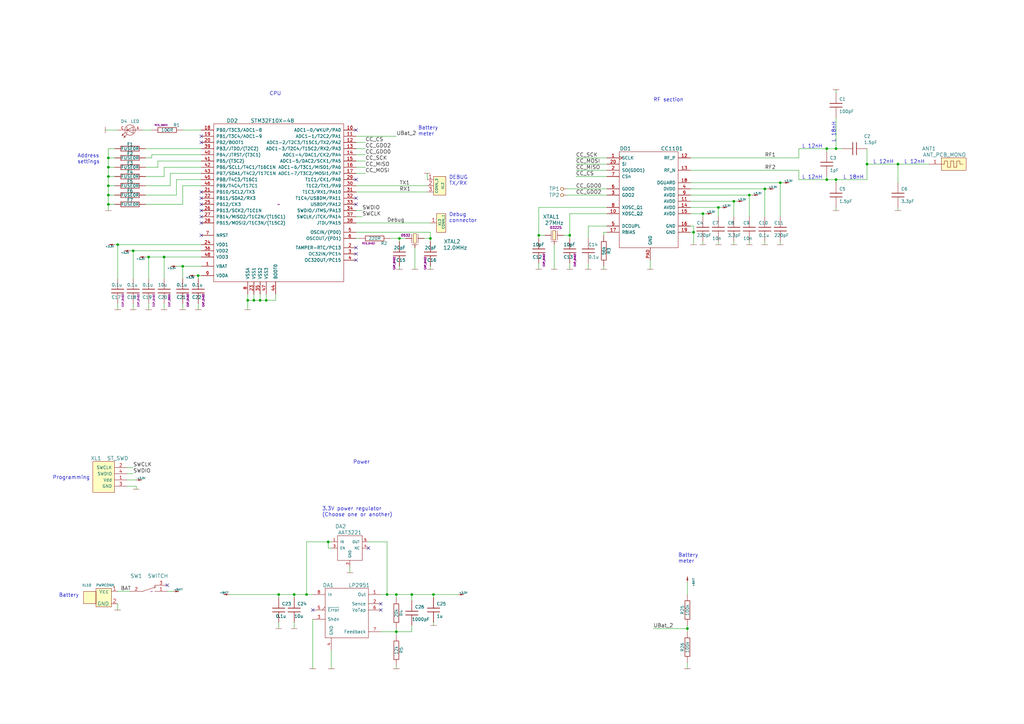
<source format=kicad_sch>
(kicad_sch (version 20220404) (generator eeschema)

  (uuid 97b1511d-4601-4eca-a034-54638f82b432)

  (paper "A3")

  (title_block
    (date "9 jun 2013")
  )

  (lib_symbols
    (symbol "Antennas_kl1:ANT_PCB_MONO" (pin_names (offset 1.016)) (in_bom yes) (on_board yes)
      (property "Reference" "ANT" (id 0) (at -5.08 6.35 0)
        (effects (font (size 1.524 1.524)))
      )
      (property "Value" "ANT_PCB_MONO" (id 1) (at 1.27 3.81 0)
        (effects (font (size 1.524 1.524)))
      )
      (property "Footprint" "" (id 2) (at -7.62 3.81 0)
        (effects (font (size 1.524 1.524)) hide)
      )
      (property "Datasheet" "" (id 3) (at -5.08 6.35 0)
        (effects (font (size 1.524 1.524)) hide)
      )
      (property "Price" "0" (id 4) (at -2.54 8.89 0)
        (effects (font (size 1.524 1.524)) hide)
      )
      (property "SolderPoints" "0" (id 5) (at 0 11.43 0)
        (effects (font (size 1.524 1.524)) hide)
      )
      (symbol "ANT_PCB_MONO_0_1"
        (polyline
          (pts
            (xy 0 0)
            (xy 1.27 0)
            (xy 1.27 1.27)
            (xy 2.54 1.27)
            (xy 2.54 -1.27)
            (xy 3.81 -1.27)
            (xy 3.81 1.27)
            (xy 5.08 1.27)
            (xy 5.08 -1.27)
            (xy 6.35 -1.27)
            (xy 6.35 1.27)
            (xy 7.62 1.27)
            (xy 7.62 0)
            (xy 8.89 0)
            (xy 8.89 0)
          )
          (stroke (width 0) (type solid))
          (fill (type none))
        )
        (rectangle (start 0 2.54) (end 10.16 -2.54)
          (stroke (width 0) (type solid))
          (fill (type background))
        )
      )
      (symbol "ANT_PCB_MONO_1_1"
        (pin passive line (at -5.08 0 0) (length 5.08)
          (name "~" (effects (font (size 1.27 1.27))))
          (number "1" (effects (font (size 1.27 1.27))))
        )
      )
    )
    (symbol "Connectors_kl1:CONN_1" (pin_names (offset 1.016) hide) (in_bom yes) (on_board yes)
      (property "Reference" "XL" (id 0) (at -1.27 0.254 90)
        (effects (font (size 1.016 1.016)))
      )
      (property "Value" "CONN_1" (id 1) (at 0.254 0.508 90)
        (effects (font (size 1.016 1.016)))
      )
      (property "Footprint" "" (id 2) (at 0 0 0)
        (effects (font (size 1.524 1.524)))
      )
      (property "Datasheet" "" (id 3) (at 0 0 0)
        (effects (font (size 1.524 1.524)))
      )
      (property "ki_keywords" "CONN" (id 4) (at 0 0 0)
        (effects (font (size 1.27 1.27)) hide)
      )
      (property "ki_description" "Symbole general de connecteur" (id 5) (at 0 0 0)
        (effects (font (size 1.27 1.27)) hide)
      )
      (symbol "CONN_1_0_1"
        (rectangle (start -2.54 -3.81) (end 1.27 3.81)
          (stroke (width 0) (type solid))
          (fill (type background))
        )
      )
      (symbol "CONN_1_1_1"
        (pin passive line (at -5.08 0 0) (length 2.54)
          (name "P1" (effects (font (size 1.524 1.524))))
          (number "1" (effects (font (size 1.524 1.524))))
        )
      )
    )
    (symbol "Connectors_kl1:CONN_3" (pin_names (offset 1.016) hide) (in_bom yes) (on_board yes)
      (property "Reference" "XL" (id 0) (at -1.27 0 90)
        (effects (font (size 1.016 1.016)))
      )
      (property "Value" "CONN_3" (id 1) (at 1.27 0 90)
        (effects (font (size 1.016 1.016)))
      )
      (property "Footprint" "" (id 2) (at -3.81 -2.54 90)
        (effects (font (size 1.524 1.524)) hide)
      )
      (property "Datasheet" "" (id 3) (at -1.27 0 90)
        (effects (font (size 1.524 1.524)) hide)
      )
      (property "Price" "1" (id 4) (at 1.27 2.54 90)
        (effects (font (size 1.524 1.524)) hide)
      )
      (property "SolderPoints" "3" (id 5) (at 3.81 5.08 90)
        (effects (font (size 1.524 1.524)) hide)
      )
      (property "ki_keywords" "CONN" (id 6) (at 0 0 0)
        (effects (font (size 1.27 1.27)) hide)
      )
      (property "ki_description" "Symbole general de connecteur" (id 7) (at 0 0 0)
        (effects (font (size 1.27 1.27)) hide)
      )
      (symbol "CONN_3_0_1"
        (rectangle (start 2.54 3.81) (end -2.54 -3.81)
          (stroke (width 0) (type solid))
          (fill (type background))
        )
      )
      (symbol "CONN_3_1_1"
        (pin passive line (at 5.08 2.54 180) (length 2.54)
          (name "P1" (effects (font (size 1.524 1.524))))
          (number "1" (effects (font (size 1.524 1.524))))
        )
        (pin passive line (at 5.08 0 180) (length 2.54)
          (name "PM" (effects (font (size 1.524 1.524))))
          (number "2" (effects (font (size 1.524 1.524))))
        )
        (pin passive line (at 5.08 -2.54 180) (length 2.54)
          (name "~" (effects (font (size 1.524 1.524))))
          (number "3" (effects (font (size 1.524 1.524))))
        )
      )
    )
    (symbol "Connectors_kl1:PwrConn" (pin_names (offset 1.016)) (in_bom yes) (on_board yes)
      (property "Reference" "XL" (id 0) (at -7.62 5.08 0)
        (effects (font (size 1.016 1.016)))
      )
      (property "Value" "PwrConn" (id 1) (at 0 5.08 0)
        (effects (font (size 1.016 1.016)))
      )
      (property "Footprint" "" (id 2) (at 0 0 0)
        (effects (font (size 1.524 1.524)))
      )
      (property "Datasheet" "" (id 3) (at 0 0 0)
        (effects (font (size 1.524 1.524)))
      )
      (property "ki_fp_filters" "PWRCON*" (id 4) (at 0 0 0)
        (effects (font (size 1.27 1.27)) hide)
      )
      (symbol "PwrConn_0_1"
        (rectangle (start -3.81 2.54) (end -8.89 -2.54)
          (stroke (width 0) (type solid))
          (fill (type background))
        )
        (rectangle (start 2.54 3.81) (end -3.81 -3.81)
          (stroke (width 0) (type solid))
          (fill (type background))
        )
      )
      (symbol "PwrConn_1_1"
        (pin power_out line (at 5.08 2.54 180) (length 2.54)
          (name "Vcc" (effects (font (size 1.524 1.524))))
          (number "1" (effects (font (size 1.524 1.524))))
        )
        (pin power_out line (at 5.08 -2.54 180) (length 2.54)
          (name "GND" (effects (font (size 1.524 1.524))))
          (number "2" (effects (font (size 1.524 1.524))))
        )
      )
    )
    (symbol "Connectors_kl1:ST_SWD" (pin_names (offset 1.016)) (in_bom yes) (on_board yes)
      (property "Reference" "XL" (id 0) (at -3.81 7.62 0)
        (effects (font (size 1.524 1.524)))
      )
      (property "Value" "ST_SWD" (id 1) (at 5.08 7.62 0)
        (effects (font (size 1.524 1.524)))
      )
      (property "Footprint" "Connectors:PLS-4" (id 2) (at -6.35 5.08 0)
        (effects (font (size 1.524 1.524)) hide)
      )
      (property "Datasheet" "" (id 3) (at -3.81 7.62 0)
        (effects (font (size 1.524 1.524)) hide)
      )
      (property "Price" "0.5" (id 4) (at -1.27 10.16 0)
        (effects (font (size 1.524 1.524)) hide)
      )
      (property "SolderPoints" "4" (id 5) (at 1.27 12.7 0)
        (effects (font (size 1.524 1.524)) hide)
      )
      (property "ki_description" "ST SWD connector" (id 6) (at 0 0 0)
        (effects (font (size 1.27 1.27)) hide)
      )
      (property "ki_fp_filters" "CONN_PLS-4" (id 7) (at 0 0 0)
        (effects (font (size 1.27 1.27)) hide)
      )
      (symbol "ST_SWD_0_1"
        (rectangle (start 3.81 6.35) (end -5.08 -6.35)
          (stroke (width 0) (type solid))
          (fill (type background))
        )
      )
      (symbol "ST_SWD_1_1"
        (pin passive line (at 8.89 -1.27 180) (length 5.08)
          (name "Vdd" (effects (font (size 1.27 1.27))))
          (number "1" (effects (font (size 1.27 1.27))))
        )
        (pin passive line (at 8.89 3.81 180) (length 5.08)
          (name "SWCLK" (effects (font (size 1.27 1.27))))
          (number "2" (effects (font (size 1.27 1.27))))
        )
        (pin power_in line (at 8.89 -3.81 180) (length 5.08)
          (name "GND" (effects (font (size 1.27 1.27))))
          (number "3" (effects (font (size 1.27 1.27))))
        )
        (pin passive line (at 8.89 1.27 180) (length 5.08)
          (name "SWDIO" (effects (font (size 1.27 1.27))))
          (number "4" (effects (font (size 1.27 1.27))))
        )
      )
    )
    (symbol "Power_kl1:AAT3221" (pin_names (offset 1.016)) (in_bom yes) (on_board yes)
      (property "Reference" "DA" (id 0) (at -3.81 7.62 0)
        (effects (font (size 1.524 1.524)))
      )
      (property "Value" "AAT3221" (id 1) (at 0 5.08 0)
        (effects (font (size 1.524 1.524)))
      )
      (property "Footprint" "" (id 2) (at 0 0 0)
        (effects (font (size 1.524 1.524)))
      )
      (property "Datasheet" "D:/MyDocuments/Инструкции/Datasheets/Power/AAT3221IGV-3.3-T1.pdf" (id 3) (at 0 0 0)
        (effects (font (size 1.524 1.524)))
      )
      (property "ki_description" "SOT23-5 linear regulator" (id 4) (at 0 0 0)
        (effects (font (size 1.27 1.27)) hide)
      )
      (property "ki_fp_filters" "SOT23-5" (id 5) (at 0 0 0)
        (effects (font (size 1.27 1.27)) hide)
      )
      (symbol "AAT3221_0_1"
        (rectangle (start -5.08 3.81) (end 5.08 -6.35)
          (stroke (width 0) (type solid))
          (fill (type none))
        )
      )
      (symbol "AAT3221_1_1"
        (pin passive line (at -7.62 1.27 0) (length 2.54)
          (name "IN" (effects (font (size 1.016 1.016))))
          (number "1" (effects (font (size 1.016 1.016))))
        )
        (pin power_in line (at 0 -8.89 90) (length 2.54)
          (name "GND" (effects (font (size 1.016 1.016))))
          (number "2" (effects (font (size 1.016 1.016))))
        )
        (pin passive line (at -7.62 -1.27 0) (length 2.54)
          (name "EN" (effects (font (size 1.016 1.016))))
          (number "3" (effects (font (size 1.016 1.016))))
        )
        (pin power_out line (at 7.62 -1.27 180) (length 2.54)
          (name "NC" (effects (font (size 1.016 1.016))))
          (number "4" (effects (font (size 1.016 1.016))))
        )
        (pin power_out line (at 7.62 1.27 180) (length 2.54)
          (name "OUT" (effects (font (size 1.016 1.016))))
          (number "5" (effects (font (size 1.016 1.016))))
        )
      )
    )
    (symbol "Power_kl1:LP2951" (pin_names (offset 1.016)) (in_bom yes) (on_board yes)
      (property "Reference" "DA" (id 0) (at -7.62 10.16 0)
        (effects (font (size 1.524 1.524)))
      )
      (property "Value" "LP2951" (id 1) (at 5.08 10.16 0)
        (effects (font (size 1.524 1.524)))
      )
      (property "Footprint" "" (id 2) (at 0 0 0)
        (effects (font (size 1.524 1.524)))
      )
      (property "Datasheet" "" (id 3) (at 0 0 0)
        (effects (font (size 1.524 1.524)))
      )
      (property "ki_description" "Linear, regulated output, 100mA, 30Vin, 75uA bias" (id 4) (at 0 0 0)
        (effects (font (size 1.27 1.27)) hide)
      )
      (symbol "LP2951_0_1"
        (rectangle (start -8.89 8.89) (end 8.89 -11.43)
          (stroke (width 0) (type solid))
          (fill (type none))
        )
      )
      (symbol "LP2951_1_1"
        (pin power_out line (at 13.97 6.35 180) (length 5.08)
          (name "Out" (effects (font (size 1.27 1.27))))
          (number "1" (effects (font (size 1.27 1.27))))
        )
        (pin passive line (at 13.97 2.54 180) (length 5.08)
          (name "Sence" (effects (font (size 1.27 1.27))))
          (number "2" (effects (font (size 1.27 1.27))))
        )
        (pin passive line (at -13.97 -3.81 0) (length 5.08)
          (name "Shdn" (effects (font (size 1.27 1.27))))
          (number "3" (effects (font (size 1.27 1.27))))
        )
        (pin power_in line (at -6.35 -16.51 90) (length 5.08)
          (name "GND" (effects (font (size 1.27 1.27))))
          (number "4" (effects (font (size 1.27 1.27))))
        )
        (pin passive output_low (at -13.97 0 0) (length 5.08)
          (name "~{Error}" (effects (font (size 1.27 1.27))))
          (number "5" (effects (font (size 1.27 1.27))))
        )
        (pin passive line (at 13.97 0 180) (length 5.08)
          (name "VoTap" (effects (font (size 1.27 1.27))))
          (number "6" (effects (font (size 1.27 1.27))))
        )
        (pin passive line (at 13.97 -8.89 180) (length 5.08)
          (name "Feedback" (effects (font (size 1.27 1.27))))
          (number "7" (effects (font (size 1.27 1.27))))
        )
        (pin power_in line (at -13.97 6.35 0) (length 5.08)
          (name "In" (effects (font (size 1.27 1.27))))
          (number "8" (effects (font (size 1.27 1.27))))
        )
      )
    )
    (symbol "Tittar_kl1:C" (pin_numbers hide) (pin_names (offset 0.254)) (in_bom yes) (on_board yes)
      (property "Reference" "C" (id 0) (at -2.54 -2.54 0)
        (effects (font (size 1.27 1.27)) (justify left))
      )
      (property "Value" "C" (id 1) (at -2.54 2.54 0)
        (effects (font (size 1.27 1.27)) (justify left))
      )
      (property "Footprint" "Capacitors:CAP_0603" (id 2) (at 2.54 -3.81 90)
        (effects (font (size 0.7112 0.7112)) (justify bottom) hide)
      )
      (property "Datasheet" "" (id 3) (at -2.54 -2.54 0)
        (effects (font (size 1.524 1.524)) hide)
      )
      (property "Price" "0.5" (id 4) (at 0 0 0)
        (effects (font (size 1.524 1.524)) hide)
      )
      (property "SolderPoints" "2" (id 5) (at 2.54 2.54 0)
        (effects (font (size 1.524 1.524)) hide)
      )
      (property "Description" "X5R or X7R capacitor, 6.3V or higher" (id 6) (at 0 0 0)
        (effects (font (size 2.0066 2.0066)) hide)
      )
      (property "Type" "Capacitor SMD" (id 7) (at 0 0 0)
        (effects (font (size 1.27 1.27)) hide)
      )
      (property "PN" "-" (id 8) (at 0 0 0)
        (effects (font (size 1.27 1.27)) hide)
      )
      (property "Manufacturer" "-" (id 9) (at 0 0 0)
        (effects (font (size 1.27 1.27)) hide)
      )
      (property "Dielectric" "X5R or X7R" (id 10) (at 0 0 0)
        (effects (font (size 1.27 1.27)) hide)
      )
      (property "Tolerance" "20%" (id 11) (at 0 0 0)
        (effects (font (size 1.27 1.27)) hide)
      )
      (property "ki_description" "Capacitor" (id 12) (at 0 0 0)
        (effects (font (size 1.27 1.27)) hide)
      )
      (property "ki_fp_filters" "c*" (id 13) (at 0 0 0)
        (effects (font (size 1.27 1.27)) hide)
      )
      (symbol "C_0_1"
        (polyline
          (pts
            (xy -2.54 -0.762)
            (xy 2.54 -0.762)
          )
          (stroke (width 0.254) (type solid))
          (fill (type none))
        )
        (polyline
          (pts
            (xy -2.54 0.762)
            (xy 2.54 0.762)
          )
          (stroke (width 0.254) (type solid))
          (fill (type none))
        )
      )
      (symbol "C_1_1"
        (pin passive line (at 0 5.08 270) (length 4.318)
          (name "~" (effects (font (size 1.016 1.016))))
          (number "1" (effects (font (size 1.016 1.016))))
        )
        (pin passive line (at 0 -5.08 90) (length 4.318)
          (name "~" (effects (font (size 1.016 1.016))))
          (number "2" (effects (font (size 1.016 1.016))))
        )
      )
    )
    (symbol "Tittar_kl1:CRYSTAL_H" (pin_numbers hide) (pin_names (offset 1.016) hide) (in_bom yes) (on_board yes)
      (property "Reference" "XTAL" (id 0) (at 0 6.985 0)
        (effects (font (size 1.27 1.27)))
      )
      (property "Value" "CRYSTAL_H" (id 1) (at 0.635 5.08 0)
        (effects (font (size 1.27 1.27)))
      )
      (property "Footprint" "CRYSTAL" (id 2) (at 0.635 3.175 0)
        (effects (font (size 0.9906 0.9906)) hide)
      )
      (property "Datasheet" "" (id 3) (at 0 6.985 0)
        (effects (font (size 1.524 1.524)) hide)
      )
      (property "Price" "15" (id 4) (at 2.54 9.525 0)
        (effects (font (size 1.524 1.524)) hide)
      )
      (property "SolderPoints" "4" (id 5) (at 5.08 12.065 0)
        (effects (font (size 1.524 1.524)) hide)
      )
      (property "ki_description" "Crystal with housing to solder" (id 6) (at 0 0 0)
        (effects (font (size 1.27 1.27)) hide)
      )
      (property "ki_fp_filters" "CRYSTAL*" (id 7) (at 0 0 0)
        (effects (font (size 1.27 1.27)) hide)
      )
      (symbol "CRYSTAL_H_0_1"
        (rectangle (start -0.635 1.905) (end 0.635 -1.905)
          (stroke (width 0) (type solid))
          (fill (type background))
        )
        (polyline
          (pts
            (xy -1.27 1.905)
            (xy -1.27 -1.905)
          )
          (stroke (width 0) (type solid))
          (fill (type none))
        )
        (polyline
          (pts
            (xy 1.27 1.905)
            (xy 1.27 -1.905)
          )
          (stroke (width 0) (type solid))
          (fill (type none))
        )
        (polyline
          (pts
            (xy -1.27 -2.54)
            (xy 1.27 -2.54)
            (xy 1.27 -2.54)
          )
          (stroke (width 0) (type solid))
          (fill (type none))
        )
      )
      (symbol "CRYSTAL_H_1_1"
        (pin passive line (at -3.81 0 0) (length 2.54)
          (name "1" (effects (font (size 1.016 1.016))))
          (number "1" (effects (font (size 1.016 1.016))))
        )
        (pin passive line (at 3.81 0 180) (length 2.54)
          (name "2" (effects (font (size 1.016 1.016))))
          (number "2" (effects (font (size 1.016 1.016))))
        )
        (pin passive line (at 0 -3.81 90) (length 1.27)
          (name "H" (effects (font (size 1.27 1.27))))
          (number "H" (effects (font (size 1.27 1.27))))
        )
      )
    )
    (symbol "Tittar_kl1:Fuse0R" (pin_numbers hide) (pin_names (offset 0)) (in_bom yes) (on_board yes)
      (property "Reference" "F" (id 0) (at -1.778 0 90)
        (effects (font (size 1.27 1.27)))
      )
      (property "Value" "Fuse0R" (id 1) (at 0 0 90)
        (effects (font (size 1.27 1.27)))
      )
      (property "Footprint" "Resistors:RES_0603_FUSE" (id 2) (at -4.318 -2.54 90)
        (effects (font (size 1.524 1.524)) hide)
      )
      (property "Datasheet" "" (id 3) (at -1.778 0 90)
        (effects (font (size 1.524 1.524)) hide)
      )
      (property "SolderPoints" "1" (id 4) (at 0.762 2.54 90)
        (effects (font (size 1.524 1.524)) hide)
      )
      (property "Price" "0" (id 5) (at 3.302 5.08 90)
        (effects (font (size 1.524 1.524)) hide)
      )
      (property "ki_fp_filters" "SMD*" (id 6) (at 0 0 0)
        (effects (font (size 1.27 1.27)) hide)
      )
      (symbol "Fuse0R_0_1"
        (rectangle (start -1.016 3.81) (end 1.016 -3.81)
          (stroke (width 0.2032) (type solid))
          (fill (type none))
        )
      )
      (symbol "Fuse0R_1_1"
        (pin passive line (at 0 6.35 270) (length 2.54)
          (name "~" (effects (font (size 1.524 1.524))))
          (number "1" (effects (font (size 1.524 1.524))))
        )
        (pin passive line (at 0 -6.35 90) (length 2.54)
          (name "~" (effects (font (size 1.524 1.524))))
          (number "2" (effects (font (size 1.524 1.524))))
        )
      )
    )
    (symbol "Tittar_kl1:LED" (pin_names (offset 1.016) hide) (in_bom yes) (on_board yes)
      (property "Reference" "D" (id 0) (at 2.54 3.556 0)
        (effects (font (size 1.27 1.27)))
      )
      (property "Value" "LED" (id 1) (at -2.032 3.556 0)
        (effects (font (size 1.27 1.27)))
      )
      (property "Footprint" "" (id 2) (at 0 1.016 0)
        (effects (font (size 1.524 1.524)) hide)
      )
      (property "Datasheet" "" (id 3) (at 2.54 3.556 0)
        (effects (font (size 1.524 1.524)) hide)
      )
      (property "Price" "4" (id 4) (at 5.08 6.096 0)
        (effects (font (size 1.524 1.524)) hide)
      )
      (property "SolderPoints" "2" (id 5) (at 7.62 8.636 0)
        (effects (font (size 1.524 1.524)) hide)
      )
      (property "Color" "Green" (id 6) (at 0 -3.81 0)
        (effects (font (size 1.27 1.27) italic))
      )
      (property "ki_fp_filters" "LED*" (id 7) (at 0 0 0)
        (effects (font (size 1.27 1.27)) hide)
      )
      (symbol "LED_0_1"
        (polyline
          (pts
            (xy 1.27 1.27)
            (xy 1.27 -1.27)
          )
          (stroke (width 0) (type solid))
          (fill (type none))
        )
        (polyline
          (pts
            (xy 2.54 -3.048)
            (xy 1.778 -2.794)
          )
          (stroke (width 0) (type solid))
          (fill (type none))
        )
        (polyline
          (pts
            (xy 3.302 -2.286)
            (xy 2.54 -2.032)
          )
          (stroke (width 0) (type solid))
          (fill (type none))
        )
        (polyline
          (pts
            (xy 1.27 -1.778)
            (xy 2.54 -3.048)
            (xy 2.286 -2.286)
            (xy 2.286 -2.286)
          )
          (stroke (width 0) (type solid))
          (fill (type none))
        )
        (polyline
          (pts
            (xy 2.032 -1.016)
            (xy 3.302 -2.286)
            (xy 3.048 -1.524)
            (xy 3.048 -1.524)
          )
          (stroke (width 0) (type solid))
          (fill (type none))
        )
        (polyline
          (pts
            (xy 1.27 0)
            (xy -1.27 -1.27)
            (xy -1.27 1.27)
            (xy 1.27 0)
            (xy -1.27 0)
          )
          (stroke (width 0) (type solid))
          (fill (type none))
        )
        (circle (center 0 0) (radius 2.1336)
          (stroke (width 0) (type solid))
          (fill (type none))
        )
      )
      (symbol "LED_1_1"
        (pin passive line (at -5.08 0 0) (length 3.81)
          (name "A" (effects (font (size 1.016 1.016))))
          (number "A" (effects (font (size 1.016 1.016))))
        )
        (pin passive line (at 5.08 0 180) (length 3.81)
          (name "C" (effects (font (size 1.016 1.016))))
          (number "C" (effects (font (size 1.016 1.016))))
        )
      )
    )
    (symbol "Tittar_kl1:R" (pin_numbers hide) (pin_names (offset 0)) (in_bom yes) (on_board yes)
      (property "Reference" "R" (id 0) (at 2.032 -3.81 90)
        (effects (font (size 1.27 1.27)))
      )
      (property "Value" "R" (id 1) (at 0 0 90)
        (effects (font (size 1.27 1.27)))
      )
      (property "Footprint" "Resistors:RES_0603" (id 2) (at 2.032 2.54 90)
        (effects (font (size 0.7112 0.7112)) hide)
      )
      (property "Datasheet" "" (id 3) (at 2.032 -3.81 90)
        (effects (font (size 1.524 1.524)) hide)
      )
      (property "Price" "0.5" (id 4) (at 4.572 -1.27 90)
        (effects (font (size 1.524 1.524)) hide)
      )
      (property "SolderPoints" "2" (id 5) (at 7.112 1.27 90)
        (effects (font (size 1.524 1.524)) hide)
      )
      (property "Description" "1% resistor" (id 6) (at 0 0 0)
        (effects (font (size 2.0066 2.0066)) hide)
      )
      (property "PN" "-" (id 7) (at 0 0 0)
        (effects (font (size 1.27 1.27)) hide)
      )
      (property "Tolerance" "1%" (id 8) (at 0 0 0)
        (effects (font (size 1.27 1.27)) hide)
      )
      (property "Type" "Resistor" (id 9) (at 0 0 0)
        (effects (font (size 1.27 1.27)) hide)
      )
      (property "ki_keywords" "R DEV" (id 10) (at 0 0 0)
        (effects (font (size 1.27 1.27)) hide)
      )
      (property "ki_description" "Resistor" (id 11) (at 0 0 0)
        (effects (font (size 1.27 1.27)) hide)
      )
      (property "ki_fp_filters" "r*" (id 12) (at 0 0 0)
        (effects (font (size 1.27 1.27)) hide)
      )
      (symbol "R_0_1"
        (rectangle (start -1.016 3.81) (end 1.016 -3.81)
          (stroke (width 0.2032) (type solid))
          (fill (type none))
        )
      )
      (symbol "R_1_1"
        (pin passive line (at 0 6.35 270) (length 2.54)
          (name "~" (effects (font (size 1.524 1.524))))
          (number "1" (effects (font (size 1.524 1.524))))
        )
        (pin passive line (at 0 -6.35 90) (length 2.54)
          (name "~" (effects (font (size 1.524 1.524))))
          (number "2" (effects (font (size 1.524 1.524))))
        )
      )
    )
    (symbol "Tx2-rescue:+3.3V" (power) (pin_names (offset 0)) (in_bom yes) (on_board yes)
      (property "Reference" "#PWR" (id 0) (at 0 -1.016 0)
        (effects (font (size 0.762 0.762)) hide)
      )
      (property "Value" "+3.3V" (id 1) (at 2.032 0.762 0)
        (effects (font (size 0.762 0.762)))
      )
      (property "Footprint" "" (id 2) (at 0 0 0)
        (effects (font (size 1.524 1.524)))
      )
      (property "Datasheet" "" (id 3) (at 0 0 0)
        (effects (font (size 1.524 1.524)))
      )
      (symbol "+3.3V_0_0"
        (pin power_in line (at 0 0 90) (length 0) hide
          (name "+3.3V" (effects (font (size 0.762 0.762))))
          (number "1" (effects (font (size 0.762 0.762))))
        )
      )
      (symbol "+3.3V_0_1"
        (polyline
          (pts
            (xy 0 0)
            (xy 1.27 0)
            (xy 1.27 0)
          )
          (stroke (width 0) (type solid))
          (fill (type none))
        )
        (polyline
          (pts
            (xy 1.27 0)
            (xy 0.762 0.254)
            (xy 2.286 0)
            (xy 0.762 -0.254)
            (xy 1.27 0)
            (xy 1.27 0)
          )
          (stroke (width 0) (type solid))
          (fill (type background))
        )
      )
    )
    (symbol "Tx2-rescue:CC1101" (pin_names (offset 1.016)) (in_bom yes) (on_board yes)
      (property "Reference" "DD" (id 0) (at -11.43 20.32 0)
        (effects (font (size 1.524 1.524)))
      )
      (property "Value" "CC1101" (id 1) (at 7.62 20.32 0)
        (effects (font (size 1.524 1.524)))
      )
      (property "Footprint" "" (id 2) (at 0 0 0)
        (effects (font (size 1.524 1.524)))
      )
      (property "Datasheet" "" (id 3) (at 0 0 0)
        (effects (font (size 1.524 1.524)))
      )
      (property "ki_fp_filters" "QFN20" (id 4) (at 0 0 0)
        (effects (font (size 1.27 1.27)) hide)
      )
      (symbol "CC1101_0_1"
        (rectangle (start -13.97 19.05) (end 10.16 -20.32)
          (stroke (width 0) (type solid))
          (fill (type none))
        )
      )
      (symbol "CC1101_1_1"
        (pin passive clock (at -19.05 16.51 0) (length 5.08)
          (name "SCLK" (effects (font (size 1.27 1.27))))
          (number "1" (effects (font (size 1.27 1.27))))
        )
        (pin passive line (at -19.05 -6.35 0) (length 5.08)
          (name "XOSC_Q2" (effects (font (size 1.27 1.27))))
          (number "10" (effects (font (size 1.27 1.27))))
        )
        (pin power_in line (at 15.24 -1.27 180) (length 5.08)
          (name "AVDD" (effects (font (size 1.27 1.27))))
          (number "11" (effects (font (size 1.27 1.27))))
        )
        (pin output line (at 15.24 16.51 180) (length 5.08)
          (name "RF_P" (effects (font (size 1.27 1.27))))
          (number "12" (effects (font (size 1.27 1.27))))
        )
        (pin output line (at 15.24 11.43 180) (length 5.08)
          (name "RF_N" (effects (font (size 1.27 1.27))))
          (number "13" (effects (font (size 1.27 1.27))))
        )
        (pin power_in line (at 15.24 -3.81 180) (length 5.08)
          (name "AVDD" (effects (font (size 1.27 1.27))))
          (number "14" (effects (font (size 1.27 1.27))))
        )
        (pin power_in line (at 15.24 -6.35 180) (length 5.08)
          (name "AVDD" (effects (font (size 1.27 1.27))))
          (number "15" (effects (font (size 1.27 1.27))))
        )
        (pin power_in line (at 15.24 -11.43 180) (length 5.08)
          (name "GND" (effects (font (size 1.27 1.27))))
          (number "16" (effects (font (size 1.27 1.27))))
        )
        (pin passive line (at -19.05 -13.97 0) (length 5.08)
          (name "RBIAS" (effects (font (size 1.27 1.27))))
          (number "17" (effects (font (size 1.27 1.27))))
        )
        (pin passive line (at 15.24 6.35 180) (length 5.08)
          (name "DGUARD" (effects (font (size 1.27 1.27))))
          (number "18" (effects (font (size 1.27 1.27))))
        )
        (pin power_in line (at 15.24 -13.97 180) (length 5.08)
          (name "GND" (effects (font (size 1.27 1.27))))
          (number "19" (effects (font (size 1.27 1.27))))
        )
        (pin passive line (at -19.05 11.43 0) (length 5.08)
          (name "SO(GDO1)" (effects (font (size 1.27 1.27))))
          (number "2" (effects (font (size 1.27 1.27))))
        )
        (pin passive line (at -19.05 13.97 0) (length 5.08)
          (name "SI" (effects (font (size 1.27 1.27))))
          (number "20" (effects (font (size 1.27 1.27))))
        )
        (pin passive line (at -19.05 1.27 0) (length 5.08)
          (name "GDO2" (effects (font (size 1.27 1.27))))
          (number "3" (effects (font (size 1.27 1.27))))
        )
        (pin power_in line (at 15.24 3.81 180) (length 5.08)
          (name "DVDD" (effects (font (size 1.27 1.27))))
          (number "4" (effects (font (size 1.27 1.27))))
        )
        (pin passive line (at -19.05 -11.43 0) (length 5.08)
          (name "DCOUPL" (effects (font (size 1.27 1.27))))
          (number "5" (effects (font (size 1.27 1.27))))
        )
        (pin passive line (at -19.05 3.81 0) (length 5.08)
          (name "GDO0" (effects (font (size 1.27 1.27))))
          (number "6" (effects (font (size 1.27 1.27))))
        )
        (pin passive line (at -19.05 8.89 0) (length 5.08)
          (name "CSn" (effects (font (size 1.27 1.27))))
          (number "7" (effects (font (size 1.27 1.27))))
        )
        (pin passive line (at -19.05 -3.81 0) (length 5.08)
          (name "XOSC_Q1" (effects (font (size 1.27 1.27))))
          (number "8" (effects (font (size 1.27 1.27))))
        )
        (pin power_in line (at 15.24 1.27 180) (length 5.08)
          (name "AVDD" (effects (font (size 1.27 1.27))))
          (number "9" (effects (font (size 1.27 1.27))))
        )
        (pin power_in line (at -1.27 -25.4 90) (length 5.08)
          (name "GND" (effects (font (size 1.27 1.27))))
          (number "PAD" (effects (font (size 1.27 1.27))))
        )
      )
    )
    (symbol "Tx2-rescue:SWITCH" (pin_names (offset 1.016)) (in_bom yes) (on_board yes)
      (property "Reference" "SW" (id 0) (at -6.35 6.35 0)
        (effects (font (size 1.524 1.524)))
      )
      (property "Value" "SWITCH" (id 1) (at 2.54 6.35 0)
        (effects (font (size 1.524 1.524)))
      )
      (property "Footprint" "" (id 2) (at 0 0 0)
        (effects (font (size 1.524 1.524)))
      )
      (property "Datasheet" "" (id 3) (at 0 0 0)
        (effects (font (size 1.524 1.524)))
      )
      (property "ki_fp_filters" "BUTTON*" (id 4) (at 0 0 0)
        (effects (font (size 1.27 1.27)) hide)
      )
      (symbol "SWITCH_0_1"
        (polyline
          (pts
            (xy -3.81 0)
            (xy 1.905 1.905)
          )
          (stroke (width 0) (type solid))
          (fill (type none))
        )
        (polyline
          (pts
            (xy 1.27 2.54)
            (xy 1.27 1.27)
            (xy 1.27 1.27)
          )
          (stroke (width 0) (type solid))
          (fill (type none))
        )
      )
      (symbol "SWITCH_1_1"
        (pin passive line (at 6.35 0 180) (length 5.08)
          (name "~" (effects (font (size 1.27 1.27))))
          (number "1" (effects (font (size 1.27 1.27))))
        )
        (pin passive line (at -8.89 0 0) (length 5.08)
          (name "~" (effects (font (size 1.27 1.27))))
          (number "2" (effects (font (size 1.27 1.27))))
        )
        (pin passive line (at 6.35 2.54 180) (length 5.08)
          (name "~" (effects (font (size 1.27 1.27))))
          (number "3" (effects (font (size 1.27 1.27))))
        )
      )
    )
    (symbol "Tx2-rescue:TESTPOINT" (pin_numbers hide) (pin_names (offset 1.016)) (in_bom yes) (on_board yes)
      (property "Reference" "TP" (id 0) (at 0 3.81 0)
        (effects (font (size 1.524 1.524)))
      )
      (property "Value" "TESTPOINT" (id 1) (at -0.635 5.715 0)
        (effects (font (size 1.524 1.524)) hide)
      )
      (property "Footprint" "" (id 2) (at 0 0 0)
        (effects (font (size 1.524 1.524)))
      )
      (property "Datasheet" "" (id 3) (at 0 0 0)
        (effects (font (size 1.524 1.524)))
      )
      (property "ki_fp_filters" "TESTPOINT*" (id 4) (at 0 0 0)
        (effects (font (size 1.27 1.27)) hide)
      )
      (symbol "TESTPOINT_0_1"
        (circle (center 0 1.905) (radius 0.635)
          (stroke (width 0) (type solid))
          (fill (type background))
        )
      )
      (symbol "TESTPOINT_1_1"
        (pin passive line (at 0 0 90) (length 1.27)
          (name "~" (effects (font (size 1.27 1.27))))
          (number "1" (effects (font (size 1.27 1.27))))
        )
      )
    )
    (symbol "power1:+BATT" (power) (pin_names (offset 0)) (in_bom yes) (on_board yes)
      (property "Reference" "#PWR" (id 0) (at 0 -1.016 0)
        (effects (font (size 0.762 0.762)) hide)
      )
      (property "Value" "+BATT" (id 1) (at 2.032 0.762 0)
        (effects (font (size 0.762 0.762)))
      )
      (property "Footprint" "" (id 2) (at 0 0 0)
        (effects (font (size 1.524 1.524)))
      )
      (property "Datasheet" "" (id 3) (at 0 0 0)
        (effects (font (size 1.524 1.524)))
      )
      (symbol "+BATT_0_0"
        (pin power_in line (at 0 0 90) (length 0) hide
          (name "+BATT" (effects (font (size 0.762 0.762))))
          (number "1" (effects (font (size 0.762 0.762))))
        )
      )
      (symbol "+BATT_0_1"
        (polyline
          (pts
            (xy 0 0)
            (xy 1.27 0)
            (xy 1.27 0)
          )
          (stroke (width 0) (type solid))
          (fill (type none))
        )
        (polyline
          (pts
            (xy 1.27 0)
            (xy 0.762 0.254)
            (xy 2.286 0)
            (xy 0.762 -0.254)
            (xy 1.27 0)
            (xy 1.27 0)
          )
          (stroke (width 0) (type solid))
          (fill (type background))
        )
      )
    )
    (symbol "power1:GND" (power) (pin_names (offset 0.254)) (in_bom yes) (on_board yes)
      (property "Reference" "#PWR" (id 0) (at 2.286 -0.508 0)
        (effects (font (size 0.762 0.762)) hide)
      )
      (property "Value" "GND" (id 1) (at 0 -2.032 0)
        (effects (font (size 0.762 0.762)) hide)
      )
      (property "Footprint" "" (id 2) (at 0 0 0)
        (effects (font (size 1.524 1.524)))
      )
      (property "Datasheet" "" (id 3) (at 0 0 0)
        (effects (font (size 1.524 1.524)))
      )
      (symbol "GND_0_1"
        (polyline
          (pts
            (xy -1.27 0)
            (xy 1.27 0)
          )
          (stroke (width 0.127) (type solid))
          (fill (type none))
        )
      )
      (symbol "GND_1_1"
        (pin power_in line (at 0 0 270) (length 0) hide
          (name "GND" (effects (font (size 0.762 0.762))))
          (number "1" (effects (font (size 0.762 0.762))))
        )
      )
    )
    (symbol "st_kl1:STM32F10X-48" (pin_names (offset 1.016)) (in_bom yes) (on_board yes)
      (property "Reference" "DD" (id 0) (at -19.05 34.29 0)
        (effects (font (size 1.524 1.524)))
      )
      (property "Value" "STM32F10X-48" (id 1) (at -2.54 34.29 0)
        (effects (font (size 1.524 1.524)))
      )
      (property "Footprint" "" (id 2) (at 0 0 0)
        (effects (font (size 1.524 1.524)))
      )
      (property "Datasheet" "" (id 3) (at 0 0 0)
        (effects (font (size 1.524 1.524)))
      )
      (property "ki_fp_filters" "LQFP48" (id 4) (at 0 0 0)
        (effects (font (size 1.27 1.27)) hide)
      )
      (symbol "STM32F10X-48_0_1"
        (rectangle (start -26.67 33.02) (end 26.67 -31.75)
          (stroke (width 0) (type solid))
          (fill (type none))
        )
      )
      (symbol "STM32F10X-48_1_1"
        (pin power_in line (at -31.75 -25.4 0) (length 5.08)
          (name "VBAT" (effects (font (size 1.27 1.27))))
          (number "1" (effects (font (size 1.27 1.27))))
        )
        (pin passive line (at 31.75 30.48 180) (length 5.08)
          (name "ADC1-0/WKUP/PA0" (effects (font (size 1.27 1.27))))
          (number "10" (effects (font (size 1.27 1.27))))
        )
        (pin passive line (at 31.75 27.94 180) (length 5.08)
          (name "ADC1-1/T2C2/PA1" (effects (font (size 1.27 1.27))))
          (number "11" (effects (font (size 1.27 1.27))))
        )
        (pin passive line (at 31.75 25.4 180) (length 5.08)
          (name "ADC1-2/T2C3/T15C1/TX2/PA2" (effects (font (size 1.27 1.27))))
          (number "12" (effects (font (size 1.27 1.27))))
        )
        (pin passive line (at 31.75 22.86 180) (length 5.08)
          (name "ADC1-3/T2C4/T15C2/RX2/PA3" (effects (font (size 1.27 1.27))))
          (number "13" (effects (font (size 1.27 1.27))))
        )
        (pin passive line (at 31.75 20.32 180) (length 5.08)
          (name "ADC1-4/DAC1/CK2/PA4" (effects (font (size 1.27 1.27))))
          (number "14" (effects (font (size 1.27 1.27))))
        )
        (pin passive line (at 31.75 17.78 180) (length 5.08)
          (name "ADC1-5/DAC2/SCK1/PA5" (effects (font (size 1.27 1.27))))
          (number "15" (effects (font (size 1.27 1.27))))
        )
        (pin passive line (at 31.75 15.24 180) (length 5.08)
          (name "ADC1-6/T3C1/MISO1/PA6" (effects (font (size 1.27 1.27))))
          (number "16" (effects (font (size 1.27 1.27))))
        )
        (pin passive line (at 31.75 12.7 180) (length 5.08)
          (name "ADC1-7/T3C2/MOSI1/PA7" (effects (font (size 1.27 1.27))))
          (number "17" (effects (font (size 1.27 1.27))))
        )
        (pin passive line (at -31.75 30.48 0) (length 5.08)
          (name "PB0/T3C3/ADC1-8" (effects (font (size 1.27 1.27))))
          (number "18" (effects (font (size 1.27 1.27))))
        )
        (pin passive line (at -31.75 27.94 0) (length 5.08)
          (name "PB1/T3C4/ADC1-9" (effects (font (size 1.27 1.27))))
          (number "19" (effects (font (size 1.27 1.27))))
        )
        (pin passive line (at 31.75 -17.78 180) (length 5.08)
          (name "TAMPER-RTC/PC13" (effects (font (size 1.27 1.27))))
          (number "2" (effects (font (size 1.27 1.27))))
        )
        (pin passive line (at -31.75 25.4 0) (length 5.08)
          (name "PB2/BOOT1" (effects (font (size 1.27 1.27))))
          (number "20" (effects (font (size 1.27 1.27))))
        )
        (pin passive line (at -31.75 5.08 0) (length 5.08)
          (name "PB10/SCL2/TX3" (effects (font (size 1.27 1.27))))
          (number "21" (effects (font (size 1.27 1.27))))
        )
        (pin passive line (at -31.75 2.54 0) (length 5.08)
          (name "PB11/SDA2/RX3" (effects (font (size 1.27 1.27))))
          (number "22" (effects (font (size 1.27 1.27))))
        )
        (pin power_in line (at -10.16 -36.83 90) (length 5.08)
          (name "VSS1" (effects (font (size 1.27 1.27))))
          (number "23" (effects (font (size 1.27 1.27))))
        )
        (pin power_in line (at -31.75 -16.51 0) (length 5.08)
          (name "VDD1" (effects (font (size 1.27 1.27))))
          (number "24" (effects (font (size 1.27 1.27))))
        )
        (pin passive line (at -31.75 0 0) (length 5.08)
          (name "PB12/CK3" (effects (font (size 1.27 1.27))))
          (number "25" (effects (font (size 1.27 1.27))))
        )
        (pin passive line (at -31.75 -2.54 0) (length 5.08)
          (name "PB13/SCK2/T1C1N" (effects (font (size 1.27 1.27))))
          (number "26" (effects (font (size 1.27 1.27))))
        )
        (pin passive line (at -31.75 -5.08 0) (length 5.08)
          (name "PB14/MISO2/T1C2N/(T15C1)" (effects (font (size 1.27 1.27))))
          (number "27" (effects (font (size 1.27 1.27))))
        )
        (pin passive line (at -31.75 -7.62 0) (length 5.08)
          (name "PB15/MOSI2/T1C3N/(T15C2)" (effects (font (size 1.27 1.27))))
          (number "28" (effects (font (size 1.27 1.27))))
        )
        (pin passive line (at 31.75 10.16 180) (length 5.08)
          (name "T1C1/CK1/PA8" (effects (font (size 1.27 1.27))))
          (number "29" (effects (font (size 1.27 1.27))))
        )
        (pin passive line (at 31.75 -20.32 180) (length 5.08)
          (name "OC32IN/PC14" (effects (font (size 1.27 1.27))))
          (number "3" (effects (font (size 1.27 1.27))))
        )
        (pin passive line (at 31.75 7.62 180) (length 5.08)
          (name "T1C2/TX1/PA9" (effects (font (size 1.27 1.27))))
          (number "30" (effects (font (size 1.27 1.27))))
        )
        (pin passive line (at 31.75 5.08 180) (length 5.08)
          (name "T1C3/RX1/PA10" (effects (font (size 1.27 1.27))))
          (number "31" (effects (font (size 1.27 1.27))))
        )
        (pin passive line (at 31.75 2.54 180) (length 5.08)
          (name "T1C4/USBDM/PA11" (effects (font (size 1.27 1.27))))
          (number "32" (effects (font (size 1.27 1.27))))
        )
        (pin passive line (at 31.75 0 180) (length 5.08)
          (name "USBDP/PA12" (effects (font (size 1.27 1.27))))
          (number "33" (effects (font (size 1.27 1.27))))
        )
        (pin passive line (at 31.75 -2.54 180) (length 5.08)
          (name "SWDIO/JTMS/PA13" (effects (font (size 1.27 1.27))))
          (number "34" (effects (font (size 1.27 1.27))))
        )
        (pin power_in line (at -7.62 -36.83 90) (length 5.08)
          (name "VSS2" (effects (font (size 1.27 1.27))))
          (number "35" (effects (font (size 1.27 1.27))))
        )
        (pin power_in line (at -31.75 -19.05 0) (length 5.08)
          (name "VDD2" (effects (font (size 1.27 1.27))))
          (number "36" (effects (font (size 1.27 1.27))))
        )
        (pin passive line (at 31.75 -5.08 180) (length 5.08)
          (name "SWCLK/JTCK/PA14" (effects (font (size 1.27 1.27))))
          (number "37" (effects (font (size 1.27 1.27))))
        )
        (pin passive line (at 31.75 -7.62 180) (length 5.08)
          (name "JTDI/PA15" (effects (font (size 1.27 1.27))))
          (number "38" (effects (font (size 1.27 1.27))))
        )
        (pin passive line (at -31.75 22.86 0) (length 5.08)
          (name "PB3/JTDO/(T2C2)" (effects (font (size 1.27 1.27))))
          (number "39" (effects (font (size 1.27 1.27))))
        )
        (pin passive line (at 31.75 -22.86 180) (length 5.08)
          (name "OC32OUT/PC15" (effects (font (size 1.27 1.27))))
          (number "4" (effects (font (size 1.27 1.27))))
        )
        (pin passive line (at -31.75 20.32 0) (length 5.08)
          (name "PB4/JTRST/(T3C1)" (effects (font (size 1.27 1.27))))
          (number "40" (effects (font (size 1.27 1.27))))
        )
        (pin passive line (at -31.75 17.78 0) (length 5.08)
          (name "PB5/(T3C2)" (effects (font (size 1.27 1.27))))
          (number "41" (effects (font (size 1.27 1.27))))
        )
        (pin passive line (at -31.75 15.24 0) (length 5.08)
          (name "PB6/SCL1/T4C1/T16C1N" (effects (font (size 1.27 1.27))))
          (number "42" (effects (font (size 1.27 1.27))))
        )
        (pin passive line (at -31.75 12.7 0) (length 5.08)
          (name "PB7/SDA1/T4C2/T17C1N" (effects (font (size 1.27 1.27))))
          (number "43" (effects (font (size 1.27 1.27))))
        )
        (pin passive line (at -1.27 -36.83 90) (length 5.08)
          (name "BOOT0" (effects (font (size 1.27 1.27))))
          (number "44" (effects (font (size 1.27 1.27))))
        )
        (pin passive line (at -31.75 10.16 0) (length 5.08)
          (name "PB8/T4C3/T16C1" (effects (font (size 1.27 1.27))))
          (number "45" (effects (font (size 1.27 1.27))))
        )
        (pin passive line (at -31.75 7.62 0) (length 5.08)
          (name "PB9/T4C4/T17C1" (effects (font (size 1.27 1.27))))
          (number "46" (effects (font (size 1.27 1.27))))
        )
        (pin power_in line (at -5.08 -36.83 90) (length 5.08)
          (name "VSS3" (effects (font (size 1.27 1.27))))
          (number "47" (effects (font (size 1.27 1.27))))
        )
        (pin power_in line (at -31.75 -21.59 0) (length 5.08)
          (name "VDD3" (effects (font (size 1.27 1.27))))
          (number "48" (effects (font (size 1.27 1.27))))
        )
        (pin passive line (at 31.75 -11.43 180) (length 5.08)
          (name "OSCIN/(PD0)" (effects (font (size 1.27 1.27))))
          (number "5" (effects (font (size 1.27 1.27))))
        )
        (pin passive line (at 31.75 -13.97 180) (length 5.08)
          (name "OSCOUT/(PD1)" (effects (font (size 1.27 1.27))))
          (number "6" (effects (font (size 1.27 1.27))))
        )
        (pin passive line (at -31.75 -12.7 0) (length 5.08)
          (name "NRST" (effects (font (size 1.27 1.27))))
          (number "7" (effects (font (size 1.27 1.27))))
        )
        (pin power_in line (at -12.7 -36.83 90) (length 5.08)
          (name "VSSA" (effects (font (size 1.27 1.27))))
          (number "8" (effects (font (size 1.27 1.27))))
        )
        (pin power_in line (at -31.75 -29.21 0) (length 5.08)
          (name "VDDA" (effects (font (size 1.27 1.27))))
          (number "9" (effects (font (size 1.27 1.27))))
        )
      )
    )
  )

  (junction (at 288.29 87.63) (diameter 0) (color 0 0 0 0)
    (uuid 0361d20b-a0a0-49ef-a2ab-18fa777aa721)
  )
  (junction (at 44.45 72.39) (diameter 0) (color 0 0 0 0)
    (uuid 0a06679f-21d6-4d0e-8d72-02ce1e8d86d5)
  )
  (junction (at 177.8 243.84) (diameter 0) (color 0 0 0 0)
    (uuid 1dff9ceb-5224-4b9e-a2c8-361bb810ab0e)
  )
  (junction (at 134.62 222.25) (diameter 0) (color 0 0 0 0)
    (uuid 201b9a02-39c6-47b4-ab15-8f832c31a31d)
  )
  (junction (at 355.6 67.31) (diameter 0) (color 0 0 0 0)
    (uuid 26f4f960-bdd3-4a3e-9a81-67b37038c997)
  )
  (junction (at 158.75 243.84) (diameter 0) (color 0 0 0 0)
    (uuid 283b596e-fdb1-40f2-85b3-c621d1b87966)
  )
  (junction (at 125.73 243.84) (diameter 0) (color 0 0 0 0)
    (uuid 31f50c93-41db-4ab8-92ad-86ab41a67873)
  )
  (junction (at 44.45 80.01) (diameter 0) (color 0 0 0 0)
    (uuid 337e41bb-2d19-4c31-b064-9c8f38d1c6b3)
  )
  (junction (at 342.9 60.96) (diameter 0) (color 0 0 0 0)
    (uuid 3747475c-8938-4e2c-8f94-2fa22c5973db)
  )
  (junction (at 300.99 82.55) (diameter 0) (color 0 0 0 0)
    (uuid 3eab1d95-d60b-439b-be93-c8d2f8fd6e0a)
  )
  (junction (at 101.6 123.19) (diameter 0) (color 0 0 0 0)
    (uuid 40ec4cf1-f8d9-4b01-9770-7a095cb1d609)
  )
  (junction (at 339.09 73.66) (diameter 0) (color 0 0 0 0)
    (uuid 48b05d3e-0357-4b6f-932f-add0a040a638)
  )
  (junction (at 60.96 105.41) (diameter 0) (color 0 0 0 0)
    (uuid 4c99e787-b66b-4dbb-956f-93e9e0f5a79f)
  )
  (junction (at 114.3 243.84) (diameter 0) (color 0 0 0 0)
    (uuid 53cca322-c25a-4fb9-a9fc-c6ce6bc74f04)
  )
  (junction (at 313.69 77.47) (diameter 0) (color 0 0 0 0)
    (uuid 66c6680a-661b-4775-9ab9-c610689df041)
  )
  (junction (at 163.83 97.79) (diameter 0) (color 0 0 0 0)
    (uuid 69c6dbe6-114e-4b84-80fc-9332567282d3)
  )
  (junction (at 368.3 67.31) (diameter 0) (color 0 0 0 0)
    (uuid 70bd8e84-42d5-4eb0-ae89-3b854ea553b9)
  )
  (junction (at 44.45 83.82) (diameter 0) (color 0 0 0 0)
    (uuid 741ae1b6-2881-4b24-ade7-4147375189f3)
  )
  (junction (at 44.45 64.77) (diameter 0) (color 0 0 0 0)
    (uuid 8550b9e9-7095-4e3c-b221-693eb1484b42)
  )
  (junction (at 176.53 97.79) (diameter 0) (color 0 0 0 0)
    (uuid 86508ed7-3b2e-4a9c-a236-12398479cd5b)
  )
  (junction (at 281.94 257.81) (diameter 0) (color 0 0 0 0)
    (uuid 8b96daeb-1699-4efa-b11c-5197c01a2f3f)
  )
  (junction (at 48.26 100.33) (diameter 0) (color 0 0 0 0)
    (uuid 9419bb08-edd0-4853-aa24-bcf12113e296)
  )
  (junction (at 307.34 80.01) (diameter 0) (color 0 0 0 0)
    (uuid 9892e487-b22a-4d90-a140-99dbe2463c76)
  )
  (junction (at 339.09 60.96) (diameter 0) (color 0 0 0 0)
    (uuid 99a58cf9-50b1-4727-862e-c36842f1c210)
  )
  (junction (at 54.61 102.87) (diameter 0) (color 0 0 0 0)
    (uuid 9cbc33de-a2a3-4dca-9e0b-3f1aefd4eb7e)
  )
  (junction (at 104.14 123.19) (diameter 0) (color 0 0 0 0)
    (uuid 9da3a212-fcc7-4649-8d0e-435ad9c2f083)
  )
  (junction (at 294.64 85.09) (diameter 0) (color 0 0 0 0)
    (uuid 9ebed500-e72e-408d-bcc3-e65c65be30fd)
  )
  (junction (at 67.31 105.41) (diameter 0) (color 0 0 0 0)
    (uuid a7a279dd-4eca-4874-b1fa-2346402ddf32)
  )
  (junction (at 162.56 243.84) (diameter 0) (color 0 0 0 0)
    (uuid af7bef5e-7ee6-455a-855d-59dbdd5dfebb)
  )
  (junction (at 168.91 243.84) (diameter 0) (color 0 0 0 0)
    (uuid b2d2762f-f277-469f-9874-a6c6f6711291)
  )
  (junction (at 44.45 68.58) (diameter 0) (color 0 0 0 0)
    (uuid c1fe1ff8-114a-4303-b86e-3e41a73af893)
  )
  (junction (at 44.45 76.2) (diameter 0) (color 0 0 0 0)
    (uuid c5cacff6-60c7-4236-97d0-f17fe50f797e)
  )
  (junction (at 233.68 96.52) (diameter 0) (color 0 0 0 0)
    (uuid cc6beac3-5047-4333-a58b-702c19bf1399)
  )
  (junction (at 81.28 113.03) (diameter 0) (color 0 0 0 0)
    (uuid e07b2172-ee80-40ef-bf0f-4d564e3ec739)
  )
  (junction (at 120.65 243.84) (diameter 0) (color 0 0 0 0)
    (uuid e0a9c627-b677-44e2-863d-0a699ec4d767)
  )
  (junction (at 74.93 109.22) (diameter 0) (color 0 0 0 0)
    (uuid e42c2f9a-5a24-45fe-928a-ec74d697f158)
  )
  (junction (at 342.9 73.66) (diameter 0) (color 0 0 0 0)
    (uuid e5f95466-2def-40ce-8b29-aa782cb3cbca)
  )
  (junction (at 320.04 74.93) (diameter 0) (color 0 0 0 0)
    (uuid e8f0eb61-90e0-40fa-a0dc-c6bde64e315d)
  )
  (junction (at 162.56 259.08) (diameter 0) (color 0 0 0 0)
    (uuid eb1f2439-dbf0-40ba-8591-af13213ef9a0)
  )
  (junction (at 106.68 123.19) (diameter 0) (color 0 0 0 0)
    (uuid eb2b1eb3-461e-421e-95de-9cf4237fc60c)
  )
  (junction (at 109.22 123.19) (diameter 0) (color 0 0 0 0)
    (uuid eeef4371-87f9-47de-ba4a-f67a28e55f13)
  )
  (junction (at 220.98 96.52) (diameter 0) (color 0 0 0 0)
    (uuid f163f4ff-c7f1-4991-a40a-fa1f26afbd60)
  )
  (junction (at 284.48 95.25) (diameter 0) (color 0 0 0 0)
    (uuid f1740c73-25d8-4deb-980c-1ddea6fa091c)
  )

  (no_connect (at 146.05 81.28) (uuid 1e053395-f6ab-4779-a2a2-d1af25bc08b7))
  (no_connect (at 82.55 55.88) (uuid 480e0bd6-1d3d-4427-86be-1c09869338e8))
  (no_connect (at 151.13 224.79) (uuid 4ab9486a-61e5-4939-8f54-e831d0a9f660))
  (no_connect (at 146.05 106.68) (uuid 5d89cc62-692a-4710-9249-b9c3bf790431))
  (no_connect (at 146.05 73.66) (uuid 60397c23-40f7-4aa8-b747-bcc12beaf0a3))
  (no_connect (at 82.55 78.74) (uuid 66271684-7188-4fd9-be94-57b23ccdb9fe))
  (no_connect (at 128.27 250.19) (uuid 667a6b7b-d25d-4941-8cc4-692c29d62b68))
  (no_connect (at 82.55 96.52) (uuid 6d54fd74-c693-407f-b183-605b737aa298))
  (no_connect (at 146.05 101.6) (uuid 6ef16cde-0aa4-4f00-8b36-2999893440d1))
  (no_connect (at 146.05 104.14) (uuid 704bc2d1-548e-462d-b4a3-18b1eb6b05c1))
  (no_connect (at 82.55 58.42) (uuid 7c87a235-b3c4-41fb-9027-90ac359e71b3))
  (no_connect (at 82.55 83.82) (uuid 8ac2d667-4442-4fc8-8327-4cee80779f52))
  (no_connect (at 156.21 247.65) (uuid b1ec1377-239e-45c9-86f7-2f3082066127))
  (no_connect (at 146.05 83.82) (uuid bdb8953a-3da9-463e-a144-5177ccf3e97b))
  (no_connect (at 146.05 53.34) (uuid bfc545a2-c17e-417b-aabe-05b93ad98af7))
  (no_connect (at 82.55 88.9) (uuid c080a754-d0a6-42ba-ad28-298715ee7f8c))
  (no_connect (at 68.58 240.03) (uuid c083f87d-9659-47d5-aa39-ff6a311df00b))
  (no_connect (at 82.55 91.44) (uuid c1ebbe77-c5f4-4ade-863e-16efa332ad49))
  (no_connect (at 82.55 86.36) (uuid c9c0fafe-c509-4208-af32-1c40d7522258))
  (no_connect (at 156.21 250.19) (uuid d4a17950-1984-446c-9873-4d3e17e3eec2))
  (no_connect (at 82.55 81.28) (uuid dcd69eb1-ff40-4357-b792-253ea4b2b9e5))

  (wire (pts (xy 236.22 64.77) (xy 248.92 64.77))
    (stroke (width 0) (type default))
    (uuid 027090eb-4a25-46a7-9377-419e1e77734b)
  )
  (wire (pts (xy 355.6 73.66) (xy 342.9 73.66))
    (stroke (width 0) (type default))
    (uuid 03654e69-554d-47bb-8c5f-a2f7e4e26fff)
  )
  (wire (pts (xy 146.05 91.44) (xy 176.53 91.44))
    (stroke (width 0) (type default))
    (uuid 0454af9e-f471-422a-b576-7d14cbeba405)
  )
  (wire (pts (xy 72.39 80.01) (xy 59.69 80.01))
    (stroke (width 0) (type default))
    (uuid 04defa91-b05d-4292-b324-998aaf86b37c)
  )
  (wire (pts (xy 294.64 85.09) (xy 295.91 85.09))
    (stroke (width 0) (type default))
    (uuid 06c215f0-2de7-4c47-8345-2aadfc471821)
  )
  (wire (pts (xy 74.93 109.22) (xy 82.55 109.22))
    (stroke (width 0) (type default))
    (uuid 0a5e685d-a0e5-4ea4-98b9-3a17878e823d)
  )
  (wire (pts (xy 162.56 259.08) (xy 162.56 257.81))
    (stroke (width 0) (type default))
    (uuid 0ae480b3-9fc0-4348-a5b1-6242833c01e6)
  )
  (wire (pts (xy 60.96 114.3) (xy 60.96 105.41))
    (stroke (width 0) (type default))
    (uuid 107e73ae-b367-4182-8319-9939afdd0f34)
  )
  (wire (pts (xy 283.21 92.71) (xy 284.48 92.71))
    (stroke (width 0) (type default))
    (uuid 13e9d3af-cd1d-4681-876b-b7b27560eb7a)
  )
  (wire (pts (xy 81.28 114.3) (xy 81.28 113.03))
    (stroke (width 0) (type default))
    (uuid 16ca2d28-62b1-489b-ac03-b289ff49c977)
  )
  (wire (pts (xy 342.9 38.1) (xy 342.9 36.83))
    (stroke (width 0) (type default))
    (uuid 18d244cb-130a-4b30-8bfe-f7df55277d7c)
  )
  (wire (pts (xy 248.92 92.71) (xy 241.3 92.71))
    (stroke (width 0) (type default))
    (uuid 191b97ec-6a1e-4c31-bf96-cf3214769a60)
  )
  (wire (pts (xy 177.8 255.27) (xy 177.8 256.54))
    (stroke (width 0) (type default))
    (uuid 193f17a6-f9cd-42f7-93e5-8a6a47998e53)
  )
  (wire (pts (xy 248.92 85.09) (xy 220.98 85.09))
    (stroke (width 0) (type default))
    (uuid 1c247c95-3c3a-4b0b-8f54-840d256da36c)
  )
  (wire (pts (xy 69.85 71.12) (xy 82.55 71.12))
    (stroke (width 0) (type default))
    (uuid 1f54093f-d312-4519-acd6-7ed4c0c86fc6)
  )
  (wire (pts (xy 109.22 123.19) (xy 113.03 123.19))
    (stroke (width 0) (type default))
    (uuid 1f575501-56e4-488d-9b12-563538347186)
  )
  (wire (pts (xy 320.04 74.93) (xy 320.04 88.9))
    (stroke (width 0) (type default))
    (uuid 208a57dd-6a29-4275-8f9f-9dde05f79935)
  )
  (wire (pts (xy 168.91 243.84) (xy 177.8 243.84))
    (stroke (width 0) (type default))
    (uuid 20e5586e-55c0-4685-98e3-291779f1f6ab)
  )
  (wire (pts (xy 46.99 64.77) (xy 44.45 64.77))
    (stroke (width 0) (type default))
    (uuid 26178e42-9d47-4885-8d4e-3718a0a932d2)
  )
  (wire (pts (xy 74.93 83.82) (xy 74.93 76.2))
    (stroke (width 0) (type default))
    (uuid 2668cad8-296a-44eb-8939-fbe5d3fa3277)
  )
  (wire (pts (xy 231.14 96.52) (xy 233.68 96.52))
    (stroke (width 0) (type default))
    (uuid 26d69b1b-d0db-4e04-9da7-63f5fea9e97d)
  )
  (wire (pts (xy 283.21 69.85) (xy 327.66 69.85))
    (stroke (width 0) (type default))
    (uuid 27c6553d-bf9d-443f-a2dc-1c6253999ab3)
  )
  (wire (pts (xy 313.69 77.47) (xy 313.69 88.9))
    (stroke (width 0) (type default))
    (uuid 27e9030b-e99f-4951-9fce-434e6b03bdd4)
  )
  (wire (pts (xy 342.9 85.09) (xy 342.9 86.36))
    (stroke (width 0) (type default))
    (uuid 290534a9-5076-4c34-81f4-fed121060718)
  )
  (wire (pts (xy 313.69 99.06) (xy 313.69 100.33))
    (stroke (width 0) (type default))
    (uuid 2a4d49b0-9d66-4b92-823e-3ad7093c3dbc)
  )
  (wire (pts (xy 342.9 74.93) (xy 342.9 73.66))
    (stroke (width 0) (type default))
    (uuid 2a99d961-dc53-4efa-a3ac-f2274955cca6)
  )
  (wire (pts (xy 135.89 224.79) (xy 134.62 224.79))
    (stroke (width 0) (type default))
    (uuid 2aeb3ac3-9402-43ce-8141-5f29dfd4a7a2)
  )
  (wire (pts (xy 248.92 72.39) (xy 236.22 72.39))
    (stroke (width 0) (type default))
    (uuid 2b0e1318-b56f-444e-bec1-bfa8cf005fa3)
  )
  (wire (pts (xy 368.3 67.31) (xy 355.6 67.31))
    (stroke (width 0) (type default))
    (uuid 2b378472-b9d9-4667-a2ca-3ced86a130e1)
  )
  (wire (pts (xy 134.62 224.79) (xy 134.62 222.25))
    (stroke (width 0) (type default))
    (uuid 2c5a5ac4-e65f-49a6-9f18-f63d6bd40600)
  )
  (wire (pts (xy 46.99 100.33) (xy 48.26 100.33))
    (stroke (width 0) (type default))
    (uuid 2c92ab94-2305-4f09-a0f0-408497c7040a)
  )
  (wire (pts (xy 67.31 72.39) (xy 59.69 72.39))
    (stroke (width 0) (type default))
    (uuid 2cae45d4-cff4-404a-acb8-275b133ac0d5)
  )
  (wire (pts (xy 300.99 82.55) (xy 302.26 82.55))
    (stroke (width 0) (type default))
    (uuid 2e1bb9f9-f49b-462d-b921-be16b56c7121)
  )
  (wire (pts (xy 134.62 222.25) (xy 135.89 222.25))
    (stroke (width 0) (type default))
    (uuid 31532bc0-8ed8-4e2b-866b-7e1417ba97c5)
  )
  (wire (pts (xy 44.45 68.58) (xy 44.45 72.39))
    (stroke (width 0) (type default))
    (uuid 31aedcae-c551-4df1-8953-74332f357206)
  )
  (wire (pts (xy 247.65 95.25) (xy 248.92 95.25))
    (stroke (width 0) (type default))
    (uuid 32007e92-110d-4f0a-933c-09438c8e48ae)
  )
  (wire (pts (xy 59.69 68.58) (xy 64.77 68.58))
    (stroke (width 0) (type default))
    (uuid 32db8b09-e626-4471-9da0-8ede698a1477)
  )
  (wire (pts (xy 44.45 76.2) (xy 44.45 80.01))
    (stroke (width 0) (type default))
    (uuid 3382b9f6-ae48-446f-829c-98fc7eb8500c)
  )
  (wire (pts (xy 46.99 76.2) (xy 44.45 76.2))
    (stroke (width 0) (type default))
    (uuid 34221f86-d419-4b0d-a006-8f94c1c79ffe)
  )
  (wire (pts (xy 149.86 58.42) (xy 146.05 58.42))
    (stroke (width 0) (type default))
    (uuid 34ad410d-4756-42ec-b915-0096694a90f7)
  )
  (wire (pts (xy 175.26 76.2) (xy 146.05 76.2))
    (stroke (width 0) (type default))
    (uuid 34eeec08-47e1-4deb-b950-44ca1f44e4f7)
  )
  (wire (pts (xy 163.83 97.79) (xy 166.37 97.79))
    (stroke (width 0) (type default))
    (uuid 34f77dc6-09da-4c14-9041-d3a72bb51d2b)
  )
  (wire (pts (xy 120.65 255.27) (xy 120.65 257.81))
    (stroke (width 0) (type default))
    (uuid 35be994a-9b88-4352-ba00-dcb24e901495)
  )
  (wire (pts (xy 342.9 48.26) (xy 342.9 60.96))
    (stroke (width 0) (type default))
    (uuid 35bfd8dd-7d8e-4232-b059-1bd85fe20a54)
  )
  (wire (pts (xy 162.56 259.08) (xy 156.21 259.08))
    (stroke (width 0) (type default))
    (uuid 35e835fd-438a-44d4-857a-c4496cd5d7c4)
  )
  (wire (pts (xy 81.28 113.03) (xy 82.55 113.03))
    (stroke (width 0) (type default))
    (uuid 3638b298-c1d6-434b-b131-177ff5724bfa)
  )
  (wire (pts (xy 125.73 222.25) (xy 125.73 243.84))
    (stroke (width 0) (type default))
    (uuid 3648f569-bc4d-4899-accc-18e2d9a5362c)
  )
  (wire (pts (xy 307.34 80.01) (xy 308.61 80.01))
    (stroke (width 0) (type default))
    (uuid 367544d8-4099-473b-8c95-5d8f9198ce6f)
  )
  (wire (pts (xy 160.02 97.79) (xy 163.83 97.79))
    (stroke (width 0) (type default))
    (uuid 37631824-2248-4f40-a317-7c14cce274ae)
  )
  (wire (pts (xy 281.94 259.08) (xy 281.94 257.81))
    (stroke (width 0) (type default))
    (uuid 37eecfbd-9aa6-4f9b-ad20-c7285a854141)
  )
  (wire (pts (xy 151.13 222.25) (xy 158.75 222.25))
    (stroke (width 0) (type default))
    (uuid 381e5bc4-6612-42f9-bf24-3810d7ba5a93)
  )
  (wire (pts (xy 53.34 102.87) (xy 54.61 102.87))
    (stroke (width 0) (type default))
    (uuid 390cab64-827b-4086-acd1-bd035c4c6320)
  )
  (wire (pts (xy 44.45 72.39) (xy 44.45 76.2))
    (stroke (width 0) (type default))
    (uuid 3b7b16fc-33aa-40d2-883b-50e2f8e1221d)
  )
  (wire (pts (xy 48.26 242.57) (xy 53.34 242.57))
    (stroke (width 0) (type default))
    (uuid 3c50f07c-f693-447d-96e6-a6dbe05521ac)
  )
  (wire (pts (xy 125.73 222.25) (xy 134.62 222.25))
    (stroke (width 0) (type default))
    (uuid 3d32c5e0-e970-41b9-a5f7-d652c47fe692)
  )
  (wire (pts (xy 168.91 246.38) (xy 168.91 243.84))
    (stroke (width 0) (type default))
    (uuid 41409d47-a868-4819-90a4-368fce5840d2)
  )
  (wire (pts (xy 146.05 71.12) (xy 149.86 71.12))
    (stroke (width 0) (type default))
    (uuid 441322c0-43a2-40b7-a639-3a9e7fd0dc6e)
  )
  (wire (pts (xy 44.45 80.01) (xy 46.99 80.01))
    (stroke (width 0) (type default))
    (uuid 459063e8-aa1d-43b6-893d-22888f898c36)
  )
  (wire (pts (xy 283.21 77.47) (xy 313.69 77.47))
    (stroke (width 0) (type default))
    (uuid 45d5965b-4896-4ad4-93b5-a868c0947755)
  )
  (wire (pts (xy 241.3 107.95) (xy 241.3 110.49))
    (stroke (width 0) (type default))
    (uuid 462239e9-b94d-41a0-9664-06c82ea139d0)
  )
  (wire (pts (xy 300.99 88.9) (xy 300.99 82.55))
    (stroke (width 0) (type default))
    (uuid 462803de-ea8d-4707-82bd-9ebebd41c709)
  )
  (wire (pts (xy 177.8 243.84) (xy 187.96 243.84))
    (stroke (width 0) (type default))
    (uuid 47832141-72c4-4d24-b048-6a891ce002da)
  )
  (wire (pts (xy 355.6 67.31) (xy 355.6 60.96))
    (stroke (width 0) (type default))
    (uuid 498134f5-9db7-4fef-8989-6fc8a8b12831)
  )
  (wire (pts (xy 74.93 114.3) (xy 74.93 109.22))
    (stroke (width 0) (type default))
    (uuid 49a569b1-e6d7-4677-a6eb-634f9d28630c)
  )
  (wire (pts (xy 342.9 73.66) (xy 339.09 73.66))
    (stroke (width 0) (type default))
    (uuid 4a91757f-9e21-4b48-9099-1a58f13c5fe6)
  )
  (wire (pts (xy 248.92 67.31) (xy 236.22 67.31))
    (stroke (width 0) (type default))
    (uuid 4b82c7a0-7aa7-4e48-9104-83fb3780f1e4)
  )
  (wire (pts (xy 114.3 255.27) (xy 114.3 257.81))
    (stroke (width 0) (type default))
    (uuid 4c1ae552-7a2b-4f01-8fe4-4912f21c420c)
  )
  (wire (pts (xy 283.21 87.63) (xy 288.29 87.63))
    (stroke (width 0) (type default))
    (uuid 4c76408f-41b9-4161-8fb6-5494884d2e6b)
  )
  (wire (pts (xy 149.86 63.5) (xy 146.05 63.5))
    (stroke (width 0) (type default))
    (uuid 4ccac136-b1f7-4e23-8153-eb5eaa57f87d)
  )
  (wire (pts (xy 294.64 88.9) (xy 294.64 85.09))
    (stroke (width 0) (type default))
    (uuid 4e387f40-930f-4f12-931a-611a855dce9d)
  )
  (wire (pts (xy 62.23 64.77) (xy 59.69 64.77))
    (stroke (width 0) (type default))
    (uuid 4f0c2cb1-5d9d-41c8-8a70-abd03c6c399d)
  )
  (wire (pts (xy 176.53 95.25) (xy 176.53 97.79))
    (stroke (width 0) (type default))
    (uuid 50a9a990-587c-411c-9cfe-e3157e45ffd1)
  )
  (wire (pts (xy 339.09 72.39) (xy 339.09 73.66))
    (stroke (width 0) (type default))
    (uuid 51629bcf-f587-41ac-9f63-ce6d564eb4f5)
  )
  (wire (pts (xy 233.68 87.63) (xy 233.68 96.52))
    (stroke (width 0) (type default))
    (uuid 51ce5a67-e16a-43d5-813a-20c7769b2af3)
  )
  (wire (pts (xy 82.55 73.66) (xy 72.39 73.66))
    (stroke (width 0) (type default))
    (uuid 52724d17-5e8b-4748-8cfc-37239e29833c)
  )
  (wire (pts (xy 104.14 123.19) (xy 106.68 123.19))
    (stroke (width 0) (type default))
    (uuid 52fc3637-1b2a-4e89-9179-0c4d638674f1)
  )
  (wire (pts (xy 101.6 120.65) (xy 101.6 123.19))
    (stroke (width 0) (type default))
    (uuid 53d2acb7-a55f-4e10-ae24-52fc9f7ba8f0)
  )
  (wire (pts (xy 59.69 83.82) (xy 74.93 83.82))
    (stroke (width 0) (type default))
    (uuid 541578fc-aab8-410f-8c70-c52a21fc55ff)
  )
  (wire (pts (xy 74.93 76.2) (xy 82.55 76.2))
    (stroke (width 0) (type default))
    (uuid 54843dd2-0f5a-4645-a436-4086a55f4328)
  )
  (wire (pts (xy 307.34 99.06) (xy 307.34 100.33))
    (stroke (width 0) (type default))
    (uuid 57b998dd-3f4f-4779-b99c-0611bd21e6dc)
  )
  (wire (pts (xy 313.69 77.47) (xy 314.96 77.47))
    (stroke (width 0) (type default))
    (uuid 57fe7d00-2e4d-4280-b54f-6e2b6c2a7998)
  )
  (wire (pts (xy 62.23 63.5) (xy 82.55 63.5))
    (stroke (width 0) (type default))
    (uuid 5a06759d-41c0-4a52-bbfb-a4a97ac4c1bf)
  )
  (wire (pts (xy 247.65 109.22) (xy 247.65 110.49))
    (stroke (width 0) (type default))
    (uuid 5a32d376-2ab0-427f-9f92-ebd5ad598fff)
  )
  (wire (pts (xy 59.69 60.96) (xy 82.55 60.96))
    (stroke (width 0) (type default))
    (uuid 5b37d110-a4f8-46a9-8187-014e61a268da)
  )
  (wire (pts (xy 44.45 64.77) (xy 44.45 68.58))
    (stroke (width 0) (type default))
    (uuid 5c216dc4-d1a6-4ef5-8bc7-3ae821f78b3b)
  )
  (wire (pts (xy 284.48 92.71) (xy 284.48 95.25))
    (stroke (width 0) (type default))
    (uuid 5d8e1f67-d763-49cb-92e9-61657fd7998b)
  )
  (wire (pts (xy 135.89 266.7) (xy 135.89 274.32))
    (stroke (width 0) (type default))
    (uuid 5e39e616-5e18-4925-b4e2-7691588b398f)
  )
  (wire (pts (xy 54.61 194.31) (xy 52.07 194.31))
    (stroke (width 0) (type default))
    (uuid 5ea2f6a6-7d79-4a1c-96ec-375e9680cee1)
  )
  (wire (pts (xy 168.91 256.54) (xy 168.91 259.08))
    (stroke (width 0) (type default))
    (uuid 61ea50ec-9a97-44e1-b7ec-b46c01fa6c98)
  )
  (wire (pts (xy 300.99 99.06) (xy 300.99 100.33))
    (stroke (width 0) (type default))
    (uuid 64b65a8d-ec77-4099-8f7d-15257accecc7)
  )
  (wire (pts (xy 148.59 86.36) (xy 146.05 86.36))
    (stroke (width 0) (type default))
    (uuid 672e1fb5-96e7-421e-93a7-b1716f8f4c5f)
  )
  (wire (pts (xy 62.23 63.5) (xy 62.23 64.77))
    (stroke (width 0) (type default))
    (uuid 687c7a0c-513a-4673-8796-826a985113bf)
  )
  (wire (pts (xy 48.26 247.65) (xy 48.26 250.19))
    (stroke (width 0) (type default))
    (uuid 68b1186e-a2a2-4d25-a271-4abb8428f535)
  )
  (wire (pts (xy 232.41 80.01) (xy 248.92 80.01))
    (stroke (width 0) (type default))
    (uuid 6ae5163d-12c4-4995-914d-2460bca3efc4)
  )
  (wire (pts (xy 106.68 123.19) (xy 106.68 120.65))
    (stroke (width 0) (type default))
    (uuid 6bc24d4e-ad7e-41c8-9f39-83a111d9650c)
  )
  (wire (pts (xy 60.96 124.46) (xy 60.96 127))
    (stroke (width 0) (type default))
    (uuid 6e947adb-75ed-46c6-acca-03648c165d64)
  )
  (wire (pts (xy 342.9 60.96) (xy 345.44 60.96))
    (stroke (width 0) (type default))
    (uuid 704cb2cf-3913-427a-a3e7-9f310ab6a513)
  )
  (wire (pts (xy 339.09 62.23) (xy 339.09 60.96))
    (stroke (width 0) (type default))
    (uuid 7276091d-72f1-4831-91e5-67fe5651efe4)
  )
  (wire (pts (xy 288.29 88.9) (xy 288.29 87.63))
    (stroke (width 0) (type default))
    (uuid 762b3057-1f40-4000-9462-24cccb00cad1)
  )
  (wire (pts (xy 72.39 73.66) (xy 72.39 80.01))
    (stroke (width 0) (type default))
    (uuid 7646b8ad-fe5e-41f4-9637-bb590ab977ad)
  )
  (wire (pts (xy 101.6 123.19) (xy 101.6 127))
    (stroke (width 0) (type default))
    (uuid 7744c88f-fe3c-4bcd-8b22-c28aad729adc)
  )
  (wire (pts (xy 109.22 120.65) (xy 109.22 123.19))
    (stroke (width 0) (type default))
    (uuid 7895bb0f-00f6-4886-991a-c1c277a0f668)
  )
  (wire (pts (xy 125.73 243.84) (xy 128.27 243.84))
    (stroke (width 0) (type default))
    (uuid 78d9dbaf-18b9-47b5-9c69-24251284a1fe)
  )
  (wire (pts (xy 170.18 110.49) (xy 170.18 101.6))
    (stroke (width 0) (type default))
    (uuid 7c602fa1-d7a9-4aca-a1c4-4a7b86fc1e40)
  )
  (wire (pts (xy 294.64 99.06) (xy 294.64 100.33))
    (stroke (width 0) (type default))
    (uuid 7c83459a-6325-4905-ad9b-87d2dd36aee4)
  )
  (wire (pts (xy 220.98 85.09) (xy 220.98 96.52))
    (stroke (width 0) (type default))
    (uuid 7cafb9cc-313a-4182-a6e5-4e53d254503d)
  )
  (wire (pts (xy 113.03 123.19) (xy 113.03 120.65))
    (stroke (width 0) (type default))
    (uuid 80bc4d98-77b2-442e-a2a2-223c65852b52)
  )
  (wire (pts (xy 327.66 60.96) (xy 339.09 60.96))
    (stroke (width 0) (type default))
    (uuid 811bcca5-8112-4ae7-bb27-71c3562d6142)
  )
  (wire (pts (xy 177.8 243.84) (xy 177.8 245.11))
    (stroke (width 0) (type default))
    (uuid 812d448c-3b35-4718-bd3a-e7de7358bddd)
  )
  (wire (pts (xy 120.65 243.84) (xy 120.65 245.11))
    (stroke (width 0) (type default))
    (uuid 832197c2-a5e6-4e77-9e3a-2fbf9aef72da)
  )
  (wire (pts (xy 283.21 82.55) (xy 300.99 82.55))
    (stroke (width 0) (type default))
    (uuid 88073cf8-dddf-400d-bcb0-d4b0809757b1)
  )
  (wire (pts (xy 147.32 97.79) (xy 146.05 97.79))
    (stroke (width 0) (type default))
    (uuid 8953a758-ccf1-4623-a964-65e66ee42c81)
  )
  (wire (pts (xy 55.88 199.39) (xy 52.07 199.39))
    (stroke (width 0) (type default))
    (uuid 8967c190-d6cf-497f-bb4b-08d5d9c2a0df)
  )
  (wire (pts (xy 158.75 243.84) (xy 162.56 243.84))
    (stroke (width 0) (type default))
    (uuid 89a94762-89d9-4bce-9df2-f53448359b01)
  )
  (wire (pts (xy 48.26 53.34) (xy 43.18 53.34))
    (stroke (width 0) (type default))
    (uuid 8ae1067a-2740-4032-8dad-ed8f8ebf56a9)
  )
  (wire (pts (xy 69.85 76.2) (xy 59.69 76.2))
    (stroke (width 0) (type default))
    (uuid 8b182117-b444-42a4-a945-9b646b7103d2)
  )
  (wire (pts (xy 54.61 102.87) (xy 54.61 114.3))
    (stroke (width 0) (type default))
    (uuid 8b1d2f26-dd06-40b6-bc07-c4bc94972587)
  )
  (wire (pts (xy 60.96 105.41) (xy 67.31 105.41))
    (stroke (width 0) (type default))
    (uuid 8e6ef1fa-b995-4cff-b426-66205a8b930e)
  )
  (wire (pts (xy 283.21 85.09) (xy 294.64 85.09))
    (stroke (width 0) (type default))
    (uuid 8f126392-4aef-4d1b-930e-4b1aba383406)
  )
  (wire (pts (xy 220.98 96.52) (xy 220.98 97.79))
    (stroke (width 0) (type default))
    (uuid 8f9ee841-e231-4fa7-8e61-79bc556ccd72)
  )
  (wire (pts (xy 339.09 73.66) (xy 327.66 73.66))
    (stroke (width 0) (type default))
    (uuid 904dfc8f-7a17-47bb-9cfd-d175fd7a5f47)
  )
  (wire (pts (xy 146.05 78.74) (xy 175.26 78.74))
    (stroke (width 0) (type default))
    (uuid 911b35a2-98ea-4791-8164-6d060836fbef)
  )
  (wire (pts (xy 281.94 238.76) (xy 281.94 243.84))
    (stroke (width 0) (type default))
    (uuid 913785b0-e4ad-4bb6-a3b8-4b3e0b3e01be)
  )
  (wire (pts (xy 233.68 96.52) (xy 233.68 97.79))
    (stroke (width 0) (type default))
    (uuid 9209d83d-618f-4b78-aefe-0e027b9261df)
  )
  (wire (pts (xy 80.01 113.03) (xy 81.28 113.03))
    (stroke (width 0) (type default))
    (uuid 92775628-92e4-490c-a727-e6d60e189797)
  )
  (wire (pts (xy 149.86 68.58) (xy 146.05 68.58))
    (stroke (width 0) (type default))
    (uuid 92a07e23-42f2-4175-961a-56b15253edb4)
  )
  (wire (pts (xy 283.21 74.93) (xy 320.04 74.93))
    (stroke (width 0) (type default))
    (uuid 945498c4-6530-479d-bf6a-381f50b72df4)
  )
  (wire (pts (xy 368.3 74.93) (xy 368.3 67.31))
    (stroke (width 0) (type default))
    (uuid 94b1af38-edf1-418f-b9fb-e153fdaad9bf)
  )
  (wire (pts (xy 48.26 100.33) (xy 48.26 114.3))
    (stroke (width 0) (type default))
    (uuid 94d14bf2-571b-4759-9c05-71bf8f9d75a0)
  )
  (wire (pts (xy 46.99 68.58) (xy 44.45 68.58))
    (stroke (width 0) (type default))
    (uuid 9778c5d2-3f44-43d7-8562-d47a6e70fcd3)
  )
  (wire (pts (xy 67.31 68.58) (xy 82.55 68.58))
    (stroke (width 0) (type default))
    (uuid 9813932b-c1b1-49be-88c0-82699d078b37)
  )
  (wire (pts (xy 59.69 105.41) (xy 60.96 105.41))
    (stroke (width 0) (type default))
    (uuid 985b7958-032e-4eba-93f7-ff247793174b)
  )
  (wire (pts (xy 339.09 60.96) (xy 342.9 60.96))
    (stroke (width 0) (type default))
    (uuid 98b92bab-2995-4813-b5a5-b62980f60bf9)
  )
  (wire (pts (xy 120.65 243.84) (xy 125.73 243.84))
    (stroke (width 0) (type default))
    (uuid 99883d50-6eb3-4fae-8c32-c6190e355187)
  )
  (wire (pts (xy 67.31 124.46) (xy 67.31 127))
    (stroke (width 0) (type default))
    (uuid 99a33e06-631a-4a7a-a550-d0c1c6afaea0)
  )
  (wire (pts (xy 143.51 232.41) (xy 143.51 234.95))
    (stroke (width 0) (type default))
    (uuid 9c06220a-51e7-45a1-93e4-b22cc12ee09a)
  )
  (wire (pts (xy 54.61 124.46) (xy 54.61 127))
    (stroke (width 0) (type default))
    (uuid 9c9b252a-b94a-4b08-8c11-f61a8f00312f)
  )
  (wire (pts (xy 163.83 99.06) (xy 163.83 97.79))
    (stroke (width 0) (type default))
    (uuid 9e4b37f6-0543-43ad-b22c-840ac25f9dd5)
  )
  (wire (pts (xy 327.66 64.77) (xy 327.66 60.96))
    (stroke (width 0) (type default))
    (uuid a095690b-ffd2-477a-aadc-46609b63963f)
  )
  (wire (pts (xy 48.26 100.33) (xy 82.55 100.33))
    (stroke (width 0) (type default))
    (uuid a18c12bd-ab8b-4c86-aae6-f1e3650cb4d1)
  )
  (wire (pts (xy 114.3 243.84) (xy 120.65 243.84))
    (stroke (width 0) (type default))
    (uuid a1a8c11f-2c75-41b1-9fdf-573910e5f75b)
  )
  (wire (pts (xy 52.07 196.85) (xy 55.88 196.85))
    (stroke (width 0) (type default))
    (uuid a1b7601a-c594-4c69-96a9-61af60cc9f01)
  )
  (wire (pts (xy 44.45 80.01) (xy 44.45 83.82))
    (stroke (width 0) (type default))
    (uuid a36c7f73-f19c-4334-b51e-8e4da6833351)
  )
  (wire (pts (xy 173.99 97.79) (xy 176.53 97.79))
    (stroke (width 0) (type default))
    (uuid a6ef0bd2-9f5c-4e55-b67a-b07c5f42805e)
  )
  (wire (pts (xy 247.65 96.52) (xy 247.65 95.25))
    (stroke (width 0) (type default))
    (uuid a729a967-4ce0-4bc0-9b94-a72ca6f92e48)
  )
  (wire (pts (xy 220.98 107.95) (xy 220.98 110.49))
    (stroke (width 0) (type default))
    (uuid abcdd309-68fe-4966-96cd-fbb6e364d4ef)
  )
  (wire (pts (xy 146.05 55.88) (xy 162.56 55.88))
    (stroke (width 0) (type default))
    (uuid ac381f68-28a5-46fe-8758-bf085a69fccc)
  )
  (wire (pts (xy 58.42 53.34) (xy 62.23 53.34))
    (stroke (width 0) (type default))
    (uuid ac41b5a9-1234-4c9b-8946-a2dfbca59d0f)
  )
  (wire (pts (xy 162.56 260.35) (xy 162.56 259.08))
    (stroke (width 0) (type default))
    (uuid aeaa605f-6d0a-4096-87ed-1efdf6a7c37c)
  )
  (wire (pts (xy 146.05 60.96) (xy 149.86 60.96))
    (stroke (width 0) (type default))
    (uuid af3effdd-3462-424d-9db1-a00d41837071)
  )
  (wire (pts (xy 241.3 92.71) (xy 241.3 97.79))
    (stroke (width 0) (type default))
    (uuid b0cc26e4-d4f8-4788-b4e2-90bd22b48015)
  )
  (wire (pts (xy 158.75 222.25) (xy 158.75 243.84))
    (stroke (width 0) (type default))
    (uuid b43eeb9d-38a1-41fe-9d55-b124ee0ffd93)
  )
  (wire (pts (xy 168.91 259.08) (xy 162.56 259.08))
    (stroke (width 0) (type default))
    (uuid b4b276dc-88d4-4a0a-a8f6-acfa730964d7)
  )
  (wire (pts (xy 162.56 243.84) (xy 168.91 243.84))
    (stroke (width 0) (type default))
    (uuid b5ab3468-49dd-42d2-931f-5ca877680881)
  )
  (wire (pts (xy 104.14 123.19) (xy 104.14 120.65))
    (stroke (width 0) (type default))
    (uuid b64abd2a-f9d6-447f-ae6b-6c4561701020)
  )
  (wire (pts (xy 69.85 71.12) (xy 69.85 76.2))
    (stroke (width 0) (type default))
    (uuid b82ebc81-3f04-4ed1-b856-13f754e11152)
  )
  (wire (pts (xy 156.21 243.84) (xy 158.75 243.84))
    (stroke (width 0) (type default))
    (uuid b9000146-ef81-49f7-876a-e05ce4f2b61c)
  )
  (wire (pts (xy 281.94 271.78) (xy 281.94 274.32))
    (stroke (width 0) (type default))
    (uuid b9b65b7a-1065-45e4-bb3c-87800b24f9a2)
  )
  (wire (pts (xy 46.99 83.82) (xy 44.45 83.82))
    (stroke (width 0) (type default))
    (uuid bc21a191-1301-472b-8634-568584a1088d)
  )
  (wire (pts (xy 74.93 124.46) (xy 74.93 127))
    (stroke (width 0) (type default))
    (uuid bd33b43c-8322-4245-a87f-10b8c6cc09b4)
  )
  (wire (pts (xy 44.45 83.82) (xy 44.45 86.36))
    (stroke (width 0) (type default))
    (uuid bd4a4afe-9cab-44ae-b02d-603100f31c87)
  )
  (wire (pts (xy 106.68 123.19) (xy 109.22 123.19))
    (stroke (width 0) (type default))
    (uuid bdd4bffc-8347-4366-abf0-c3a37ceb29b0)
  )
  (wire (pts (xy 55.88 200.66) (xy 55.88 199.39))
    (stroke (width 0) (type default))
    (uuid be23b8c4-136b-492c-b2fc-026f573deac7)
  )
  (wire (pts (xy 368.3 85.09) (xy 368.3 86.36))
    (stroke (width 0) (type default))
    (uuid be8dff28-5eb0-49b1-8143-edb291f24137)
  )
  (wire (pts (xy 320.04 74.93) (xy 321.31 74.93))
    (stroke (width 0) (type default))
    (uuid c05708f8-2fe3-42fa-af8c-747a18db218e)
  )
  (wire (pts (xy 236.22 69.85) (xy 248.92 69.85))
    (stroke (width 0) (type default))
    (uuid c0bae681-f434-4379-b867-836057be533b)
  )
  (wire (pts (xy 320.04 99.06) (xy 320.04 100.33))
    (stroke (width 0) (type default))
    (uuid c17370ed-0ff8-4265-b13d-b79dac15d0e4)
  )
  (wire (pts (xy 146.05 88.9) (xy 148.59 88.9))
    (stroke (width 0) (type default))
    (uuid c2ca693c-cbbc-4a81-9a7c-3cd230ac4e90)
  )
  (wire (pts (xy 81.28 124.46) (xy 81.28 127))
    (stroke (width 0) (type default))
    (uuid c640f285-5e46-41a5-a048-dc664d5154d6)
  )
  (wire (pts (xy 64.77 68.58) (xy 64.77 66.04))
    (stroke (width 0) (type default))
    (uuid c6721d25-72c5-457a-8d60-38ed2f0070dc)
  )
  (wire (pts (xy 162.56 245.11) (xy 162.56 243.84))
    (stroke (width 0) (type default))
    (uuid c770cc95-b73c-4097-a470-baac5841070d)
  )
  (wire (pts (xy 248.92 77.47) (xy 232.41 77.47))
    (stroke (width 0) (type default))
    (uuid c7f3c640-5c89-47cb-9c91-17ce66f4a9c4)
  )
  (wire (pts (xy 233.68 107.95) (xy 233.68 110.49))
    (stroke (width 0) (type default))
    (uuid c9be6cd0-d935-4150-ac0c-4722e36a0df5)
  )
  (wire (pts (xy 227.33 100.33) (xy 227.33 110.49))
    (stroke (width 0) (type default))
    (uuid cd17d8f9-b350-42b8-9f76-1cb5987a93f0)
  )
  (wire (pts (xy 68.58 242.57) (xy 71.12 242.57))
    (stroke (width 0) (type default))
    (uuid ce3787ab-7367-4885-9d70-300dc872db14)
  )
  (wire (pts (xy 283.21 80.01) (xy 307.34 80.01))
    (stroke (width 0) (type default))
    (uuid d0be51aa-045f-4c54-b7bd-dcd79035b7e0)
  )
  (wire (pts (xy 128.27 254) (xy 128.27 274.32))
    (stroke (width 0) (type default))
    (uuid d20cb8fe-e795-4cb7-a8cb-208b71c3920e)
  )
  (wire (pts (xy 266.7 106.68) (xy 266.7 110.49))
    (stroke (width 0) (type default))
    (uuid d3bb8fb7-316d-48d7-bb55-79e6309739ed)
  )
  (wire (pts (xy 93.98 243.84) (xy 114.3 243.84))
    (stroke (width 0) (type default))
    (uuid d3fc7d0e-bf96-43b8-aa83-95b8bf76bb9d)
  )
  (wire (pts (xy 233.68 87.63) (xy 248.92 87.63))
    (stroke (width 0) (type default))
    (uuid d5a9e8c3-9920-4431-99c2-0265b7a49e29)
  )
  (wire (pts (xy 67.31 68.58) (xy 67.31 72.39))
    (stroke (width 0) (type default))
    (uuid d631bb61-9001-47f9-b098-19e59fa29b69)
  )
  (wire (pts (xy 72.39 109.22) (xy 74.93 109.22))
    (stroke (width 0) (type default))
    (uuid d63d6c07-815f-444a-803c-e279a929c135)
  )
  (wire (pts (xy 327.66 69.85) (xy 327.66 73.66))
    (stroke (width 0) (type default))
    (uuid d6bc9c9d-b88c-4b63-a91a-bbd9626a6297)
  )
  (wire (pts (xy 267.97 257.81) (xy 281.94 257.81))
    (stroke (width 0) (type default))
    (uuid d88b46ec-ac51-47c3-8d17-e9e850f32632)
  )
  (wire (pts (xy 162.56 273.05) (xy 162.56 274.32))
    (stroke (width 0) (type default))
    (uuid d88fbc47-1e2d-4bb0-83cd-d58290de849b)
  )
  (wire (pts (xy 176.53 97.79) (xy 176.53 99.06))
    (stroke (width 0) (type default))
    (uuid d930f898-c2cb-4808-bda9-8562029dabb8)
  )
  (wire (pts (xy 163.83 109.22) (xy 163.83 110.49))
    (stroke (width 0) (type default))
    (uuid db992e00-1e05-43ca-a749-63fb9be612b5)
  )
  (wire (pts (xy 101.6 123.19) (xy 104.14 123.19))
    (stroke (width 0) (type default))
    (uuid dbcdbf55-6a38-4cb8-9b9d-f28ef731298a)
  )
  (wire (pts (xy 114.3 245.11) (xy 114.3 243.84))
    (stroke (width 0) (type default))
    (uuid dc33c815-c2ba-4882-bb18-d94a7a4a2c3a)
  )
  (wire (pts (xy 176.53 109.22) (xy 176.53 110.49))
    (stroke (width 0) (type default))
    (uuid dca8dde3-2983-4924-84f9-d734fdfbceef)
  )
  (wire (pts (xy 46.99 72.39) (xy 44.45 72.39))
    (stroke (width 0) (type default))
    (uuid dd02e6c6-975d-4d8a-bdb8-3a68fe5e3638)
  )
  (wire (pts (xy 52.07 191.77) (xy 54.61 191.77))
    (stroke (width 0) (type default))
    (uuid dd5164eb-62e5-441e-8913-8b80d9de1ae5)
  )
  (wire (pts (xy 283.21 95.25) (xy 284.48 95.25))
    (stroke (width 0) (type default))
    (uuid de22ad16-f733-4e3c-b06b-dd04ef19a08d)
  )
  (wire (pts (xy 281.94 257.81) (xy 281.94 256.54))
    (stroke (width 0) (type default))
    (uuid e401c442-2910-4de4-9cef-01260ffb7410)
  )
  (wire (pts (xy 44.45 60.96) (xy 44.45 64.77))
    (stroke (width 0) (type default))
    (uuid e5fcfadc-6d04-4ce1-8fd6-c7077f393c75)
  )
  (wire (pts (xy 288.29 87.63) (xy 289.56 87.63))
    (stroke (width 0) (type default))
    (uuid e605d873-6b13-40ce-88ee-5bd8786ab9bd)
  )
  (wire (pts (xy 67.31 105.41) (xy 82.55 105.41))
    (stroke (width 0) (type default))
    (uuid e7f2396f-f4ec-457e-a493-ec44210fe085)
  )
  (wire (pts (xy 74.93 53.34) (xy 82.55 53.34))
    (stroke (width 0) (type default))
    (uuid e8466c64-3093-4592-b25a-71b9f7a0d7db)
  )
  (wire (pts (xy 288.29 99.06) (xy 288.29 100.33))
    (stroke (width 0) (type default))
    (uuid ebe10dd2-eb20-4211-b742-52834d450519)
  )
  (wire (pts (xy 327.66 64.77) (xy 283.21 64.77))
    (stroke (width 0) (type default))
    (uuid ec30e1ae-e3da-42d6-af56-058dc2180506)
  )
  (wire (pts (xy 284.48 95.25) (xy 284.48 100.33))
    (stroke (width 0) (type default))
    (uuid ed3fd76d-8f22-402d-bfe6-0a3749d86b0c)
  )
  (wire (pts (xy 223.52 96.52) (xy 220.98 96.52))
    (stroke (width 0) (type default))
    (uuid ed6e812e-cce3-4625-9b3f-8766f4db82b1)
  )
  (wire (pts (xy 67.31 105.41) (xy 67.31 114.3))
    (stroke (width 0) (type default))
    (uuid eeb13398-2675-44be-b61f-a65da8374886)
  )
  (wire (pts (xy 307.34 80.01) (xy 307.34 88.9))
    (stroke (width 0) (type default))
    (uuid efc7c1e2-c68b-4a30-ab9d-6b0dc9a89200)
  )
  (wire (pts (xy 175.26 73.66) (xy 175.26 71.12))
    (stroke (width 0) (type default))
    (uuid f1c86383-c712-4a5b-9003-3f6cdd865aea)
  )
  (wire (pts (xy 176.53 95.25) (xy 146.05 95.25))
    (stroke (width 0) (type default))
    (uuid f67c9d5a-cdd4-428b-adf8-b808e34430e9)
  )
  (wire (pts (xy 54.61 102.87) (xy 82.55 102.87))
    (stroke (width 0) (type default))
    (uuid f85f11e4-b75e-4cad-a7cc-fea42c57948d)
  )
  (wire (pts (xy 48.26 124.46) (xy 48.26 127))
    (stroke (width 0) (type default))
    (uuid f88de500-7ee6-4c8f-a49c-df81d25c99f1)
  )
  (wire (pts (xy 64.77 66.04) (xy 82.55 66.04))
    (stroke (width 0) (type default))
    (uuid f8cac342-d014-46fd-87a7-b685edfd6617)
  )
  (wire (pts (xy 381 67.31) (xy 368.3 67.31))
    (stroke (width 0) (type default))
    (uuid fa375cd3-e3c5-4e6f-b893-f2d91c905170)
  )
  (wire (pts (xy 44.45 60.96) (xy 46.99 60.96))
    (stroke (width 0) (type default))
    (uuid ff16fc32-2ff1-463d-bf67-28ab5e7305b2)
  )
  (wire (pts (xy 355.6 73.66) (xy 355.6 67.31))
    (stroke (width 0) (type default))
    (uuid ff495091-f237-435f-b47f-ece48d6e6bd2)
  )
  (wire (pts (xy 146.05 66.04) (xy 149.86 66.04))
    (stroke (width 0) (type default))
    (uuid ffcf4b37-6eba-40d7-92ed-498519926015)
  )

  (text "DEBUG \nTX/RX" (at 184.15 76.2 0)
    (effects (font (size 1.524 1.524)) (justify left bottom))
    (uuid 13fdc30c-de12-47cb-b6f4-669f68d00cd2)
  )
  (text "Debug\nconnector" (at 184.15 91.44 0)
    (effects (font (size 1.524 1.524)) (justify left bottom))
    (uuid 250507c0-bd02-4632-9bf8-b5091580d7a6)
  )
  (text "L 18nH" (at 354.33 73.66 0)
    (effects (font (size 1.524 1.524)) (justify right bottom))
    (uuid 37cc0aca-e3ac-4087-a555-ab252614d17c)
  )
  (text "Power" (at 144.78 190.5 0)
    (effects (font (size 1.524 1.524)) (justify left bottom))
    (uuid 3e7501f8-6d57-4372-854c-7081ff062ed0)
  )
  (text "CPU" (at 110.49 39.37 0)
    (effects (font (size 1.524 1.524)) (justify left bottom))
    (uuid 48c9a35b-23f3-4ce2-a5a9-45a87c48128c)
  )
  (text "L 12nH" (at 328.93 73.66 0)
    (effects (font (size 1.524 1.524)) (justify left bottom))
    (uuid 5357db1f-cbe1-4ff0-8309-748abfd77076)
  )
  (text "Battery\nmeter" (at 171.45 55.88 0)
    (effects (font (size 1.524 1.524)) (justify left bottom))
    (uuid 682366e4-fa04-4943-9e48-52a29dd915c0)
  )
  (text "RF section" (at 267.97 41.91 0)
    (effects (font (size 1.524 1.524)) (justify left bottom))
    (uuid 6934b55a-32fd-4123-a751-8c7670e0b7e7)
  )
  (text "3.3V power regulator\n(Choose one or another)" (at 132.08 212.09 0)
    (effects (font (size 1.524 1.524)) (justify left bottom))
    (uuid 892f0e9a-446c-46ef-bbaf-f580c79c1d91)
  )
  (text "Battery\nmeter" (at 278.13 231.14 0)
    (effects (font (size 1.524 1.524)) (justify left bottom))
    (uuid 8eb47a3b-df83-4bd0-802e-94ffdcaa7a84)
  )
  (text "L 12nH" (at 358.14 67.31 0)
    (effects (font (size 1.524 1.524)) (justify left bottom))
    (uuid bb67816f-74d0-4f15-b686-a991492c1112)
  )
  (text "L 12nH" (at 370.84 67.31 0)
    (effects (font (size 1.524 1.524)) (justify left bottom))
    (uuid cb9445b2-58ec-49a3-b46f-329afac99d55)
  )
  (text "L 12nH" (at 328.93 60.96 0)
    (effects (font (size 1.524 1.524)) (justify left bottom))
    (uuid ce390214-c85a-47d5-abe3-6ef3022946b6)
  )
  (text "Programming" (at 21.59 196.85 0)
    (effects (font (size 1.524 1.524)) (justify left bottom))
    (uuid e3b33b8b-c3e9-4256-a438-fe0b429b1160)
  )
  (text "Address\nsettings" (at 31.75 67.31 0)
    (effects (font (size 1.524 1.524)) (justify left bottom))
    (uuid e8fca223-8a9f-442f-95e2-f63fcf27fe8f)
  )
  (text "L 18nH" (at 342.9 58.42 90)
    (effects (font (size 1.524 1.524)) (justify left bottom))
    (uuid edee452b-b5b0-4713-b76a-fa805bc513a9)
  )
  (text "Battery" (at 24.13 245.11 0)
    (effects (font (size 1.524 1.524)) (justify left bottom))
    (uuid ef37fe0f-50bd-4284-86d2-7cbd850d837b)
  )

  (label "CC_GDO0" (at 149.86 63.5 0)
    (effects (font (size 1.524 1.524)) (justify left bottom))
    (uuid 15233831-da58-4659-b538-3ea9f1c76f72)
  )
  (label "CC_CS" (at 149.86 58.42 0)
    (effects (font (size 1.524 1.524)) (justify left bottom))
    (uuid 16e5557f-db34-4d42-9214-c6ed065a0174)
  )
  (label "RF2" (at 313.69 69.85 0)
    (effects (font (size 1.524 1.524)) (justify left bottom))
    (uuid 1b747bec-6bd0-4918-b4ab-afb10c4c186b)
  )
  (label "SWCLK" (at 54.61 191.77 0)
    (effects (font (size 1.524 1.524)) (justify left bottom))
    (uuid 1fd04e3b-4f83-4dab-b112-a9357cf3ec60)
  )
  (label "CC_MISO" (at 236.22 69.85 0)
    (effects (font (size 1.524 1.524)) (justify left bottom))
    (uuid 30acb8bd-e71b-45d8-8b35-7d81e188c86b)
  )
  (label "CC_SCK" (at 236.22 64.77 0)
    (effects (font (size 1.524 1.524)) (justify left bottom))
    (uuid 33b6882d-3fb0-40ca-9046-af7ffb864ef0)
  )
  (label "CC_CS" (at 236.22 72.39 0)
    (effects (font (size 1.524 1.524)) (justify left bottom))
    (uuid 3d9e07af-8304-4ab5-a282-426ab2f86874)
  )
  (label "CC_GDO0" (at 236.22 77.47 0)
    (effects (font (size 1.524 1.524)) (justify left bottom))
    (uuid 4195fc7f-d751-4227-bb46-5b1b677d7238)
  )
  (label "SWDIO" (at 148.59 86.36 0)
    (effects (font (size 1.524 1.524)) (justify left bottom))
    (uuid 44051633-f4f4-41b3-ad00-901e732a270a)
  )
  (label "CC_SCK" (at 149.86 66.04 0)
    (effects (font (size 1.524 1.524)) (justify left bottom))
    (uuid 5ce85b71-83fd-4ece-b4e1-c8ece47e89d4)
  )
  (label "SWDIO" (at 54.61 194.31 0)
    (effects (font (size 1.524 1.524)) (justify left bottom))
    (uuid 6cee9757-3cd5-4b97-bf07-9fec4fdcbb92)
  )
  (label "RX1" (at 163.83 78.74 0)
    (effects (font (size 1.524 1.524)) (justify left bottom))
    (uuid 7023d973-de12-48bf-b8a9-209a80cf2559)
  )
  (label "CC_MOSI" (at 236.22 67.31 0)
    (effects (font (size 1.524 1.524)) (justify left bottom))
    (uuid 711e8d6e-1db3-466d-897c-ae6a38fdf63b)
  )
  (label "CC_GDO2" (at 149.86 60.96 0)
    (effects (font (size 1.524 1.524)) (justify left bottom))
    (uuid 773caded-bc54-49d4-b8f6-eaf560942362)
  )
  (label "TX1" (at 163.83 76.2 0)
    (effects (font (size 1.524 1.524)) (justify left bottom))
    (uuid 79c04475-bd72-44ce-8376-7ed3c3459a7d)
  )
  (label "BAT" (at 49.53 242.57 0)
    (effects (font (size 1.524 1.524)) (justify left bottom))
    (uuid 7c47c62f-1959-40c5-b24c-ada6a229293c)
  )
  (label "CC_MOSI" (at 149.86 71.12 0)
    (effects (font (size 1.524 1.524)) (justify left bottom))
    (uuid 85f8b70b-3e83-4df5-a4e5-6d3ca106829b)
  )
  (label "RF1" (at 313.69 64.77 0)
    (effects (font (size 1.524 1.524)) (justify left bottom))
    (uuid 8f92b1d7-bff4-424b-970c-bb0f6a7639b8)
  )
  (label "UBat_2" (at 162.56 55.88 0)
    (effects (font (size 1.524 1.524)) (justify left bottom))
    (uuid 9146dc13-074e-433c-a31b-670fd11d8892)
  )
  (label "Debug" (at 158.75 91.44 0)
    (effects (font (size 1.524 1.524)) (justify left bottom))
    (uuid b9e017c3-bdbb-44f2-9fe2-ee6b07fbc676)
  )
  (label "UBat_2" (at 267.97 257.81 0)
    (effects (font (size 1.524 1.524)) (justify left bottom))
    (uuid be4e7d96-f8c4-40da-80ac-6f80edad6644)
  )
  (label "CC_MISO" (at 149.86 68.58 0)
    (effects (font (size 1.524 1.524)) (justify left bottom))
    (uuid c5e4e7d9-92af-4885-a688-b58e2cf40e6c)
  )
  (label "SWCLK" (at 148.59 88.9 0)
    (effects (font (size 1.524 1.524)) (justify left bottom))
    (uuid c6159028-534e-4082-95aa-243db690cf28)
  )
  (label "CC_GDO2" (at 236.22 80.01 0)
    (effects (font (size 1.524 1.524)) (justify left bottom))
    (uuid e7912093-dfa8-4ba9-a38b-63439da0ecf3)
  )

  (symbol (lib_id "Tx2-rescue:CC1101") (at 267.97 81.28 0) (unit 1)
    (in_bom yes) (on_board yes)
    (uuid 00000000-0000-0000-0000-00004d2f47c3)
    (default_instance (reference "U") (unit 1) (value "") (footprint ""))
    (property "Reference" "U" (id 0) (at 256.54 60.96 0)
      (effects (font (size 1.524 1.524)))
    )
    (property "Value" "" (id 1) (at 275.59 60.96 0)
      (effects (font (size 1.524 1.524)))
    )
    (property "Footprint" "" (id 2) (at 267.97 81.28 0)
      (effects (font (size 1.524 1.524)) hide)
    )
    (property "Datasheet" "" (id 3) (at 267.97 81.28 0)
      (effects (font (size 1.524 1.524)) hide)
    )
    (pin "1" (uuid bb96e882-ff36-453e-86fd-79dca9a2ac12))
    (pin "10" (uuid c93d34e9-7f72-4500-85ae-ae34538a9b43))
    (pin "11" (uuid 5f7b0770-0a91-430c-bec9-f3e7869986f5))
    (pin "12" (uuid 2baea2ab-fddb-4190-9fd0-f37f69d7c72c))
    (pin "13" (uuid 17f7aa97-0bdf-4293-b8e8-516b3bbd7f9c))
    (pin "14" (uuid 9d964927-3296-47a0-b3dc-32739b6322ee))
    (pin "15" (uuid 479dce72-f272-4383-b95a-e07e75c21968))
    (pin "16" (uuid d5e8cbc7-3051-4700-a7d6-560d3af88620))
    (pin "17" (uuid 1519374d-6423-4093-9fe0-08434d8a15fb))
    (pin "18" (uuid 89ba9663-2d1e-4740-b3b5-024ee3f76c08))
    (pin "19" (uuid 0280aba4-5419-4d58-85ac-d1037ac894ac))
    (pin "2" (uuid 8e952ac9-e542-40fb-b669-322c2882b732))
    (pin "20" (uuid 188ba469-b74b-4ddb-ac3e-d63509e31f10))
    (pin "3" (uuid 2e781bf4-48ac-4e3a-8c74-fde445800a13))
    (pin "4" (uuid 18b02ca2-7055-4fec-ac76-282e266295eb))
    (pin "5" (uuid d8f9e127-a8dc-450e-befb-7dc9f0df069d))
    (pin "6" (uuid 12514733-b6d7-498d-bef4-0b7be9cfa2fe))
    (pin "7" (uuid 301b4bda-c615-459e-84e8-42347da06fd0))
    (pin "8" (uuid 588494fe-8b62-4f5a-94e0-af0da9a8a60a))
    (pin "9" (uuid 6cebd65f-4d4e-4191-8fd7-28ca8c176571))
    (pin "PAD" (uuid 895dda46-6ee2-41e7-afaa-7c474df68763))
  )

  (symbol (lib_id "Tittar_kl1:C") (at 339.09 67.31 0) (unit 1)
    (in_bom yes) (on_board yes)
    (uuid 00000000-0000-0000-0000-00004d2f481d)
    (default_instance (reference "U") (unit 1) (value "") (footprint ""))
    (property "Reference" "U" (id 0) (at 340.36 64.77 0)
      (effects (font (size 1.27 1.27)) (justify left))
    )
    (property "Value" "" (id 1) (at 340.36 69.85 0)
      (effects (font (size 1.27 1.27)) (justify left))
    )
    (property "Footprint" "" (id 2) (at 339.09 67.31 0)
      (effects (font (size 1.524 1.524)) hide)
    )
    (property "Datasheet" "" (id 3) (at 339.09 67.31 0)
      (effects (font (size 1.524 1.524)) hide)
    )
    (pin "1" (uuid 8500985f-bdb0-4370-920f-ea1cafa1c085))
    (pin "2" (uuid bdd13f56-4e6e-4d24-bc91-7d8a03013f68))
  )

  (symbol (lib_id "Tittar_kl1:C") (at 342.9 43.18 0) (unit 1)
    (in_bom yes) (on_board yes)
    (uuid 00000000-0000-0000-0000-00004d2f485a)
    (default_instance (reference "U") (unit 1) (value "") (footprint ""))
    (property "Reference" "U" (id 0) (at 344.17 40.64 0)
      (effects (font (size 1.27 1.27)) (justify left))
    )
    (property "Value" "" (id 1) (at 344.17 45.72 0)
      (effects (font (size 1.27 1.27)) (justify left))
    )
    (property "Footprint" "" (id 2) (at 342.9 43.18 0)
      (effects (font (size 1.524 1.524)) hide)
    )
    (property "Datasheet" "" (id 3) (at 342.9 43.18 0)
      (effects (font (size 1.524 1.524)) hide)
    )
    (pin "1" (uuid e3cbf04f-4eb9-48ff-9143-8bf0740eaf97))
    (pin "2" (uuid 85694e0b-d91f-4004-8f0e-a5ed5a565b03))
  )

  (symbol (lib_id "Tittar_kl1:C") (at 350.52 60.96 270) (unit 1)
    (in_bom yes) (on_board yes)
    (uuid 00000000-0000-0000-0000-00004d2f486c)
    (default_instance (reference "U") (unit 1) (value "") (footprint ""))
    (property "Reference" "U" (id 0) (at 354.33 55.88 90)
      (effects (font (size 1.27 1.27)) (justify left))
    )
    (property "Value" "" (id 1) (at 354.33 58.42 90)
      (effects (font (size 1.27 1.27)) (justify left))
    )
    (property "Footprint" "" (id 2) (at 350.52 60.96 0)
      (effects (font (size 1.524 1.524)) hide)
    )
    (property "Datasheet" "" (id 3) (at 350.52 60.96 0)
      (effects (font (size 1.524 1.524)) hide)
    )
    (pin "1" (uuid c5a8a9b5-1443-47fa-a429-73994d81760a))
    (pin "2" (uuid 1cf8d41c-7d95-4696-b079-7f460cc9611c))
  )

  (symbol (lib_id "Tittar_kl1:C") (at 342.9 80.01 0) (unit 1)
    (in_bom yes) (on_board yes)
    (uuid 00000000-0000-0000-0000-00004d2f487c)
    (default_instance (reference "U") (unit 1) (value "") (footprint ""))
    (property "Reference" "U" (id 0) (at 344.17 77.47 0)
      (effects (font (size 1.27 1.27)) (justify left))
    )
    (property "Value" "" (id 1) (at 344.17 82.55 0)
      (effects (font (size 1.27 1.27)) (justify left))
    )
    (property "Footprint" "" (id 2) (at 342.9 80.01 0)
      (effects (font (size 1.524 1.524)) hide)
    )
    (property "Datasheet" "" (id 3) (at 342.9 80.01 0)
      (effects (font (size 1.524 1.524)) hide)
    )
    (pin "1" (uuid ad459dd7-ddb6-4929-85a9-227a514999fc))
    (pin "2" (uuid 8abaf14f-9c2c-441d-826a-cfe760925065))
  )

  (symbol (lib_id "Tittar_kl1:C") (at 368.3 80.01 0) (unit 1)
    (in_bom yes) (on_board yes)
    (uuid 00000000-0000-0000-0000-00004d2f489c)
    (default_instance (reference "U") (unit 1) (value "") (footprint ""))
    (property "Reference" "U" (id 0) (at 369.57 77.47 0)
      (effects (font (size 1.27 1.27)) (justify left))
    )
    (property "Value" "" (id 1) (at 369.57 82.55 0)
      (effects (font (size 1.27 1.27)) (justify left))
    )
    (property "Footprint" "" (id 2) (at 368.3 80.01 0)
      (effects (font (size 1.524 1.524)) hide)
    )
    (property "Datasheet" "" (id 3) (at 368.3 80.01 0)
      (effects (font (size 1.524 1.524)) hide)
    )
    (pin "1" (uuid d9f0d1f2-aa88-4055-90d8-09650c10fcda))
    (pin "2" (uuid b72ce819-d5f3-4f14-ba6e-71ac5b708f66))
  )

  (symbol (lib_id "power1:GND") (at 342.9 86.36 0) (unit 1)
    (in_bom yes) (on_board yes)
    (uuid 00000000-0000-0000-0000-00004d2f48ea)
    (default_instance (reference "U") (unit 1) (value "") (footprint ""))
    (property "Reference" "U" (id 0) (at 345.186 86.868 0)
      (effects (font (size 0.762 0.762)) hide)
    )
    (property "Value" "" (id 1) (at 342.9 88.392 0)
      (effects (font (size 0.762 0.762)) hide)
    )
    (property "Footprint" "" (id 2) (at 342.9 86.36 0)
      (effects (font (size 1.524 1.524)) hide)
    )
    (property "Datasheet" "" (id 3) (at 342.9 86.36 0)
      (effects (font (size 1.524 1.524)) hide)
    )
    (pin "1" (uuid 07a442e0-2b92-448e-b1b3-dae9419f19c4))
  )

  (symbol (lib_id "power1:GND") (at 368.3 86.36 0) (unit 1)
    (in_bom yes) (on_board yes)
    (uuid 00000000-0000-0000-0000-00004d2f48ed)
    (default_instance (reference "U") (unit 1) (value "") (footprint ""))
    (property "Reference" "U" (id 0) (at 370.586 86.868 0)
      (effects (font (size 0.762 0.762)) hide)
    )
    (property "Value" "" (id 1) (at 368.3 88.392 0)
      (effects (font (size 0.762 0.762)) hide)
    )
    (property "Footprint" "" (id 2) (at 368.3 86.36 0)
      (effects (font (size 1.524 1.524)) hide)
    )
    (property "Datasheet" "" (id 3) (at 368.3 86.36 0)
      (effects (font (size 1.524 1.524)) hide)
    )
    (pin "1" (uuid 840b37ee-ab5a-4829-ad8d-75e0abe54494))
  )

  (symbol (lib_id "power1:GND") (at 342.9 36.83 0) (unit 1)
    (in_bom yes) (on_board yes)
    (uuid 00000000-0000-0000-0000-00004d2f48f2)
    (default_instance (reference "U") (unit 1) (value "") (footprint ""))
    (property "Reference" "U" (id 0) (at 345.186 37.338 0)
      (effects (font (size 0.762 0.762)) hide)
    )
    (property "Value" "" (id 1) (at 342.9 38.862 0)
      (effects (font (size 0.762 0.762)) hide)
    )
    (property "Footprint" "" (id 2) (at 342.9 36.83 0)
      (effects (font (size 1.524 1.524)) hide)
    )
    (property "Datasheet" "" (id 3) (at 342.9 36.83 0)
      (effects (font (size 1.524 1.524)) hide)
    )
    (pin "1" (uuid ddd56f15-bdf1-450c-a688-1aa4bd3b0d63))
  )

  (symbol (lib_id "power1:GND") (at 266.7 110.49 0) (unit 1)
    (in_bom yes) (on_board yes)
    (uuid 00000000-0000-0000-0000-00004d2f4aff)
    (default_instance (reference "U") (unit 1) (value "") (footprint ""))
    (property "Reference" "U" (id 0) (at 268.986 110.998 0)
      (effects (font (size 0.762 0.762)) hide)
    )
    (property "Value" "" (id 1) (at 266.7 112.522 0)
      (effects (font (size 0.762 0.762)) hide)
    )
    (property "Footprint" "" (id 2) (at 266.7 110.49 0)
      (effects (font (size 1.524 1.524)) hide)
    )
    (property "Datasheet" "" (id 3) (at 266.7 110.49 0)
      (effects (font (size 1.524 1.524)) hide)
    )
    (pin "1" (uuid 599cfa18-40da-4225-943f-c6a6a0745995))
  )

  (symbol (lib_id "power1:GND") (at 284.48 100.33 0) (unit 1)
    (in_bom yes) (on_board yes)
    (uuid 00000000-0000-0000-0000-00004d2f4e7c)
    (default_instance (reference "U") (unit 1) (value "") (footprint ""))
    (property "Reference" "U" (id 0) (at 286.766 100.838 0)
      (effects (font (size 0.762 0.762)) hide)
    )
    (property "Value" "" (id 1) (at 284.48 102.362 0)
      (effects (font (size 0.762 0.762)) hide)
    )
    (property "Footprint" "" (id 2) (at 284.48 100.33 0)
      (effects (font (size 1.524 1.524)) hide)
    )
    (property "Datasheet" "" (id 3) (at 284.48 100.33 0)
      (effects (font (size 1.524 1.524)) hide)
    )
    (pin "1" (uuid 3549c7b2-9de5-42dc-9888-484464a2e77a))
  )

  (symbol (lib_id "Tx2-rescue:+3.3V") (at 55.88 196.85 0) (unit 1)
    (in_bom yes) (on_board yes)
    (uuid 00000000-0000-0000-0000-00004d31b30d)
    (default_instance (reference "U") (unit 1) (value "") (footprint ""))
    (property "Reference" "U" (id 0) (at 55.88 197.866 0)
      (effects (font (size 0.762 0.762)) hide)
    )
    (property "Value" "" (id 1) (at 57.912 196.088 0)
      (effects (font (size 0.762 0.762)))
    )
    (property "Footprint" "" (id 2) (at 55.88 196.85 0)
      (effects (font (size 1.524 1.524)) hide)
    )
    (property "Datasheet" "" (id 3) (at 55.88 196.85 0)
      (effects (font (size 1.524 1.524)) hide)
    )
    (pin "1" (uuid 9b0ce2dd-1e59-46dd-a2d4-a94507000794))
  )

  (symbol (lib_id "power1:GND") (at 55.88 200.66 0) (unit 1)
    (in_bom yes) (on_board yes)
    (uuid 00000000-0000-0000-0000-00004d31b314)
    (default_instance (reference "U") (unit 1) (value "") (footprint ""))
    (property "Reference" "U" (id 0) (at 58.166 201.168 0)
      (effects (font (size 0.762 0.762)) hide)
    )
    (property "Value" "" (id 1) (at 55.88 202.692 0)
      (effects (font (size 0.762 0.762)) hide)
    )
    (property "Footprint" "" (id 2) (at 55.88 200.66 0)
      (effects (font (size 1.524 1.524)) hide)
    )
    (property "Datasheet" "" (id 3) (at 55.88 200.66 0)
      (effects (font (size 1.524 1.524)) hide)
    )
    (pin "1" (uuid 8b2b535b-4d1a-4edd-913d-3698fa249a26))
  )

  (symbol (lib_id "Connectors_kl1:PwrConn") (at 43.18 245.11 0) (unit 1)
    (in_bom yes) (on_board yes)
    (uuid 00000000-0000-0000-0000-00004d32a6d9)
    (default_instance (reference "U") (unit 1) (value "") (footprint ""))
    (property "Reference" "U" (id 0) (at 35.56 240.03 0)
      (effects (font (size 1.016 1.016)))
    )
    (property "Value" "" (id 1) (at 43.18 240.03 0)
      (effects (font (size 1.016 1.016)))
    )
    (property "Footprint" "" (id 2) (at 43.18 245.11 0)
      (effects (font (size 1.524 1.524)) hide)
    )
    (property "Datasheet" "" (id 3) (at 43.18 245.11 0)
      (effects (font (size 1.524 1.524)) hide)
    )
    (pin "1" (uuid 911248c7-6dd0-48c2-abf5-008ec583dba8))
    (pin "2" (uuid 026c505e-3b98-4d65-b455-41b510dd708d))
  )

  (symbol (lib_id "power1:GND") (at 48.26 250.19 0) (unit 1)
    (in_bom yes) (on_board yes)
    (uuid 00000000-0000-0000-0000-00004d32a6ea)
    (default_instance (reference "U") (unit 1) (value "") (footprint ""))
    (property "Reference" "U" (id 0) (at 50.546 250.698 0)
      (effects (font (size 0.762 0.762)) hide)
    )
    (property "Value" "" (id 1) (at 48.26 252.222 0)
      (effects (font (size 0.762 0.762)) hide)
    )
    (property "Footprint" "" (id 2) (at 48.26 250.19 0)
      (effects (font (size 1.524 1.524)) hide)
    )
    (property "Datasheet" "" (id 3) (at 48.26 250.19 0)
      (effects (font (size 1.524 1.524)) hide)
    )
    (pin "1" (uuid 253b0270-9537-464b-9f62-3509252a7fde))
  )

  (symbol (lib_id "power1:+BATT") (at 71.12 242.57 0) (unit 1)
    (in_bom yes) (on_board yes)
    (uuid 00000000-0000-0000-0000-00004d32a6f1)
    (default_instance (reference "U") (unit 1) (value "") (footprint ""))
    (property "Reference" "U" (id 0) (at 71.12 243.586 0)
      (effects (font (size 0.762 0.762)) hide)
    )
    (property "Value" "" (id 1) (at 73.152 241.808 0)
      (effects (font (size 0.762 0.762)))
    )
    (property "Footprint" "" (id 2) (at 71.12 242.57 0)
      (effects (font (size 1.524 1.524)) hide)
    )
    (property "Datasheet" "" (id 3) (at 71.12 242.57 0)
      (effects (font (size 1.524 1.524)) hide)
    )
    (pin "1" (uuid 65e71065-561f-4a23-82fd-da38ba38f69a))
  )

  (symbol (lib_id "Power_kl1:AAT3221") (at 143.51 223.52 0) (unit 1)
    (in_bom yes) (on_board yes)
    (uuid 00000000-0000-0000-0000-00004d32a7a8)
    (default_instance (reference "U") (unit 1) (value "") (footprint ""))
    (property "Reference" "U" (id 0) (at 139.7 215.9 0)
      (effects (font (size 1.524 1.524)))
    )
    (property "Value" "" (id 1) (at 143.51 218.44 0)
      (effects (font (size 1.524 1.524)))
    )
    (property "Footprint" "" (id 2) (at 143.51 223.52 0)
      (effects (font (size 1.524 1.524)) hide)
    )
    (property "Datasheet" "" (id 3) (at 143.51 223.52 0)
      (effects (font (size 1.524 1.524)) hide)
    )
    (pin "1" (uuid 5cfb4f71-5439-43be-8b45-307264217e74))
    (pin "2" (uuid 83202ce5-fc80-4af6-912b-52c314efaf2f))
    (pin "3" (uuid 46c32b74-8940-49c0-8312-0110c502364d))
    (pin "4" (uuid f2799474-cb20-4ee1-a597-f59380835465))
    (pin "5" (uuid b1d4e204-3daa-4aba-a5fe-e6a181c2b5e0))
  )

  (symbol (lib_id "power1:GND") (at 143.51 234.95 0) (unit 1)
    (in_bom yes) (on_board yes)
    (uuid 00000000-0000-0000-0000-00004d32a7d2)
    (default_instance (reference "U") (unit 1) (value "") (footprint ""))
    (property "Reference" "U" (id 0) (at 145.796 235.458 0)
      (effects (font (size 0.762 0.762)) hide)
    )
    (property "Value" "" (id 1) (at 143.51 236.982 0)
      (effects (font (size 0.762 0.762)) hide)
    )
    (property "Footprint" "" (id 2) (at 143.51 234.95 0)
      (effects (font (size 1.524 1.524)) hide)
    )
    (property "Datasheet" "" (id 3) (at 143.51 234.95 0)
      (effects (font (size 1.524 1.524)) hide)
    )
    (pin "1" (uuid 0cb529b0-6502-4703-917e-2585eac7132a))
  )

  (symbol (lib_id "power1:GND") (at 281.94 274.32 0) (mirror y) (unit 1)
    (in_bom yes) (on_board yes)
    (uuid 00000000-0000-0000-0000-00004d32b900)
    (default_instance (reference "U") (unit 1) (value "") (footprint ""))
    (property "Reference" "U" (id 0) (at 279.654 274.828 0)
      (effects (font (size 0.762 0.762)) hide)
    )
    (property "Value" "" (id 1) (at 281.94 276.352 0)
      (effects (font (size 0.762 0.762)) hide)
    )
    (property "Footprint" "" (id 2) (at 281.94 274.32 0)
      (effects (font (size 1.524 1.524)) hide)
    )
    (property "Datasheet" "" (id 3) (at 281.94 274.32 0)
      (effects (font (size 1.524 1.524)) hide)
    )
    (pin "1" (uuid f582fda3-0efa-4b6a-b0fb-54f7cd723049))
  )

  (symbol (lib_id "Tittar_kl1:R") (at 281.94 265.43 0) (mirror y) (unit 1)
    (in_bom yes) (on_board yes)
    (uuid 00000000-0000-0000-0000-00004d32b901)
    (default_instance (reference "U") (unit 1) (value "") (footprint ""))
    (property "Reference" "U" (id 0) (at 279.908 265.43 90)
      (effects (font (size 1.27 1.27)))
    )
    (property "Value" "" (id 1) (at 281.94 265.43 90)
      (effects (font (size 1.27 1.27)))
    )
    (property "Footprint" "" (id 2) (at 281.94 265.43 0)
      (effects (font (size 1.524 1.524)) hide)
    )
    (property "Datasheet" "" (id 3) (at 281.94 265.43 0)
      (effects (font (size 1.524 1.524)) hide)
    )
    (pin "1" (uuid e31aa3fc-d598-425c-879a-c46110885888))
    (pin "2" (uuid 19379f1e-f4d7-4a94-ac95-c5a857618050))
  )

  (symbol (lib_id "Tittar_kl1:R") (at 281.94 250.19 0) (mirror y) (unit 1)
    (in_bom yes) (on_board yes)
    (uuid 00000000-0000-0000-0000-00004d32b902)
    (default_instance (reference "U") (unit 1) (value "") (footprint ""))
    (property "Reference" "U" (id 0) (at 279.908 250.19 90)
      (effects (font (size 1.27 1.27)))
    )
    (property "Value" "" (id 1) (at 281.94 250.19 90)
      (effects (font (size 1.27 1.27)))
    )
    (property "Footprint" "" (id 2) (at 281.94 250.19 0)
      (effects (font (size 1.524 1.524)) hide)
    )
    (property "Datasheet" "" (id 3) (at 281.94 250.19 0)
      (effects (font (size 1.524 1.524)) hide)
    )
    (pin "1" (uuid 096303eb-4595-4198-a710-2a0a119ba133))
    (pin "2" (uuid 17bf8550-b9a7-4703-aec1-760e3cfe9d89))
  )

  (symbol (lib_id "power1:+BATT") (at 281.94 238.76 270) (mirror x) (unit 1)
    (in_bom yes) (on_board yes)
    (uuid 00000000-0000-0000-0000-00004d32b903)
    (default_instance (reference "U") (unit 1) (value "") (footprint ""))
    (property "Reference" "U" (id 0) (at 280.67 238.76 0)
      (effects (font (size 0.508 0.508)) hide)
    )
    (property "Value" "" (id 1) (at 284.48 238.76 0)
      (effects (font (size 0.762 0.762)))
    )
    (property "Footprint" "" (id 2) (at 281.94 238.76 0)
      (effects (font (size 1.524 1.524)) hide)
    )
    (property "Datasheet" "" (id 3) (at 281.94 238.76 0)
      (effects (font (size 1.524 1.524)) hide)
    )
    (pin "1" (uuid 72db0a29-35f7-4f34-920b-9e2fc5087caf))
  )

  (symbol (lib_id "Tittar_kl1:LED") (at 53.34 53.34 0) (mirror y) (unit 1)
    (in_bom yes) (on_board yes)
    (uuid 00000000-0000-0000-0000-00004d32c39c)
    (default_instance (reference "U") (unit 1) (value "") (footprint ""))
    (property "Reference" "U" (id 0) (at 50.8 49.784 0)
      (effects (font (size 1.27 1.27)))
    )
    (property "Value" "" (id 1) (at 55.372 49.784 0)
      (effects (font (size 1.27 1.27)))
    )
    (property "Footprint" "" (id 2) (at 53.34 53.34 0)
      (effects (font (size 1.524 1.524)) hide)
    )
    (property "Datasheet" "" (id 3) (at 53.34 53.34 0)
      (effects (font (size 1.524 1.524)) hide)
    )
    (pin "A" (uuid 7e19b749-3fdf-4a87-b249-69d5140d6c13))
    (pin "C" (uuid b624efd9-5883-4710-ab23-d32185e0aba9))
  )

  (symbol (lib_id "power1:GND") (at 43.18 53.34 270) (mirror x) (unit 1)
    (in_bom yes) (on_board yes)
    (uuid 00000000-0000-0000-0000-00004d32c3bd)
    (default_instance (reference "U") (unit 1) (value "") (footprint ""))
    (property "Reference" "U" (id 0) (at 42.672 51.054 0)
      (effects (font (size 0.762 0.762)) hide)
    )
    (property "Value" "" (id 1) (at 41.148 53.34 0)
      (effects (font (size 0.762 0.762)) hide)
    )
    (property "Footprint" "" (id 2) (at 43.18 53.34 0)
      (effects (font (size 1.524 1.524)) hide)
    )
    (property "Datasheet" "" (id 3) (at 43.18 53.34 0)
      (effects (font (size 1.524 1.524)) hide)
    )
    (pin "1" (uuid aee6a74b-4c88-4e5a-b983-60e41aa1e7dc))
  )

  (symbol (lib_id "Connectors_kl1:ST_SWD") (at 43.18 195.58 0) (unit 1)
    (in_bom yes) (on_board yes)
    (uuid 00000000-0000-0000-0000-00004dd34dae)
    (default_instance (reference "U") (unit 1) (value "") (footprint ""))
    (property "Reference" "U" (id 0) (at 39.37 187.96 0)
      (effects (font (size 1.524 1.524)))
    )
    (property "Value" "" (id 1) (at 48.26 187.96 0)
      (effects (font (size 1.524 1.524)))
    )
    (property "Footprint" "" (id 2) (at 43.18 195.58 0)
      (effects (font (size 1.524 1.524)) hide)
    )
    (property "Datasheet" "" (id 3) (at 43.18 195.58 0)
      (effects (font (size 1.524 1.524)) hide)
    )
    (pin "1" (uuid 48db9c0d-5105-46dd-a56e-66792fec8117))
    (pin "2" (uuid 31ec2748-52bf-48ba-a1dc-7b45d258d893))
    (pin "3" (uuid ca76b298-2e52-43be-8d38-4a655f884415))
    (pin "4" (uuid 03870986-d641-48df-a6f9-da25e2197093))
  )

  (symbol (lib_id "Connectors_kl1:CONN_3") (at 180.34 76.2 0) (mirror y) (unit 1)
    (in_bom yes) (on_board yes)
    (uuid 00000000-0000-0000-0000-000051b431c3)
    (default_instance (reference "U") (unit 1) (value "") (footprint ""))
    (property "Reference" "U" (id 0) (at 181.61 76.2 90)
      (effects (font (size 1.016 1.016)))
    )
    (property "Value" "" (id 1) (at 179.07 76.2 90)
      (effects (font (size 1.016 1.016)))
    )
    (property "Footprint" "" (id 2) (at 180.34 76.2 0)
      (effects (font (size 1.524 1.524)) hide)
    )
    (property "Datasheet" "" (id 3) (at 180.34 76.2 0)
      (effects (font (size 1.524 1.524)) hide)
    )
    (pin "1" (uuid fd29e785-067e-4472-9088-f84c143d6867))
    (pin "2" (uuid 075f4f71-6b68-4d09-a1e4-94233f85c51e))
    (pin "3" (uuid 14cde625-0078-467b-beee-fe1801626813))
  )

  (symbol (lib_id "Tx2-rescue:+3.3V") (at 46.99 100.33 180) (unit 1)
    (in_bom yes) (on_board yes)
    (uuid 00000000-0000-0000-0000-000051b431d0)
    (default_instance (reference "U") (unit 1) (value "") (footprint ""))
    (property "Reference" "U" (id 0) (at 46.99 99.314 0)
      (effects (font (size 0.762 0.762)) hide)
    )
    (property "Value" "" (id 1) (at 44.958 101.092 0)
      (effects (font (size 0.762 0.762)))
    )
    (property "Footprint" "" (id 2) (at 46.99 100.33 0)
      (effects (font (size 1.524 1.524)) hide)
    )
    (property "Datasheet" "" (id 3) (at 46.99 100.33 0)
      (effects (font (size 1.524 1.524)) hide)
    )
    (pin "1" (uuid 8098bd89-470e-42f4-80ba-ebd264ff1a85))
  )

  (symbol (lib_id "power1:GND") (at 175.26 71.12 0) (mirror x) (unit 1)
    (in_bom yes) (on_board yes)
    (uuid 00000000-0000-0000-0000-000051b431d7)
    (default_instance (reference "U") (unit 1) (value "") (footprint ""))
    (property "Reference" "U" (id 0) (at 177.546 70.612 0)
      (effects (font (size 0.762 0.762)) hide)
    )
    (property "Value" "" (id 1) (at 175.26 69.088 0)
      (effects (font (size 0.762 0.762)) hide)
    )
    (property "Footprint" "" (id 2) (at 175.26 71.12 0)
      (effects (font (size 1.524 1.524)) hide)
    )
    (property "Datasheet" "" (id 3) (at 175.26 71.12 0)
      (effects (font (size 1.524 1.524)) hide)
    )
    (pin "1" (uuid b4746b6d-a402-403f-9d40-d9d29146d71f))
  )

  (symbol (lib_id "Tittar_kl1:C") (at 81.28 119.38 0) (unit 1)
    (in_bom yes) (on_board yes)
    (uuid 00000000-0000-0000-0000-000051b431de)
    (default_instance (reference "U") (unit 1) (value "") (footprint ""))
    (property "Reference" "U" (id 0) (at 78.74 121.92 0)
      (effects (font (size 1.27 1.27)) (justify left))
    )
    (property "Value" "" (id 1) (at 78.74 116.84 0)
      (effects (font (size 1.27 1.27)) (justify left))
    )
    (property "Footprint" "" (id 2) (at 83.82 123.19 90)
      (effects (font (size 0.7112 0.7112)) (justify bottom))
    )
    (property "Datasheet" "" (id 3) (at 81.28 119.38 0)
      (effects (font (size 1.524 1.524)) hide)
    )
    (pin "1" (uuid 5210f636-3ec9-49a8-b7fa-dc42bc8b9986))
    (pin "2" (uuid 4c6b3ebb-19f4-4a18-9d4f-5becf02daa7a))
  )

  (symbol (lib_id "Tittar_kl1:C") (at 74.93 119.38 0) (unit 1)
    (in_bom yes) (on_board yes)
    (uuid 00000000-0000-0000-0000-000051b431e4)
    (default_instance (reference "U") (unit 1) (value "") (footprint ""))
    (property "Reference" "U" (id 0) (at 72.39 121.92 0)
      (effects (font (size 1.27 1.27)) (justify left))
    )
    (property "Value" "" (id 1) (at 72.39 116.84 0)
      (effects (font (size 1.27 1.27)) (justify left))
    )
    (property "Footprint" "" (id 2) (at 77.47 123.19 90)
      (effects (font (size 0.7112 0.7112)) (justify bottom))
    )
    (property "Datasheet" "" (id 3) (at 74.93 119.38 0)
      (effects (font (size 1.524 1.524)) hide)
    )
    (pin "1" (uuid 7e28818f-cb14-4ee6-b0b4-36c2800ae887))
    (pin "2" (uuid 2c87eade-be18-4488-a748-ffcc3c110e74))
  )

  (symbol (lib_id "Tittar_kl1:C") (at 60.96 119.38 0) (unit 1)
    (in_bom yes) (on_board yes)
    (uuid 00000000-0000-0000-0000-000051b431ea)
    (default_instance (reference "U") (unit 1) (value "") (footprint ""))
    (property "Reference" "U" (id 0) (at 58.42 121.92 0)
      (effects (font (size 1.27 1.27)) (justify left))
    )
    (property "Value" "" (id 1) (at 58.42 116.84 0)
      (effects (font (size 1.27 1.27)) (justify left))
    )
    (property "Footprint" "" (id 2) (at 63.5 123.19 90)
      (effects (font (size 0.7112 0.7112)) (justify bottom))
    )
    (property "Datasheet" "" (id 3) (at 60.96 119.38 0)
      (effects (font (size 1.524 1.524)) hide)
    )
    (pin "1" (uuid 9bfa6706-958b-4192-b78a-417cffbc94e5))
    (pin "2" (uuid 7ea1a6e3-6907-4108-a704-a6e3fd56c246))
  )

  (symbol (lib_id "Tittar_kl1:C") (at 54.61 119.38 0) (unit 1)
    (in_bom yes) (on_board yes)
    (uuid 00000000-0000-0000-0000-000051b431f0)
    (default_instance (reference "U") (unit 1) (value "") (footprint ""))
    (property "Reference" "U" (id 0) (at 52.07 121.92 0)
      (effects (font (size 1.27 1.27)) (justify left))
    )
    (property "Value" "" (id 1) (at 52.07 116.84 0)
      (effects (font (size 1.27 1.27)) (justify left))
    )
    (property "Footprint" "" (id 2) (at 57.15 123.19 90)
      (effects (font (size 0.7112 0.7112)) (justify bottom))
    )
    (property "Datasheet" "" (id 3) (at 54.61 119.38 0)
      (effects (font (size 1.524 1.524)) hide)
    )
    (pin "1" (uuid 3e7dd992-33f9-40ba-b8fa-bc66af820cf7))
    (pin "2" (uuid b94e7c8e-2d72-4f5b-aafa-387049b78a40))
  )

  (symbol (lib_id "Tittar_kl1:C") (at 67.31 119.38 0) (unit 1)
    (in_bom yes) (on_board yes)
    (uuid 00000000-0000-0000-0000-000051b431f6)
    (default_instance (reference "U") (unit 1) (value "") (footprint ""))
    (property "Reference" "U" (id 0) (at 64.77 121.92 0)
      (effects (font (size 1.27 1.27)) (justify left))
    )
    (property "Value" "" (id 1) (at 64.77 116.84 0)
      (effects (font (size 1.27 1.27)) (justify left))
    )
    (property "Footprint" "" (id 2) (at 69.85 123.19 90)
      (effects (font (size 0.7112 0.7112)) (justify bottom))
    )
    (property "Datasheet" "" (id 3) (at 67.31 119.38 0)
      (effects (font (size 1.524 1.524)) hide)
    )
    (pin "1" (uuid c6b6bf60-c37c-41f6-a974-cee84d0e8034))
    (pin "2" (uuid 4ae65149-0826-4a23-bb73-296d24af7cfb))
  )

  (symbol (lib_id "Tittar_kl1:C") (at 48.26 119.38 0) (unit 1)
    (in_bom yes) (on_board yes)
    (uuid 00000000-0000-0000-0000-000051b431fc)
    (default_instance (reference "U") (unit 1) (value "") (footprint ""))
    (property "Reference" "U" (id 0) (at 45.72 121.92 0)
      (effects (font (size 1.27 1.27)) (justify left))
    )
    (property "Value" "" (id 1) (at 45.72 116.84 0)
      (effects (font (size 1.27 1.27)) (justify left))
    )
    (property "Footprint" "" (id 2) (at 50.8 123.19 90)
      (effects (font (size 0.7112 0.7112)) (justify bottom))
    )
    (property "Datasheet" "" (id 3) (at 48.26 119.38 0)
      (effects (font (size 1.524 1.524)) hide)
    )
    (pin "1" (uuid 6dfa3895-e21e-483f-9c64-c21706be8af6))
    (pin "2" (uuid aedbc93c-44f2-487a-acd0-b69921b98ea0))
  )

  (symbol (lib_id "power1:GND") (at 60.96 127 0) (unit 1)
    (in_bom yes) (on_board yes)
    (uuid 00000000-0000-0000-0000-000051b43203)
    (default_instance (reference "U") (unit 1) (value "") (footprint ""))
    (property "Reference" "U" (id 0) (at 63.246 127.508 0)
      (effects (font (size 0.762 0.762)) hide)
    )
    (property "Value" "" (id 1) (at 60.96 129.032 0)
      (effects (font (size 0.762 0.762)) hide)
    )
    (property "Footprint" "" (id 2) (at 60.96 127 0)
      (effects (font (size 1.524 1.524)) hide)
    )
    (property "Datasheet" "" (id 3) (at 60.96 127 0)
      (effects (font (size 1.524 1.524)) hide)
    )
    (pin "1" (uuid f184c705-f6e5-4bf0-a92b-6e9007a7c479))
  )

  (symbol (lib_id "power1:GND") (at 74.93 127 0) (unit 1)
    (in_bom yes) (on_board yes)
    (uuid 00000000-0000-0000-0000-000051b43209)
    (default_instance (reference "U") (unit 1) (value "") (footprint ""))
    (property "Reference" "U" (id 0) (at 77.216 127.508 0)
      (effects (font (size 0.762 0.762)) hide)
    )
    (property "Value" "" (id 1) (at 74.93 129.032 0)
      (effects (font (size 0.762 0.762)) hide)
    )
    (property "Footprint" "" (id 2) (at 74.93 127 0)
      (effects (font (size 1.524 1.524)) hide)
    )
    (property "Datasheet" "" (id 3) (at 74.93 127 0)
      (effects (font (size 1.524 1.524)) hide)
    )
    (pin "1" (uuid 3fcfdc12-1f60-4a6d-8d38-e0bc9bb55155))
  )

  (symbol (lib_id "Tx2-rescue:+3.3V") (at 80.01 113.03 180) (unit 1)
    (in_bom yes) (on_board yes)
    (uuid 00000000-0000-0000-0000-000051b43211)
    (default_instance (reference "U") (unit 1) (value "") (footprint ""))
    (property "Reference" "U" (id 0) (at 80.01 112.014 0)
      (effects (font (size 0.762 0.762)) hide)
    )
    (property "Value" "" (id 1) (at 77.978 113.792 0)
      (effects (font (size 0.762 0.762)))
    )
    (property "Footprint" "" (id 2) (at 80.01 113.03 0)
      (effects (font (size 1.524 1.524)) hide)
    )
    (property "Datasheet" "" (id 3) (at 80.01 113.03 0)
      (effects (font (size 1.524 1.524)) hide)
    )
    (pin "1" (uuid d3faaed2-1c15-4484-998f-bd5578fade23))
  )

  (symbol (lib_id "Tx2-rescue:+3.3V") (at 59.69 105.41 180) (unit 1)
    (in_bom yes) (on_board yes)
    (uuid 00000000-0000-0000-0000-000051b43217)
    (default_instance (reference "U") (unit 1) (value "") (footprint ""))
    (property "Reference" "U" (id 0) (at 59.69 104.394 0)
      (effects (font (size 0.762 0.762)) hide)
    )
    (property "Value" "" (id 1) (at 57.658 106.172 0)
      (effects (font (size 0.762 0.762)))
    )
    (property "Footprint" "" (id 2) (at 59.69 105.41 0)
      (effects (font (size 1.524 1.524)) hide)
    )
    (property "Datasheet" "" (id 3) (at 59.69 105.41 0)
      (effects (font (size 1.524 1.524)) hide)
    )
    (pin "1" (uuid 7d5a1739-5578-4413-9b18-c22ec10e84e7))
  )

  (symbol (lib_id "Tx2-rescue:+3.3V") (at 53.34 102.87 180) (unit 1)
    (in_bom yes) (on_board yes)
    (uuid 00000000-0000-0000-0000-000051b4321d)
    (default_instance (reference "U") (unit 1) (value "") (footprint ""))
    (property "Reference" "U" (id 0) (at 53.34 101.854 0)
      (effects (font (size 0.762 0.762)) hide)
    )
    (property "Value" "" (id 1) (at 51.308 103.632 0)
      (effects (font (size 0.762 0.762)))
    )
    (property "Footprint" "" (id 2) (at 53.34 102.87 0)
      (effects (font (size 1.524 1.524)) hide)
    )
    (property "Datasheet" "" (id 3) (at 53.34 102.87 0)
      (effects (font (size 1.524 1.524)) hide)
    )
    (pin "1" (uuid 92cc971d-2c99-4748-a6d7-64cc2f19b17d))
  )

  (symbol (lib_id "power1:GND") (at 101.6 127 0) (unit 1)
    (in_bom yes) (on_board yes)
    (uuid 00000000-0000-0000-0000-000051b43228)
    (default_instance (reference "U") (unit 1) (value "") (footprint ""))
    (property "Reference" "U" (id 0) (at 101.6 127 0)
      (effects (font (size 0.762 0.762)) hide)
    )
    (property "Value" "" (id 1) (at 101.6 128.778 0)
      (effects (font (size 0.762 0.762)) hide)
    )
    (property "Footprint" "" (id 2) (at 101.6 127 0)
      (effects (font (size 1.524 1.524)) hide)
    )
    (property "Datasheet" "" (id 3) (at 101.6 127 0)
      (effects (font (size 1.524 1.524)) hide)
    )
    (pin "1" (uuid 7658ee9a-750c-4fbd-928c-9e95dd17a366))
  )

  (symbol (lib_id "power1:GND") (at 48.26 127 0) (unit 1)
    (in_bom yes) (on_board yes)
    (uuid 00000000-0000-0000-0000-000051b4322e)
    (default_instance (reference "U") (unit 1) (value "") (footprint ""))
    (property "Reference" "U" (id 0) (at 50.546 127.508 0)
      (effects (font (size 0.762 0.762)) hide)
    )
    (property "Value" "" (id 1) (at 48.26 129.032 0)
      (effects (font (size 0.762 0.762)) hide)
    )
    (property "Footprint" "" (id 2) (at 48.26 127 0)
      (effects (font (size 1.524 1.524)) hide)
    )
    (property "Datasheet" "" (id 3) (at 48.26 127 0)
      (effects (font (size 1.524 1.524)) hide)
    )
    (pin "1" (uuid 5b23b708-e23d-432b-bfb2-87158f53c0ef))
  )

  (symbol (lib_id "power1:GND") (at 54.61 127 0) (unit 1)
    (in_bom yes) (on_board yes)
    (uuid 00000000-0000-0000-0000-000051b43234)
    (default_instance (reference "U") (unit 1) (value "") (footprint ""))
    (property "Reference" "U" (id 0) (at 56.896 127.508 0)
      (effects (font (size 0.762 0.762)) hide)
    )
    (property "Value" "" (id 1) (at 54.61 129.032 0)
      (effects (font (size 0.762 0.762)) hide)
    )
    (property "Footprint" "" (id 2) (at 54.61 127 0)
      (effects (font (size 1.524 1.524)) hide)
    )
    (property "Datasheet" "" (id 3) (at 54.61 127 0)
      (effects (font (size 1.524 1.524)) hide)
    )
    (pin "1" (uuid a1fbf613-3877-4614-819b-6fb173814bb7))
  )

  (symbol (lib_id "power1:GND") (at 67.31 127 0) (unit 1)
    (in_bom yes) (on_board yes)
    (uuid 00000000-0000-0000-0000-000051b4323a)
    (default_instance (reference "U") (unit 1) (value "") (footprint ""))
    (property "Reference" "U" (id 0) (at 69.596 127.508 0)
      (effects (font (size 0.762 0.762)) hide)
    )
    (property "Value" "" (id 1) (at 67.31 129.032 0)
      (effects (font (size 0.762 0.762)) hide)
    )
    (property "Footprint" "" (id 2) (at 67.31 127 0)
      (effects (font (size 1.524 1.524)) hide)
    )
    (property "Datasheet" "" (id 3) (at 67.31 127 0)
      (effects (font (size 1.524 1.524)) hide)
    )
    (pin "1" (uuid 7cfe0e3f-2143-4523-9b64-d4618201e495))
  )

  (symbol (lib_id "power1:GND") (at 81.28 127 0) (unit 1)
    (in_bom yes) (on_board yes)
    (uuid 00000000-0000-0000-0000-000051b43242)
    (default_instance (reference "U") (unit 1) (value "") (footprint ""))
    (property "Reference" "U" (id 0) (at 83.566 127.508 0)
      (effects (font (size 0.762 0.762)) hide)
    )
    (property "Value" "" (id 1) (at 81.28 129.032 0)
      (effects (font (size 0.762 0.762)) hide)
    )
    (property "Footprint" "" (id 2) (at 81.28 127 0)
      (effects (font (size 1.524 1.524)) hide)
    )
    (property "Datasheet" "" (id 3) (at 81.28 127 0)
      (effects (font (size 1.524 1.524)) hide)
    )
    (pin "1" (uuid 6febf1b0-89a3-45f6-9926-95e79a99801c))
  )

  (symbol (lib_id "Connectors_kl1:CONN_1") (at 181.61 91.44 0) (unit 1)
    (in_bom yes) (on_board yes)
    (uuid 00000000-0000-0000-0000-000051b4324a)
    (default_instance (reference "U") (unit 1) (value "") (footprint ""))
    (property "Reference" "U" (id 0) (at 180.34 91.186 90)
      (effects (font (size 1.016 1.016)))
    )
    (property "Value" "" (id 1) (at 181.864 90.932 90)
      (effects (font (size 1.016 1.016)))
    )
    (property "Footprint" "" (id 2) (at 181.61 91.44 0)
      (effects (font (size 1.524 1.524)) hide)
    )
    (property "Datasheet" "" (id 3) (at 181.61 91.44 0)
      (effects (font (size 1.524 1.524)) hide)
    )
    (pin "1" (uuid 4f9aa8e8-89f2-42e2-bec2-c4e5e39f99ad))
  )

  (symbol (lib_id "st_kl1:STM32F10X-48") (at 114.3 83.82 0) (unit 1)
    (in_bom yes) (on_board yes)
    (uuid 00000000-0000-0000-0000-000051b43251)
    (default_instance (reference "U") (unit 1) (value "") (footprint ""))
    (property "Reference" "U" (id 0) (at 95.25 49.53 0)
      (effects (font (size 1.524 1.524)))
    )
    (property "Value" "" (id 1) (at 111.76 49.53 0)
      (effects (font (size 1.524 1.524)))
    )
    (property "Footprint" "" (id 2) (at 114.3 83.82 0)
      (effects (font (size 1.524 1.524)))
    )
    (property "Datasheet" "~" (id 3) (at 114.3 83.82 0)
      (effects (font (size 1.524 1.524)))
    )
    (pin "1" (uuid 9f037f15-a704-42e1-a7fb-7d68a454978f))
    (pin "10" (uuid dcf0a5a9-bb2d-464d-bdc6-6a57a0bea203))
    (pin "11" (uuid fde5d865-8fa3-4182-ae6f-841e39471f4c))
    (pin "12" (uuid 39e5ce66-00b5-48e4-b07c-d64b6f21c255))
    (pin "13" (uuid 702d4af5-a7fc-49ad-86f1-0e4e1172df2a))
    (pin "14" (uuid fc3e1aa6-f9e8-4630-8764-e4a1ed660aa4))
    (pin "15" (uuid c3b3fb0a-b5c9-452a-aa69-fdbe4cd2d8a0))
    (pin "16" (uuid 42ec7d4d-e4e5-4ca6-b737-eea9eb27e953))
    (pin "17" (uuid 3e0b41e0-b59b-4e59-b44b-4f5bba5f69ef))
    (pin "18" (uuid feb7190a-c625-4903-ac7c-837d16b8f0ed))
    (pin "19" (uuid 43313dbf-3408-450f-845d-677ba722c195))
    (pin "2" (uuid e3439ab0-8ebf-4dde-b02a-2f738ccd601e))
    (pin "20" (uuid 1705c29a-6310-4bd5-8a97-b7be8e713b0d))
    (pin "21" (uuid c62e6557-7440-44c2-bc92-f8f81d588a1b))
    (pin "22" (uuid da970eb8-c6a0-4043-832a-68759b8b9bc6))
    (pin "23" (uuid 9a40eb6b-679f-48e9-95e2-98eea6c6a194))
    (pin "24" (uuid 0fbfc765-090b-446a-8754-ea334833b8b9))
    (pin "25" (uuid 70028cf0-f5c6-41eb-90eb-b4465b3706d5))
    (pin "26" (uuid fc425568-295a-4387-bbf6-d3f4b4f188dd))
    (pin "27" (uuid 74b4c628-cc9a-4a6b-8fa1-8bf6310fea7f))
    (pin "28" (uuid c46a94e1-7a9a-492b-9979-278af507f048))
    (pin "29" (uuid 86093d8b-6a11-48d0-82ca-b6b22ac0f55b))
    (pin "3" (uuid 651a7e02-1797-40b4-8733-74cf493c6505))
    (pin "30" (uuid 8654eade-7fef-43ce-b035-167fc6fe2faa))
    (pin "31" (uuid f9072ac7-a1f4-4805-9666-ddd4280b7ba4))
    (pin "32" (uuid 437125d8-7dd2-4b15-a541-ac86a7afa71a))
    (pin "33" (uuid c234821f-ac1c-4705-b4d9-a5bcab16d74d))
    (pin "34" (uuid 62de2196-291e-45b3-9553-b4d6ecad81e6))
    (pin "35" (uuid 25fd8893-beed-4273-be94-6aa14b6ac397))
    (pin "36" (uuid dbbb5317-55bf-4055-8701-ae08a233739f))
    (pin "37" (uuid 5a111a52-7be1-411b-8ef2-bdcd9ccf3f05))
    (pin "38" (uuid 07642f44-7107-4b1e-9479-e96cef253a4f))
    (pin "39" (uuid 4c5da0b0-0bc8-4218-81f8-c1540d3ccb69))
    (pin "4" (uuid cd334197-2634-46e2-9bfb-9b878dd6a423))
    (pin "40" (uuid 3eb7cbce-46a5-4da7-9cb6-27b07a2b4d2f))
    (pin "41" (uuid f6294d39-c90f-4140-923b-f03877363314))
    (pin "42" (uuid 3e81b60a-3d11-488e-98df-6c56fcb6cd9c))
    (pin "43" (uuid fe25a722-d008-4fdc-8016-eb5169a5af6c))
    (pin "44" (uuid 971ee634-47b9-496b-8abe-155772e6343c))
    (pin "45" (uuid 4edb12ed-79d2-4bb5-a1b8-d539bcd470a5))
    (pin "46" (uuid 67211ce9-f852-4328-93ba-4b53cde3d0f2))
    (pin "47" (uuid 6d2a8406-561a-46fa-b4db-9912edc84e3f))
    (pin "48" (uuid f89a7d7d-04a9-42c2-aed7-7e561ff40824))
    (pin "5" (uuid 9332baee-f3ab-4520-aa33-085c4cfa222b))
    (pin "6" (uuid e5369596-cf64-49b3-a587-d2b92ade90f5))
    (pin "7" (uuid 6188cfc9-2011-4f45-a017-9e39b4541e75))
    (pin "8" (uuid 5c21d052-d98c-41ca-a0aa-0ef070819ab6))
    (pin "9" (uuid de462724-c0a8-4c3e-ade7-8c6c4e18dc05))
  )

  (symbol (lib_id "Tx2-rescue:+3.3V") (at 72.39 109.22 180) (unit 1)
    (in_bom yes) (on_board yes)
    (uuid 00000000-0000-0000-0000-000051b4325a)
    (default_instance (reference "U") (unit 1) (value "") (footprint ""))
    (property "Reference" "U" (id 0) (at 72.39 108.204 0)
      (effects (font (size 0.762 0.762)) hide)
    )
    (property "Value" "" (id 1) (at 70.358 109.982 0)
      (effects (font (size 0.762 0.762)))
    )
    (property "Footprint" "" (id 2) (at 72.39 109.22 0)
      (effects (font (size 1.524 1.524)) hide)
    )
    (property "Datasheet" "" (id 3) (at 72.39 109.22 0)
      (effects (font (size 1.524 1.524)) hide)
    )
    (pin "1" (uuid bdffd224-b3c0-4d6a-b356-36d1158abbd2))
  )

  (symbol (lib_id "power1:GND") (at 44.45 86.36 0) (unit 1)
    (in_bom yes) (on_board yes)
    (uuid 00000000-0000-0000-0000-000051b432a9)
    (default_instance (reference "U") (unit 1) (value "") (footprint ""))
    (property "Reference" "U" (id 0) (at 46.736 86.868 0)
      (effects (font (size 0.762 0.762)) hide)
    )
    (property "Value" "" (id 1) (at 44.45 88.392 0)
      (effects (font (size 0.762 0.762)) hide)
    )
    (property "Footprint" "" (id 2) (at 44.45 86.36 0)
      (effects (font (size 1.524 1.524)))
    )
    (property "Datasheet" "" (id 3) (at 44.45 86.36 0)
      (effects (font (size 1.524 1.524)))
    )
    (pin "1" (uuid ce08adf9-f3da-4f5a-a417-e8a36c331f27))
  )

  (symbol (lib_id "Tittar_kl1:Fuse0R") (at 53.34 76.2 270) (unit 1)
    (in_bom yes) (on_board yes)
    (uuid 00000000-0000-0000-0000-000051b432b9)
    (default_instance (reference "U") (unit 1) (value "") (footprint ""))
    (property "Reference" "U" (id 0) (at 53.34 74.422 90)
      (effects (font (size 1.27 1.27)))
    )
    (property "Value" "" (id 1) (at 53.34 76.2 90)
      (effects (font (size 1.27 1.27)))
    )
    (property "Footprint" "" (id 2) (at 53.34 76.2 0)
      (effects (font (size 1.524 1.524)))
    )
    (property "Datasheet" "" (id 3) (at 53.34 76.2 0)
      (effects (font (size 1.524 1.524)))
    )
    (pin "1" (uuid 3cee8d20-e6bc-42bd-9e28-2d65dfb11550))
    (pin "2" (uuid 1020222b-577e-4736-9c32-87053b31e246))
  )

  (symbol (lib_id "Tittar_kl1:Fuse0R") (at 53.34 72.39 270) (unit 1)
    (in_bom yes) (on_board yes)
    (uuid 00000000-0000-0000-0000-000051b432bf)
    (default_instance (reference "U") (unit 1) (value "") (footprint ""))
    (property "Reference" "U" (id 0) (at 53.34 70.612 90)
      (effects (font (size 1.27 1.27)))
    )
    (property "Value" "" (id 1) (at 53.34 72.39 90)
      (effects (font (size 1.27 1.27)))
    )
    (property "Footprint" "" (id 2) (at 53.34 72.39 0)
      (effects (font (size 1.524 1.524)))
    )
    (property "Datasheet" "" (id 3) (at 53.34 72.39 0)
      (effects (font (size 1.524 1.524)))
    )
    (pin "1" (uuid 880fa699-f575-4520-bf8f-c9a2b356f5b9))
    (pin "2" (uuid a8f0b4ec-c056-4366-8cb4-885d71376146))
  )

  (symbol (lib_id "Tittar_kl1:Fuse0R") (at 53.34 68.58 270) (unit 1)
    (in_bom yes) (on_board yes)
    (uuid 00000000-0000-0000-0000-000051b432c5)
    (default_instance (reference "U") (unit 1) (value "") (footprint ""))
    (property "Reference" "U" (id 0) (at 53.34 66.802 90)
      (effects (font (size 1.27 1.27)))
    )
    (property "Value" "" (id 1) (at 53.34 68.58 90)
      (effects (font (size 1.27 1.27)))
    )
    (property "Footprint" "" (id 2) (at 53.34 68.58 0)
      (effects (font (size 1.524 1.524)))
    )
    (property "Datasheet" "" (id 3) (at 53.34 68.58 0)
      (effects (font (size 1.524 1.524)))
    )
    (pin "1" (uuid 9cb600d7-80b1-4ade-a1cc-7cb2b3e206fe))
    (pin "2" (uuid e61ae78e-d527-47e0-806d-dab77274576e))
  )

  (symbol (lib_id "Tittar_kl1:Fuse0R") (at 53.34 64.77 270) (unit 1)
    (in_bom yes) (on_board yes)
    (uuid 00000000-0000-0000-0000-000051b432cb)
    (default_instance (reference "U") (unit 1) (value "") (footprint ""))
    (property "Reference" "U" (id 0) (at 53.34 62.992 90)
      (effects (font (size 1.27 1.27)))
    )
    (property "Value" "" (id 1) (at 53.34 64.77 90)
      (effects (font (size 1.27 1.27)))
    )
    (property "Footprint" "" (id 2) (at 53.34 64.77 0)
      (effects (font (size 1.524 1.524)))
    )
    (property "Datasheet" "" (id 3) (at 53.34 64.77 0)
      (effects (font (size 1.524 1.524)))
    )
    (pin "1" (uuid 4d4328ee-6704-4b54-b999-0c3b4ce2b14f))
    (pin "2" (uuid e6dd0cc3-9e6b-4b0d-a9c6-2bce4a5680e6))
  )

  (symbol (lib_id "Tittar_kl1:Fuse0R") (at 53.34 60.96 270) (unit 1)
    (in_bom yes) (on_board yes)
    (uuid 00000000-0000-0000-0000-000051b432d1)
    (default_instance (reference "U") (unit 1) (value "") (footprint ""))
    (property "Reference" "U" (id 0) (at 53.34 59.182 90)
      (effects (font (size 1.27 1.27)))
    )
    (property "Value" "" (id 1) (at 53.34 60.96 90)
      (effects (font (size 1.27 1.27)))
    )
    (property "Footprint" "" (id 2) (at 53.34 60.96 0)
      (effects (font (size 1.524 1.524)))
    )
    (property "Datasheet" "" (id 3) (at 53.34 60.96 0)
      (effects (font (size 1.524 1.524)))
    )
    (pin "1" (uuid c05faf3c-c40d-4a43-a7a0-c57f9511c5fa))
    (pin "2" (uuid fd1a83e4-3749-4d29-aaa8-0c1af034aacc))
  )

  (symbol (lib_id "Tittar_kl1:R") (at 153.67 97.79 90) (mirror x) (unit 1)
    (in_bom yes) (on_board yes)
    (uuid 00000000-0000-0000-0000-000051b432e0)
    (default_instance (reference "U") (unit 1) (value "") (footprint ""))
    (property "Reference" "U" (id 0) (at 157.48 99.822 90)
      (effects (font (size 1.27 1.27)))
    )
    (property "Value" "" (id 1) (at 153.67 97.79 90)
      (effects (font (size 1.27 1.27)))
    )
    (property "Footprint" "" (id 2) (at 151.13 99.822 90)
      (effects (font (size 0.7112 0.7112)))
    )
    (property "Datasheet" "" (id 3) (at 153.67 97.79 0)
      (effects (font (size 1.524 1.524)) hide)
    )
    (pin "1" (uuid 43052d4e-1b64-471d-aa21-89b0c5e8ea4e))
    (pin "2" (uuid 8b0ab6d7-4ea9-4aa4-a50a-05f7fa29bf2a))
  )

  (symbol (lib_id "power1:GND") (at 170.18 110.49 0) (mirror y) (unit 1)
    (in_bom yes) (on_board yes)
    (uuid 00000000-0000-0000-0000-000051b432e6)
    (default_instance (reference "U") (unit 1) (value "") (footprint ""))
    (property "Reference" "U" (id 0) (at 167.894 110.998 0)
      (effects (font (size 0.762 0.762)) hide)
    )
    (property "Value" "" (id 1) (at 170.18 112.522 0)
      (effects (font (size 0.762 0.762)) hide)
    )
    (property "Footprint" "" (id 2) (at 170.18 110.49 0)
      (effects (font (size 1.524 1.524)) hide)
    )
    (property "Datasheet" "" (id 3) (at 170.18 110.49 0)
      (effects (font (size 1.524 1.524)) hide)
    )
    (pin "1" (uuid 473228a6-f30c-45f5-814a-3e35277a1329))
  )

  (symbol (lib_id "Tittar_kl1:C") (at 176.53 104.14 0) (mirror y) (unit 1)
    (in_bom yes) (on_board yes)
    (uuid 00000000-0000-0000-0000-000051b432ec)
    (default_instance (reference "U") (unit 1) (value "") (footprint ""))
    (property "Reference" "U" (id 0) (at 179.07 106.68 0)
      (effects (font (size 1.27 1.27)) (justify left))
    )
    (property "Value" "" (id 1) (at 179.07 101.6 0)
      (effects (font (size 1.27 1.27)) (justify left))
    )
    (property "Footprint" "" (id 2) (at 173.99 107.95 90)
      (effects (font (size 0.7112 0.7112)) (justify bottom))
    )
    (property "Datasheet" "" (id 3) (at 176.53 104.14 0)
      (effects (font (size 1.524 1.524)) hide)
    )
    (pin "1" (uuid 73135386-2b13-426e-ac84-1cd8bcac7740))
    (pin "2" (uuid 3c95a843-e7fd-4270-afa2-632cd134583d))
  )

  (symbol (lib_id "power1:GND") (at 176.53 110.49 0) (mirror y) (unit 1)
    (in_bom yes) (on_board yes)
    (uuid 00000000-0000-0000-0000-000051b432f2)
    (default_instance (reference "U") (unit 1) (value "") (footprint ""))
    (property "Reference" "U" (id 0) (at 174.244 110.998 0)
      (effects (font (size 0.762 0.762)) hide)
    )
    (property "Value" "" (id 1) (at 176.53 112.522 0)
      (effects (font (size 0.762 0.762)) hide)
    )
    (property "Footprint" "" (id 2) (at 176.53 110.49 0)
      (effects (font (size 1.524 1.524)) hide)
    )
    (property "Datasheet" "" (id 3) (at 176.53 110.49 0)
      (effects (font (size 1.524 1.524)) hide)
    )
    (pin "1" (uuid 54f4a70a-71d7-4352-af41-c2b26f428049))
  )

  (symbol (lib_id "power1:GND") (at 163.83 110.49 0) (mirror y) (unit 1)
    (in_bom yes) (on_board yes)
    (uuid 00000000-0000-0000-0000-000051b432f8)
    (default_instance (reference "U") (unit 1) (value "") (footprint ""))
    (property "Reference" "U" (id 0) (at 161.544 110.998 0)
      (effects (font (size 0.762 0.762)) hide)
    )
    (property "Value" "" (id 1) (at 163.83 112.522 0)
      (effects (font (size 0.762 0.762)) hide)
    )
    (property "Footprint" "" (id 2) (at 163.83 110.49 0)
      (effects (font (size 1.524 1.524)) hide)
    )
    (property "Datasheet" "" (id 3) (at 163.83 110.49 0)
      (effects (font (size 1.524 1.524)) hide)
    )
    (pin "1" (uuid 7da1c4f7-6bf3-4ebe-b8d4-b84d385577cc))
  )

  (symbol (lib_id "Tittar_kl1:C") (at 163.83 104.14 0) (mirror y) (unit 1)
    (in_bom yes) (on_board yes)
    (uuid 00000000-0000-0000-0000-000051b432fe)
    (default_instance (reference "U") (unit 1) (value "") (footprint ""))
    (property "Reference" "U" (id 0) (at 166.37 106.68 0)
      (effects (font (size 1.27 1.27)) (justify left))
    )
    (property "Value" "" (id 1) (at 166.37 101.6 0)
      (effects (font (size 1.27 1.27)) (justify left))
    )
    (property "Footprint" "" (id 2) (at 161.29 107.95 90)
      (effects (font (size 0.7112 0.7112)) (justify bottom))
    )
    (property "Datasheet" "" (id 3) (at 163.83 104.14 0)
      (effects (font (size 1.524 1.524)) hide)
    )
    (pin "1" (uuid 5c9be00c-819f-440c-a66c-caf704de1e22))
    (pin "2" (uuid 15f8d8e1-1b2e-42a5-bddc-6c997520a7f6))
  )

  (symbol (lib_id "Tittar_kl1:CRYSTAL_H") (at 170.18 97.79 0) (mirror y) (unit 1)
    (in_bom yes) (on_board yes)
    (uuid 00000000-0000-0000-0000-000051b43304)
    (default_instance (reference "U") (unit 1) (value "") (footprint ""))
    (property "Reference" "U" (id 0) (at 185.42 99.06 0)
      (effects (font (size 1.524 1.524)))
    )
    (property "Value" "" (id 1) (at 186.69 101.6 0)
      (effects (font (size 1.524 1.524)))
    )
    (property "Footprint" "" (id 2) (at 166.37 96.52 0)
      (effects (font (size 0.9906 0.9906)))
    )
    (property "Datasheet" "" (id 3) (at 170.18 97.79 0)
      (effects (font (size 1.524 1.524)) hide)
    )
    (pin "1" (uuid 8bd25c52-319b-4b01-870b-576b17f7a7df))
    (pin "2" (uuid 8f9f6275-4f9e-4ce9-bfb5-c67cccafd925))
    (pin "H" (uuid 5341b46a-f50a-41f9-a763-b95a93e84b38))
  )

  (symbol (lib_id "Tx2-rescue:TESTPOINT") (at 232.41 77.47 90) (unit 1)
    (in_bom yes) (on_board yes)
    (uuid 00000000-0000-0000-0000-000051b43c46)
    (default_instance (reference "U") (unit 1) (value "") (footprint ""))
    (property "Reference" "U" (id 0) (at 227.33 77.47 90)
      (effects (font (size 1.524 1.524)))
    )
    (property "Value" "" (id 1) (at 226.695 78.105 0)
      (effects (font (size 1.524 1.524)) hide)
    )
    (property "Footprint" "" (id 2) (at 232.41 77.47 0)
      (effects (font (size 1.524 1.524)) hide)
    )
    (property "Datasheet" "" (id 3) (at 232.41 77.47 0)
      (effects (font (size 1.524 1.524)) hide)
    )
    (pin "1" (uuid 00a56234-805b-4693-a86f-467e63283452))
  )

  (symbol (lib_id "Tx2-rescue:TESTPOINT") (at 232.41 80.01 90) (unit 1)
    (in_bom yes) (on_board yes)
    (uuid 00000000-0000-0000-0000-000051b43c4c)
    (default_instance (reference "U") (unit 1) (value "") (footprint ""))
    (property "Reference" "U" (id 0) (at 227.33 80.01 90)
      (effects (font (size 1.524 1.524)))
    )
    (property "Value" "" (id 1) (at 226.695 80.645 0)
      (effects (font (size 1.524 1.524)) hide)
    )
    (property "Footprint" "" (id 2) (at 232.41 80.01 0)
      (effects (font (size 1.524 1.524)) hide)
    )
    (property "Datasheet" "" (id 3) (at 232.41 80.01 0)
      (effects (font (size 1.524 1.524)) hide)
    )
    (pin "1" (uuid 0e555dd9-6d10-4005-9251-fe2077327b0a))
  )

  (symbol (lib_id "Tittar_kl1:CRYSTAL_H") (at 227.33 96.52 0) (unit 1)
    (in_bom yes) (on_board yes)
    (uuid 00000000-0000-0000-0000-000051b447c1)
    (default_instance (reference "U") (unit 1) (value "") (footprint ""))
    (property "Reference" "U" (id 0) (at 226.06 88.9 0)
      (effects (font (size 1.524 1.524)))
    )
    (property "Value" "" (id 1) (at 227.33 91.44 0)
      (effects (font (size 1.524 1.524)))
    )
    (property "Footprint" "" (id 2) (at 227.965 93.345 0)
      (effects (font (size 0.9906 0.9906)))
    )
    (property "Datasheet" "" (id 3) (at 227.33 96.52 0)
      (effects (font (size 1.524 1.524)) hide)
    )
    (pin "1" (uuid b453890c-84ca-4bba-8a88-8b51060ae4d5))
    (pin "2" (uuid 3d7a4b4e-21a2-4598-bb0e-fcb05a3267fc))
    (pin "H" (uuid 3c689e66-71ef-44e1-9639-9b1514ffcc26))
  )

  (symbol (lib_id "Tittar_kl1:C") (at 233.68 102.87 0) (unit 1)
    (in_bom yes) (on_board yes)
    (uuid 00000000-0000-0000-0000-000051b447c7)
    (default_instance (reference "U") (unit 1) (value "") (footprint ""))
    (property "Reference" "U" (id 0) (at 231.14 105.41 0)
      (effects (font (size 1.27 1.27)) (justify left))
    )
    (property "Value" "" (id 1) (at 231.14 100.33 0)
      (effects (font (size 1.27 1.27)) (justify left))
    )
    (property "Footprint" "" (id 2) (at 236.22 106.68 90)
      (effects (font (size 0.7112 0.7112)) (justify bottom))
    )
    (property "Datasheet" "" (id 3) (at 233.68 102.87 0)
      (effects (font (size 1.524 1.524)) hide)
    )
    (pin "1" (uuid 0bee93ac-b273-4da2-91fa-3ae70c8f0b52))
    (pin "2" (uuid c7e29fa5-bef0-491f-9a1f-f2f93655266c))
  )

  (symbol (lib_id "power1:GND") (at 233.68 110.49 0) (unit 1)
    (in_bom yes) (on_board yes)
    (uuid 00000000-0000-0000-0000-000051b447cd)
    (default_instance (reference "U") (unit 1) (value "") (footprint ""))
    (property "Reference" "U" (id 0) (at 235.966 110.998 0)
      (effects (font (size 0.762 0.762)) hide)
    )
    (property "Value" "" (id 1) (at 233.68 112.522 0)
      (effects (font (size 0.762 0.762)) hide)
    )
    (property "Footprint" "" (id 2) (at 233.68 110.49 0)
      (effects (font (size 1.524 1.524)) hide)
    )
    (property "Datasheet" "" (id 3) (at 233.68 110.49 0)
      (effects (font (size 1.524 1.524)) hide)
    )
    (pin "1" (uuid 65d9cb12-dd6e-4b49-b5b5-3ef01f95b082))
  )

  (symbol (lib_id "power1:GND") (at 220.98 110.49 0) (unit 1)
    (in_bom yes) (on_board yes)
    (uuid 00000000-0000-0000-0000-000051b447d3)
    (default_instance (reference "U") (unit 1) (value "") (footprint ""))
    (property "Reference" "U" (id 0) (at 223.266 110.998 0)
      (effects (font (size 0.762 0.762)) hide)
    )
    (property "Value" "" (id 1) (at 220.98 112.522 0)
      (effects (font (size 0.762 0.762)) hide)
    )
    (property "Footprint" "" (id 2) (at 220.98 110.49 0)
      (effects (font (size 1.524 1.524)) hide)
    )
    (property "Datasheet" "" (id 3) (at 220.98 110.49 0)
      (effects (font (size 1.524 1.524)) hide)
    )
    (pin "1" (uuid 70aa41cd-f13b-4453-9b69-7895d0297a02))
  )

  (symbol (lib_id "Tittar_kl1:C") (at 220.98 102.87 0) (unit 1)
    (in_bom yes) (on_board yes)
    (uuid 00000000-0000-0000-0000-000051b447d9)
    (default_instance (reference "U") (unit 1) (value "") (footprint ""))
    (property "Reference" "U" (id 0) (at 218.44 105.41 0)
      (effects (font (size 1.27 1.27)) (justify left))
    )
    (property "Value" "" (id 1) (at 218.44 100.33 0)
      (effects (font (size 1.27 1.27)) (justify left))
    )
    (property "Footprint" "" (id 2) (at 223.52 106.68 90)
      (effects (font (size 0.7112 0.7112)) (justify bottom))
    )
    (property "Datasheet" "" (id 3) (at 220.98 102.87 0)
      (effects (font (size 1.524 1.524)) hide)
    )
    (pin "1" (uuid 71a6159a-c6b5-4852-96a7-2403e9367b58))
    (pin "2" (uuid 4093b78d-b516-4c4d-9ecf-321d90f5dde9))
  )

  (symbol (lib_id "power1:GND") (at 227.33 110.49 0) (unit 1)
    (in_bom yes) (on_board yes)
    (uuid 00000000-0000-0000-0000-000051b447df)
    (default_instance (reference "U") (unit 1) (value "") (footprint ""))
    (property "Reference" "U" (id 0) (at 229.616 110.998 0)
      (effects (font (size 0.762 0.762)) hide)
    )
    (property "Value" "" (id 1) (at 227.33 112.522 0)
      (effects (font (size 0.762 0.762)) hide)
    )
    (property "Footprint" "" (id 2) (at 227.33 110.49 0)
      (effects (font (size 1.524 1.524)) hide)
    )
    (property "Datasheet" "" (id 3) (at 227.33 110.49 0)
      (effects (font (size 1.524 1.524)) hide)
    )
    (pin "1" (uuid 7065bb75-509e-45d0-8898-1746f4985433))
  )

  (symbol (lib_id "power1:GND") (at 241.3 110.49 0) (unit 1)
    (in_bom yes) (on_board yes)
    (uuid 00000000-0000-0000-0000-000051b447e5)
    (default_instance (reference "U") (unit 1) (value "") (footprint ""))
    (property "Reference" "U" (id 0) (at 243.586 110.998 0)
      (effects (font (size 0.762 0.762)) hide)
    )
    (property "Value" "" (id 1) (at 241.3 112.522 0)
      (effects (font (size 0.762 0.762)) hide)
    )
    (property "Footprint" "" (id 2) (at 241.3 110.49 0)
      (effects (font (size 1.524 1.524)) hide)
    )
    (property "Datasheet" "" (id 3) (at 241.3 110.49 0)
      (effects (font (size 1.524 1.524)) hide)
    )
    (pin "1" (uuid 2616bafb-dbb5-4777-86be-8361f4a0f51e))
  )

  (symbol (lib_id "power1:GND") (at 247.65 110.49 0) (unit 1)
    (in_bom yes) (on_board yes)
    (uuid 00000000-0000-0000-0000-000051b447eb)
    (default_instance (reference "U") (unit 1) (value "") (footprint ""))
    (property "Reference" "U" (id 0) (at 249.936 110.998 0)
      (effects (font (size 0.762 0.762)) hide)
    )
    (property "Value" "" (id 1) (at 247.65 112.522 0)
      (effects (font (size 0.762 0.762)) hide)
    )
    (property "Footprint" "" (id 2) (at 247.65 110.49 0)
      (effects (font (size 1.524 1.524)) hide)
    )
    (property "Datasheet" "" (id 3) (at 247.65 110.49 0)
      (effects (font (size 1.524 1.524)) hide)
    )
    (pin "1" (uuid 5cc52490-cf95-49e2-a553-1ac15aa47020))
  )

  (symbol (lib_id "Tittar_kl1:C") (at 241.3 102.87 0) (unit 1)
    (in_bom yes) (on_board yes)
    (uuid 00000000-0000-0000-0000-000051b447f1)
    (default_instance (reference "U") (unit 1) (value "") (footprint ""))
    (property "Reference" "U" (id 0) (at 241.3 100.33 0)
      (effects (font (size 1.27 1.27)) (justify left))
    )
    (property "Value" "" (id 1) (at 241.3 105.41 0)
      (effects (font (size 1.27 1.27)) (justify left))
    )
    (property "Footprint" "" (id 2) (at 241.3 102.87 0)
      (effects (font (size 1.524 1.524)) hide)
    )
    (property "Datasheet" "" (id 3) (at 241.3 102.87 0)
      (effects (font (size 1.524 1.524)) hide)
    )
    (pin "1" (uuid 3213d503-592b-4ed9-a649-dc681b4de33e))
    (pin "2" (uuid 21cfff60-0320-4822-a42e-29d272af9446))
  )

  (symbol (lib_id "Tittar_kl1:R") (at 247.65 102.87 0) (unit 1)
    (in_bom yes) (on_board yes)
    (uuid 00000000-0000-0000-0000-000051b447f7)
    (default_instance (reference "U") (unit 1) (value "") (footprint ""))
    (property "Reference" "U" (id 0) (at 249.682 102.87 90)
      (effects (font (size 1.27 1.27)))
    )
    (property "Value" "" (id 1) (at 247.65 102.87 90)
      (effects (font (size 1.27 1.27)))
    )
    (property "Footprint" "" (id 2) (at 247.65 102.87 0)
      (effects (font (size 1.524 1.524)) hide)
    )
    (property "Datasheet" "" (id 3) (at 247.65 102.87 0)
      (effects (font (size 1.524 1.524)) hide)
    )
    (pin "1" (uuid dd30a4d5-e74f-4334-8555-65cbba742a54))
    (pin "2" (uuid 81a73182-8e58-4f60-9804-6f02c6afaa4c))
  )

  (symbol (lib_id "Antennas_kl1:ANT_PCB_MONO") (at 386.08 67.31 0) (unit 1)
    (in_bom yes) (on_board yes)
    (uuid 00000000-0000-0000-0000-000051b44810)
    (default_instance (reference "U") (unit 1) (value "") (footprint ""))
    (property "Reference" "U" (id 0) (at 381 60.96 0)
      (effects (font (size 1.524 1.524)))
    )
    (property "Value" "" (id 1) (at 387.35 63.5 0)
      (effects (font (size 1.524 1.524)))
    )
    (property "Footprint" "" (id 2) (at 386.08 67.31 0)
      (effects (font (size 1.524 1.524)))
    )
    (property "Datasheet" "" (id 3) (at 386.08 67.31 0)
      (effects (font (size 1.524 1.524)))
    )
    (pin "1" (uuid bab9665f-e3b5-4bf9-a53e-63180085d0da))
  )

  (symbol (lib_id "Tx2-rescue:+3.3V") (at 289.56 87.63 0) (unit 1)
    (in_bom yes) (on_board yes)
    (uuid 00000000-0000-0000-0000-000051b450c1)
    (default_instance (reference "U") (unit 1) (value "") (footprint ""))
    (property "Reference" "U" (id 0) (at 289.56 88.646 0)
      (effects (font (size 0.762 0.762)) hide)
    )
    (property "Value" "" (id 1) (at 291.592 86.868 0)
      (effects (font (size 0.762 0.762)))
    )
    (property "Footprint" "" (id 2) (at 289.56 87.63 0)
      (effects (font (size 1.524 1.524)) hide)
    )
    (property "Datasheet" "" (id 3) (at 289.56 87.63 0)
      (effects (font (size 1.524 1.524)) hide)
    )
    (pin "1" (uuid 1c0b095b-5492-457c-b421-a4ebfcbdd506))
  )

  (symbol (lib_id "Tx2-rescue:+3.3V") (at 295.91 85.09 0) (unit 1)
    (in_bom yes) (on_board yes)
    (uuid 00000000-0000-0000-0000-000051b450c7)
    (default_instance (reference "U") (unit 1) (value "") (footprint ""))
    (property "Reference" "U" (id 0) (at 295.91 86.106 0)
      (effects (font (size 0.762 0.762)) hide)
    )
    (property "Value" "" (id 1) (at 297.942 84.328 0)
      (effects (font (size 0.762 0.762)))
    )
    (property "Footprint" "" (id 2) (at 295.91 85.09 0)
      (effects (font (size 1.524 1.524)) hide)
    )
    (property "Datasheet" "" (id 3) (at 295.91 85.09 0)
      (effects (font (size 1.524 1.524)) hide)
    )
    (pin "1" (uuid a8c781f5-e4ee-429d-ae92-f0b65e5efa52))
  )

  (symbol (lib_id "Tx2-rescue:+3.3V") (at 302.26 82.55 0) (unit 1)
    (in_bom yes) (on_board yes)
    (uuid 00000000-0000-0000-0000-000051b450cd)
    (default_instance (reference "U") (unit 1) (value "") (footprint ""))
    (property "Reference" "U" (id 0) (at 302.26 83.566 0)
      (effects (font (size 0.762 0.762)) hide)
    )
    (property "Value" "" (id 1) (at 304.292 81.788 0)
      (effects (font (size 0.762 0.762)))
    )
    (property "Footprint" "" (id 2) (at 302.26 82.55 0)
      (effects (font (size 1.524 1.524)) hide)
    )
    (property "Datasheet" "" (id 3) (at 302.26 82.55 0)
      (effects (font (size 1.524 1.524)) hide)
    )
    (pin "1" (uuid 1f055e7d-a5e7-4749-a6cb-0af688d3d8b5))
  )

  (symbol (lib_id "Tx2-rescue:+3.3V") (at 308.61 80.01 0) (unit 1)
    (in_bom yes) (on_board yes)
    (uuid 00000000-0000-0000-0000-000051b450d3)
    (default_instance (reference "U") (unit 1) (value "") (footprint ""))
    (property "Reference" "U" (id 0) (at 308.61 81.026 0)
      (effects (font (size 0.762 0.762)) hide)
    )
    (property "Value" "" (id 1) (at 310.642 79.248 0)
      (effects (font (size 0.762 0.762)))
    )
    (property "Footprint" "" (id 2) (at 308.61 80.01 0)
      (effects (font (size 1.524 1.524)) hide)
    )
    (property "Datasheet" "" (id 3) (at 308.61 80.01 0)
      (effects (font (size 1.524 1.524)) hide)
    )
    (pin "1" (uuid bfc8cf87-9616-4f4c-9a4d-ff2310676479))
  )

  (symbol (lib_id "Tx2-rescue:+3.3V") (at 314.96 77.47 0) (unit 1)
    (in_bom yes) (on_board yes)
    (uuid 00000000-0000-0000-0000-000051b450d9)
    (default_instance (reference "U") (unit 1) (value "") (footprint ""))
    (property "Reference" "U" (id 0) (at 314.96 78.486 0)
      (effects (font (size 0.762 0.762)) hide)
    )
    (property "Value" "" (id 1) (at 316.992 76.708 0)
      (effects (font (size 0.762 0.762)))
    )
    (property "Footprint" "" (id 2) (at 314.96 77.47 0)
      (effects (font (size 1.524 1.524)) hide)
    )
    (property "Datasheet" "" (id 3) (at 314.96 77.47 0)
      (effects (font (size 1.524 1.524)) hide)
    )
    (pin "1" (uuid 54c537d4-7092-497e-b839-e58908ecbd50))
  )

  (symbol (lib_id "Tx2-rescue:+3.3V") (at 321.31 74.93 0) (unit 1)
    (in_bom yes) (on_board yes)
    (uuid 00000000-0000-0000-0000-000051b450df)
    (default_instance (reference "U") (unit 1) (value "") (footprint ""))
    (property "Reference" "U" (id 0) (at 321.31 75.946 0)
      (effects (font (size 0.762 0.762)) hide)
    )
    (property "Value" "" (id 1) (at 323.342 74.168 0)
      (effects (font (size 0.762 0.762)))
    )
    (property "Footprint" "" (id 2) (at 321.31 74.93 0)
      (effects (font (size 1.524 1.524)) hide)
    )
    (property "Datasheet" "" (id 3) (at 321.31 74.93 0)
      (effects (font (size 1.524 1.524)) hide)
    )
    (pin "1" (uuid 27a8d330-9ae1-46ac-8450-7cf008945a43))
  )

  (symbol (lib_id "power1:GND") (at 320.04 100.33 0) (unit 1)
    (in_bom yes) (on_board yes)
    (uuid 00000000-0000-0000-0000-000051b450e5)
    (default_instance (reference "U") (unit 1) (value "") (footprint ""))
    (property "Reference" "U" (id 0) (at 322.326 100.838 0)
      (effects (font (size 0.762 0.762)) hide)
    )
    (property "Value" "" (id 1) (at 320.04 102.362 0)
      (effects (font (size 0.762 0.762)) hide)
    )
    (property "Footprint" "" (id 2) (at 320.04 100.33 0)
      (effects (font (size 1.524 1.524)) hide)
    )
    (property "Datasheet" "" (id 3) (at 320.04 100.33 0)
      (effects (font (size 1.524 1.524)) hide)
    )
    (pin "1" (uuid 7dbc382f-9485-4627-bd76-74fcc4beaf99))
  )

  (symbol (lib_id "Tittar_kl1:C") (at 320.04 93.98 0) (unit 1)
    (in_bom yes) (on_board yes)
    (uuid 00000000-0000-0000-0000-000051b450eb)
    (default_instance (reference "U") (unit 1) (value "") (footprint ""))
    (property "Reference" "U" (id 0) (at 317.5 91.44 0)
      (effects (font (size 1.27 1.27)) (justify left))
    )
    (property "Value" "" (id 1) (at 317.5 96.52 0)
      (effects (font (size 1.27 1.27)) (justify left))
    )
    (property "Footprint" "" (id 2) (at 320.04 93.98 0)
      (effects (font (size 1.524 1.524)) hide)
    )
    (property "Datasheet" "" (id 3) (at 320.04 93.98 0)
      (effects (font (size 1.524 1.524)) hide)
    )
    (pin "1" (uuid 77c0c681-b5cd-4a84-8b1c-4f0cfe3c1950))
    (pin "2" (uuid 87381925-1db2-4287-8a7b-447c9a8c155e))
  )

  (symbol (lib_id "power1:GND") (at 307.34 100.33 0) (unit 1)
    (in_bom yes) (on_board yes)
    (uuid 00000000-0000-0000-0000-000051b450f1)
    (default_instance (reference "U") (unit 1) (value "") (footprint ""))
    (property "Reference" "U" (id 0) (at 309.626 100.838 0)
      (effects (font (size 0.762 0.762)) hide)
    )
    (property "Value" "" (id 1) (at 307.34 102.362 0)
      (effects (font (size 0.762 0.762)) hide)
    )
    (property "Footprint" "" (id 2) (at 307.34 100.33 0)
      (effects (font (size 1.524 1.524)) hide)
    )
    (property "Datasheet" "" (id 3) (at 307.34 100.33 0)
      (effects (font (size 1.524 1.524)) hide)
    )
    (pin "1" (uuid 62de738a-5aea-4202-bb65-4f4d38d5af0e))
  )

  (symbol (lib_id "Tittar_kl1:C") (at 307.34 93.98 0) (unit 1)
    (in_bom yes) (on_board yes)
    (uuid 00000000-0000-0000-0000-000051b450f7)
    (default_instance (reference "U") (unit 1) (value "") (footprint ""))
    (property "Reference" "U" (id 0) (at 304.8 91.44 0)
      (effects (font (size 1.27 1.27)) (justify left))
    )
    (property "Value" "" (id 1) (at 304.8 97.79 0)
      (effects (font (size 1.27 1.27)) (justify left))
    )
    (property "Footprint" "" (id 2) (at 307.34 93.98 0)
      (effects (font (size 1.524 1.524)) hide)
    )
    (property "Datasheet" "" (id 3) (at 307.34 93.98 0)
      (effects (font (size 1.524 1.524)) hide)
    )
    (pin "1" (uuid 12a0f42e-5bd1-486a-b820-9fa2c5d7bb41))
    (pin "2" (uuid a2ca8c17-f7ae-44f8-9c7b-88011749995b))
  )

  (symbol (lib_id "Tittar_kl1:C") (at 313.69 93.98 0) (unit 1)
    (in_bom yes) (on_board yes)
    (uuid 00000000-0000-0000-0000-000051b450fd)
    (default_instance (reference "U") (unit 1) (value "") (footprint ""))
    (property "Reference" "U" (id 0) (at 311.15 91.44 0)
      (effects (font (size 1.27 1.27)) (justify left))
    )
    (property "Value" "" (id 1) (at 311.15 96.52 0)
      (effects (font (size 1.27 1.27)) (justify left))
    )
    (property "Footprint" "" (id 2) (at 313.69 93.98 0)
      (effects (font (size 1.524 1.524)) hide)
    )
    (property "Datasheet" "" (id 3) (at 313.69 93.98 0)
      (effects (font (size 1.524 1.524)) hide)
    )
    (pin "1" (uuid d27951fd-c621-4d3f-841b-1eea3d479a46))
    (pin "2" (uuid 9d711250-aebd-448a-a936-3449c4db24ef))
  )

  (symbol (lib_id "power1:GND") (at 313.69 100.33 0) (unit 1)
    (in_bom yes) (on_board yes)
    (uuid 00000000-0000-0000-0000-000051b45103)
    (default_instance (reference "U") (unit 1) (value "") (footprint ""))
    (property "Reference" "U" (id 0) (at 315.976 100.838 0)
      (effects (font (size 0.762 0.762)) hide)
    )
    (property "Value" "" (id 1) (at 313.69 102.362 0)
      (effects (font (size 0.762 0.762)) hide)
    )
    (property "Footprint" "" (id 2) (at 313.69 100.33 0)
      (effects (font (size 1.524 1.524)) hide)
    )
    (property "Datasheet" "" (id 3) (at 313.69 100.33 0)
      (effects (font (size 1.524 1.524)) hide)
    )
    (pin "1" (uuid d4d79bab-ce46-4e4e-83e2-9cef2df8e8df))
  )

  (symbol (lib_id "power1:GND") (at 300.99 100.33 0) (unit 1)
    (in_bom yes) (on_board yes)
    (uuid 00000000-0000-0000-0000-000051b45109)
    (default_instance (reference "U") (unit 1) (value "") (footprint ""))
    (property "Reference" "U" (id 0) (at 303.276 100.838 0)
      (effects (font (size 0.762 0.762)) hide)
    )
    (property "Value" "" (id 1) (at 300.99 102.362 0)
      (effects (font (size 0.762 0.762)) hide)
    )
    (property "Footprint" "" (id 2) (at 300.99 100.33 0)
      (effects (font (size 1.524 1.524)) hide)
    )
    (property "Datasheet" "" (id 3) (at 300.99 100.33 0)
      (effects (font (size 1.524 1.524)) hide)
    )
    (pin "1" (uuid b4cf4f30-ec9e-4e0c-a2a4-930af5fc7b4b))
  )

  (symbol (lib_id "Tittar_kl1:C") (at 300.99 93.98 0) (unit 1)
    (in_bom yes) (on_board yes)
    (uuid 00000000-0000-0000-0000-000051b4510f)
    (default_instance (reference "U") (unit 1) (value "") (footprint ""))
    (property "Reference" "U" (id 0) (at 298.45 91.44 0)
      (effects (font (size 1.27 1.27)) (justify left))
    )
    (property "Value" "" (id 1) (at 298.45 96.52 0)
      (effects (font (size 1.27 1.27)) (justify left))
    )
    (property "Footprint" "" (id 2) (at 300.99 93.98 0)
      (effects (font (size 1.524 1.524)) hide)
    )
    (property "Datasheet" "" (id 3) (at 300.99 93.98 0)
      (effects (font (size 1.524 1.524)) hide)
    )
    (pin "1" (uuid feed54b8-c4f1-4330-a217-d6dc5c636f2f))
    (pin "2" (uuid a254aaf5-505c-4362-bf44-e46e17f5d82c))
  )

  (symbol (lib_id "Tittar_kl1:C") (at 294.64 93.98 0) (unit 1)
    (in_bom yes) (on_board yes)
    (uuid 00000000-0000-0000-0000-000051b45115)
    (default_instance (reference "U") (unit 1) (value "") (footprint ""))
    (property "Reference" "U" (id 0) (at 292.1 91.44 0)
      (effects (font (size 1.27 1.27)) (justify left))
    )
    (property "Value" "" (id 1) (at 292.1 97.79 0)
      (effects (font (size 1.27 1.27)) (justify left))
    )
    (property "Footprint" "" (id 2) (at 294.64 93.98 0)
      (effects (font (size 1.524 1.524)) hide)
    )
    (property "Datasheet" "" (id 3) (at 294.64 93.98 0)
      (effects (font (size 1.524 1.524)) hide)
    )
    (pin "1" (uuid 9611a6a7-ef7e-40b4-9253-325c3ecd8f2e))
    (pin "2" (uuid 7b626140-112d-4516-8aa0-d3081fa8fb49))
  )

  (symbol (lib_id "power1:GND") (at 294.64 100.33 0) (unit 1)
    (in_bom yes) (on_board yes)
    (uuid 00000000-0000-0000-0000-000051b4511b)
    (default_instance (reference "U") (unit 1) (value "") (footprint ""))
    (property "Reference" "U" (id 0) (at 296.926 100.838 0)
      (effects (font (size 0.762 0.762)) hide)
    )
    (property "Value" "" (id 1) (at 294.64 102.362 0)
      (effects (font (size 0.762 0.762)) hide)
    )
    (property "Footprint" "" (id 2) (at 294.64 100.33 0)
      (effects (font (size 1.524 1.524)) hide)
    )
    (property "Datasheet" "" (id 3) (at 294.64 100.33 0)
      (effects (font (size 1.524 1.524)) hide)
    )
    (pin "1" (uuid f0ca030d-35c6-4a68-a9d9-064d13150b53))
  )

  (symbol (lib_id "power1:GND") (at 288.29 100.33 0) (unit 1)
    (in_bom yes) (on_board yes)
    (uuid 00000000-0000-0000-0000-000051b45121)
    (default_instance (reference "U") (unit 1) (value "") (footprint ""))
    (property "Reference" "U" (id 0) (at 290.576 100.838 0)
      (effects (font (size 0.762 0.762)) hide)
    )
    (property "Value" "" (id 1) (at 288.29 102.362 0)
      (effects (font (size 0.762 0.762)) hide)
    )
    (property "Footprint" "" (id 2) (at 288.29 100.33 0)
      (effects (font (size 1.524 1.524)) hide)
    )
    (property "Datasheet" "" (id 3) (at 288.29 100.33 0)
      (effects (font (size 1.524 1.524)) hide)
    )
    (pin "1" (uuid 96951c9d-9792-4c06-9315-76119e9cd71e))
  )

  (symbol (lib_id "Tittar_kl1:C") (at 288.29 93.98 0) (unit 1)
    (in_bom yes) (on_board yes)
    (uuid 00000000-0000-0000-0000-000051b45127)
    (default_instance (reference "U") (unit 1) (value "") (footprint ""))
    (property "Reference" "U" (id 0) (at 285.75 91.44 0)
      (effects (font (size 1.27 1.27)) (justify left))
    )
    (property "Value" "" (id 1) (at 285.75 96.52 0)
      (effects (font (size 1.27 1.27)) (justify left))
    )
    (property "Footprint" "" (id 2) (at 288.29 93.98 0)
      (effects (font (size 1.524 1.524)) hide)
    )
    (property "Datasheet" "" (id 3) (at 288.29 93.98 0)
      (effects (font (size 1.524 1.524)) hide)
    )
    (pin "1" (uuid 0c0face8-1e0f-4160-b9b4-ecf79cfe6a76))
    (pin "2" (uuid 379e2a2c-9fa6-4070-99b8-9db5faa4ecfe))
  )

  (symbol (lib_id "Tittar_kl1:R") (at 68.58 53.34 90) (unit 1)
    (in_bom yes) (on_board yes)
    (uuid 00000000-0000-0000-0000-000051b45147)
    (default_instance (reference "U") (unit 1) (value "") (footprint ""))
    (property "Reference" "U" (id 0) (at 72.39 51.308 90)
      (effects (font (size 1.27 1.27)))
    )
    (property "Value" "" (id 1) (at 68.58 53.34 90)
      (effects (font (size 1.27 1.27)))
    )
    (property "Footprint" "" (id 2) (at 66.04 51.308 90)
      (effects (font (size 0.7112 0.7112)))
    )
    (property "Datasheet" "~" (id 3) (at 68.58 53.34 0)
      (effects (font (size 1.524 1.524)))
    )
    (pin "1" (uuid 94128c7e-e3a0-4a07-b721-f87f007ca2e3))
    (pin "2" (uuid 2ef57320-957d-458a-b139-c33ec210dffa))
  )

  (symbol (lib_id "Tittar_kl1:C") (at 168.91 251.46 0) (unit 1)
    (in_bom yes) (on_board yes)
    (uuid 00000000-0000-0000-0000-000051b45a6a)
    (default_instance (reference "U") (unit 1) (value "") (footprint ""))
    (property "Reference" "U" (id 0) (at 170.18 248.92 0)
      (effects (font (size 1.27 1.27)) (justify left))
    )
    (property "Value" "" (id 1) (at 168.91 254 0)
      (effects (font (size 1.27 1.27)) (justify left))
    )
    (property "Footprint" "" (id 2) (at 168.91 251.46 0)
      (effects (font (size 1.524 1.524)) hide)
    )
    (property "Datasheet" "" (id 3) (at 168.91 251.46 0)
      (effects (font (size 1.524 1.524)) hide)
    )
    (pin "1" (uuid c7b906eb-edbc-489e-ae08-30811c41f18e))
    (pin "2" (uuid fe3a8d93-0eda-46b6-8dcd-0e11ef37b008))
  )

  (symbol (lib_id "power1:GND") (at 162.56 274.32 0) (unit 1)
    (in_bom yes) (on_board yes)
    (uuid 00000000-0000-0000-0000-000051b45a70)
    (default_instance (reference "U") (unit 1) (value "") (footprint ""))
    (property "Reference" "U" (id 0) (at 164.846 274.828 0)
      (effects (font (size 0.762 0.762)) hide)
    )
    (property "Value" "" (id 1) (at 162.56 276.352 0)
      (effects (font (size 0.762 0.762)) hide)
    )
    (property "Footprint" "" (id 2) (at 162.56 274.32 0)
      (effects (font (size 1.524 1.524)) hide)
    )
    (property "Datasheet" "" (id 3) (at 162.56 274.32 0)
      (effects (font (size 1.524 1.524)) hide)
    )
    (pin "1" (uuid 36e635f3-72c2-4ec4-9aa4-1d4bb3def09e))
  )

  (symbol (lib_id "Tittar_kl1:R") (at 162.56 266.7 0) (unit 1)
    (in_bom yes) (on_board yes)
    (uuid 00000000-0000-0000-0000-000051b45a76)
    (default_instance (reference "U") (unit 1) (value "") (footprint ""))
    (property "Reference" "U" (id 0) (at 164.592 266.7 90)
      (effects (font (size 1.27 1.27)))
    )
    (property "Value" "" (id 1) (at 162.56 266.7 90)
      (effects (font (size 1.27 1.27)))
    )
    (property "Footprint" "" (id 2) (at 162.56 266.7 0)
      (effects (font (size 1.524 1.524)) hide)
    )
    (property "Datasheet" "" (id 3) (at 162.56 266.7 0)
      (effects (font (size 1.524 1.524)) hide)
    )
    (pin "1" (uuid 4ad6b80c-013e-419e-ad93-555a7e41485b))
    (pin "2" (uuid 0f7bf2f3-688a-4dba-8dca-a9ad9c974b0e))
  )

  (symbol (lib_id "Tittar_kl1:R") (at 162.56 251.46 0) (unit 1)
    (in_bom yes) (on_board yes)
    (uuid 00000000-0000-0000-0000-000051b45a7c)
    (default_instance (reference "U") (unit 1) (value "") (footprint ""))
    (property "Reference" "U" (id 0) (at 164.592 251.46 90)
      (effects (font (size 1.27 1.27)))
    )
    (property "Value" "" (id 1) (at 162.56 251.46 90)
      (effects (font (size 1.27 1.27)))
    )
    (property "Footprint" "" (id 2) (at 162.56 251.46 0)
      (effects (font (size 1.524 1.524)) hide)
    )
    (property "Datasheet" "" (id 3) (at 162.56 251.46 0)
      (effects (font (size 1.524 1.524)) hide)
    )
    (pin "1" (uuid e54637f6-69bb-406b-87df-be4f91709b9b))
    (pin "2" (uuid 52b3086c-1677-476e-9547-36712b117cce))
  )

  (symbol (lib_id "power1:GND") (at 128.27 274.32 0) (unit 1)
    (in_bom yes) (on_board yes)
    (uuid 00000000-0000-0000-0000-000051b45a82)
    (default_instance (reference "U") (unit 1) (value "") (footprint ""))
    (property "Reference" "U" (id 0) (at 130.556 274.828 0)
      (effects (font (size 0.762 0.762)) hide)
    )
    (property "Value" "" (id 1) (at 128.27 276.352 0)
      (effects (font (size 0.762 0.762)) hide)
    )
    (property "Footprint" "" (id 2) (at 128.27 274.32 0)
      (effects (font (size 1.524 1.524)) hide)
    )
    (property "Datasheet" "" (id 3) (at 128.27 274.32 0)
      (effects (font (size 1.524 1.524)) hide)
    )
    (pin "1" (uuid 0b97dc71-0507-4b75-b6b3-fa1b20d4d387))
  )

  (symbol (lib_id "Power_kl1:LP2951") (at 142.24 250.19 0) (unit 1)
    (in_bom yes) (on_board yes)
    (uuid 00000000-0000-0000-0000-000051b45a88)
    (default_instance (reference "U") (unit 1) (value "") (footprint ""))
    (property "Reference" "U" (id 0) (at 134.62 240.03 0)
      (effects (font (size 1.524 1.524)))
    )
    (property "Value" "" (id 1) (at 147.32 240.03 0)
      (effects (font (size 1.524 1.524)))
    )
    (property "Footprint" "" (id 2) (at 142.24 250.19 0)
      (effects (font (size 1.524 1.524)) hide)
    )
    (property "Datasheet" "" (id 3) (at 142.24 250.19 0)
      (effects (font (size 1.524 1.524)) hide)
    )
    (pin "1" (uuid 7e0b477a-8d53-4501-80e7-c478d395f546))
    (pin "2" (uuid e0814d6c-64e8-4ea0-93bd-01d3695bb6ee))
    (pin "3" (uuid c31a7a73-1798-4b30-93e5-44713a0c8360))
    (pin "4" (uuid 172d0756-9b0a-4d5d-b06e-e1e5395f13ac))
    (pin "5" (uuid e3548f40-e04b-42df-bea6-f26d537ed1a7))
    (pin "6" (uuid ea2a86ba-c9c8-43da-a1ae-65084fa0e28a))
    (pin "7" (uuid 9b57b786-fae0-4c04-8320-8114f2c71d1c))
    (pin "8" (uuid 263b66e9-3eaf-4f16-b0ed-8c6bff7d63c8))
  )

  (symbol (lib_id "Tittar_kl1:C") (at 177.8 250.19 0) (unit 1)
    (in_bom yes) (on_board yes)
    (uuid 00000000-0000-0000-0000-000051b45a8f)
    (default_instance (reference "U") (unit 1) (value "") (footprint ""))
    (property "Reference" "U" (id 0) (at 179.07 247.65 0)
      (effects (font (size 1.27 1.27)) (justify left))
    )
    (property "Value" "" (id 1) (at 179.07 252.73 0)
      (effects (font (size 1.27 1.27)) (justify left))
    )
    (property "Footprint" "" (id 2) (at 177.8 250.19 0)
      (effects (font (size 1.524 1.524)) hide)
    )
    (property "Datasheet" "" (id 3) (at 177.8 250.19 0)
      (effects (font (size 1.524 1.524)) hide)
    )
    (pin "1" (uuid 7b6d6e8a-22fc-4961-b498-d963aaca1a41))
    (pin "2" (uuid ee0e4223-d02a-4c95-a2c0-6d2ba0a70ba8))
  )

  (symbol (lib_id "power1:GND") (at 135.89 274.32 0) (unit 1)
    (in_bom yes) (on_board yes)
    (uuid 00000000-0000-0000-0000-000051b45a95)
    (default_instance (reference "U") (unit 1) (value "") (footprint ""))
    (property "Reference" "U" (id 0) (at 138.176 274.828 0)
      (effects (font (size 0.762 0.762)) hide)
    )
    (property "Value" "" (id 1) (at 135.89 276.352 0)
      (effects (font (size 0.762 0.762)) hide)
    )
    (property "Footprint" "" (id 2) (at 135.89 274.32 0)
      (effects (font (size 1.524 1.524)) hide)
    )
    (property "Datasheet" "" (id 3) (at 135.89 274.32 0)
      (effects (font (size 1.524 1.524)) hide)
    )
    (pin "1" (uuid 5aa7aa45-28f5-450b-a0d7-f8156423dd44))
  )

  (symbol (lib_id "power1:GND") (at 177.8 256.54 0) (unit 1)
    (in_bom yes) (on_board yes)
    (uuid 00000000-0000-0000-0000-000051b45a9b)
    (default_instance (reference "U") (unit 1) (value "") (footprint ""))
    (property "Reference" "U" (id 0) (at 180.086 257.048 0)
      (effects (font (size 0.762 0.762)) hide)
    )
    (property "Value" "" (id 1) (at 177.8 258.572 0)
      (effects (font (size 0.762 0.762)) hide)
    )
    (property "Footprint" "" (id 2) (at 177.8 256.54 0)
      (effects (font (size 1.524 1.524)) hide)
    )
    (property "Datasheet" "" (id 3) (at 177.8 256.54 0)
      (effects (font (size 1.524 1.524)) hide)
    )
    (pin "1" (uuid b667c599-08f0-4bf0-9f6e-8ff7753ba1d0))
  )

  (symbol (lib_id "Tx2-rescue:+3.3V") (at 187.96 243.84 0) (unit 1)
    (in_bom yes) (on_board yes)
    (uuid 00000000-0000-0000-0000-000051b45aa1)
    (default_instance (reference "U") (unit 1) (value "") (footprint ""))
    (property "Reference" "U" (id 0) (at 187.96 244.856 0)
      (effects (font (size 0.762 0.762)) hide)
    )
    (property "Value" "" (id 1) (at 189.992 243.078 0)
      (effects (font (size 0.762 0.762)))
    )
    (property "Footprint" "" (id 2) (at 187.96 243.84 0)
      (effects (font (size 1.524 1.524)) hide)
    )
    (property "Datasheet" "" (id 3) (at 187.96 243.84 0)
      (effects (font (size 1.524 1.524)) hide)
    )
    (pin "1" (uuid f927322e-5706-48e6-b34b-f2537cc17a5a))
  )

  (symbol (lib_id "Tittar_kl1:C") (at 114.3 250.19 0) (unit 1)
    (in_bom yes) (on_board yes)
    (uuid 00000000-0000-0000-0000-000051b45aa7)
    (default_instance (reference "U") (unit 1) (value "") (footprint ""))
    (property "Reference" "U" (id 0) (at 115.57 247.65 0)
      (effects (font (size 1.27 1.27)) (justify left))
    )
    (property "Value" "" (id 1) (at 113.03 252.73 0)
      (effects (font (size 1.27 1.27)) (justify left))
    )
    (property "Footprint" "" (id 2) (at 114.3 250.19 0)
      (effects (font (size 1.524 1.524)) hide)
    )
    (property "Datasheet" "" (id 3) (at 114.3 250.19 0)
      (effects (font (size 1.524 1.524)) hide)
    )
    (pin "1" (uuid ce0daf62-0591-4780-a5eb-b31645f06007))
    (pin "2" (uuid 31904c1e-582d-4d18-aad5-e8aa03d99f3c))
  )

  (symbol (lib_id "Tittar_kl1:C") (at 120.65 250.19 0) (unit 1)
    (in_bom yes) (on_board yes)
    (uuid 00000000-0000-0000-0000-000051b45aad)
    (default_instance (reference "U") (unit 1) (value "") (footprint ""))
    (property "Reference" "U" (id 0) (at 121.92 247.65 0)
      (effects (font (size 1.27 1.27)) (justify left))
    )
    (property "Value" "" (id 1) (at 120.65 252.73 0)
      (effects (font (size 1.27 1.27)) (justify left))
    )
    (property "Footprint" "" (id 2) (at 120.65 250.19 0)
      (effects (font (size 1.524 1.524)) hide)
    )
    (property "Datasheet" "" (id 3) (at 120.65 250.19 0)
      (effects (font (size 1.524 1.524)) hide)
    )
    (pin "1" (uuid 8cf039fd-dcab-458b-b5ac-4c18b7d898f2))
    (pin "2" (uuid ddff3643-0381-4296-b9cc-ed3c9850be4d))
  )

  (symbol (lib_id "power1:GND") (at 114.3 257.81 0) (unit 1)
    (in_bom yes) (on_board yes)
    (uuid 00000000-0000-0000-0000-000051b45ab3)
    (default_instance (reference "U") (unit 1) (value "") (footprint ""))
    (property "Reference" "U" (id 0) (at 116.586 258.318 0)
      (effects (font (size 0.762 0.762)) hide)
    )
    (property "Value" "" (id 1) (at 114.3 259.842 0)
      (effects (font (size 0.762 0.762)) hide)
    )
    (property "Footprint" "" (id 2) (at 114.3 257.81 0)
      (effects (font (size 1.524 1.524)) hide)
    )
    (property "Datasheet" "" (id 3) (at 114.3 257.81 0)
      (effects (font (size 1.524 1.524)) hide)
    )
    (pin "1" (uuid a07f8f4c-b41d-4dc0-87e6-0586d65404ed))
  )

  (symbol (lib_id "power1:GND") (at 120.65 257.81 0) (unit 1)
    (in_bom yes) (on_board yes)
    (uuid 00000000-0000-0000-0000-000051b45ab9)
    (default_instance (reference "U") (unit 1) (value "") (footprint ""))
    (property "Reference" "U" (id 0) (at 122.936 258.318 0)
      (effects (font (size 0.762 0.762)) hide)
    )
    (property "Value" "" (id 1) (at 120.65 259.842 0)
      (effects (font (size 0.762 0.762)) hide)
    )
    (property "Footprint" "" (id 2) (at 120.65 257.81 0)
      (effects (font (size 1.524 1.524)) hide)
    )
    (property "Datasheet" "" (id 3) (at 120.65 257.81 0)
      (effects (font (size 1.524 1.524)) hide)
    )
    (pin "1" (uuid efedd28f-4393-41a1-af20-691083a7048d))
  )

  (symbol (lib_id "power1:+BATT") (at 93.98 243.84 0) (mirror y) (unit 1)
    (in_bom yes) (on_board yes)
    (uuid 00000000-0000-0000-0000-000051b45c4f)
    (default_instance (reference "U") (unit 1) (value "") (footprint ""))
    (property "Reference" "U" (id 0) (at 93.98 244.856 0)
      (effects (font (size 0.762 0.762)) hide)
    )
    (property "Value" "" (id 1) (at 91.948 243.078 0)
      (effects (font (size 0.762 0.762)))
    )
    (property "Footprint" "" (id 2) (at 93.98 243.84 0)
      (effects (font (size 1.524 1.524)) hide)
    )
    (property "Datasheet" "" (id 3) (at 93.98 243.84 0)
      (effects (font (size 1.524 1.524)) hide)
    )
    (pin "1" (uuid 0c70231e-4751-40ec-8e11-2b50625e00e9))
  )

  (symbol (lib_id "Tx2-rescue:SWITCH") (at 62.23 242.57 0) (unit 1)
    (in_bom yes) (on_board yes)
    (uuid 00000000-0000-0000-0000-000051b45e09)
    (default_instance (reference "U") (unit 1) (value "") (footprint ""))
    (property "Reference" "U" (id 0) (at 55.88 236.22 0)
      (effects (font (size 1.524 1.524)))
    )
    (property "Value" "" (id 1) (at 64.77 236.22 0)
      (effects (font (size 1.524 1.524)))
    )
    (property "Footprint" "" (id 2) (at 62.23 242.57 0)
      (effects (font (size 1.524 1.524)))
    )
    (property "Datasheet" "~" (id 3) (at 62.23 242.57 0)
      (effects (font (size 1.524 1.524)))
    )
    (pin "1" (uuid 33cc74df-fea1-4ea7-a901-3cf8b55e9e5d))
    (pin "2" (uuid a720816e-4d6f-4ad6-8fff-eb4397d1cd0a))
    (pin "3" (uuid 54f70967-e705-4516-a946-58ee9f913f1c))
  )

  (symbol (lib_id "Tittar_kl1:Fuse0R") (at 53.34 83.82 270) (unit 1)
    (in_bom yes) (on_board yes)
    (uuid 00000000-0000-0000-0000-000051b4619e)
    (default_instance (reference "U") (unit 1) (value "") (footprint ""))
    (property "Reference" "U" (id 0) (at 53.34 82.042 90)
      (effects (font (size 1.27 1.27)))
    )
    (property "Value" "" (id 1) (at 53.34 83.82 90)
      (effects (font (size 1.27 1.27)))
    )
    (property "Footprint" "" (id 2) (at 53.34 83.82 0)
      (effects (font (size 1.524 1.524)))
    )
    (property "Datasheet" "" (id 3) (at 53.34 83.82 0)
      (effects (font (size 1.524 1.524)))
    )
    (pin "1" (uuid 6436c802-799e-44cf-9196-08b4d48ce6a1))
    (pin "2" (uuid 7d249b54-0237-4169-9de3-c2b91489ad70))
  )

  (symbol (lib_id "Tittar_kl1:Fuse0R") (at 53.34 80.01 270) (unit 1)
    (in_bom yes) (on_board yes)
    (uuid 00000000-0000-0000-0000-000051b461a5)
    (default_instance (reference "U") (unit 1) (value "") (footprint ""))
    (property "Reference" "U" (id 0) (at 53.34 78.232 90)
      (effects (font (size 1.27 1.27)))
    )
    (property "Value" "" (id 1) (at 53.34 80.01 90)
      (effects (font (size 1.27 1.27)))
    )
    (property "Footprint" "" (id 2) (at 53.34 80.01 0)
      (effects (font (size 1.524 1.524)))
    )
    (property "Datasheet" "" (id 3) (at 53.34 80.01 0)
      (effects (font (size 1.524 1.524)))
    )
    (pin "1" (uuid 5a3f5d42-d608-4a5d-bd84-9f445903b423))
    (pin "2" (uuid e920ac68-d9fa-4b1c-99a4-895840299296))
  )

  (sheet_instances
    (path "/" (page "1"))
  )

  (symbol_instances
    (path "/00000000-0000-0000-0000-00004d32c3bd"
      (reference "#PWR01") (unit 1) (value "GND") (footprint "")
    )
    (path "/00000000-0000-0000-0000-00004d32b903"
      (reference "#PWR02") (unit 1) (value "+BATT") (footprint "")
    )
    (path "/00000000-0000-0000-0000-00004d32b900"
      (reference "#PWR03") (unit 1) (value "GND") (footprint "")
    )
    (path "/00000000-0000-0000-0000-00004d32a7d2"
      (reference "#PWR04") (unit 1) (value "GND") (footprint "")
    )
    (path "/00000000-0000-0000-0000-00004d32a6f1"
      (reference "#PWR05") (unit 1) (value "+BATT") (footprint "")
    )
    (path "/00000000-0000-0000-0000-00004d32a6ea"
      (reference "#PWR06") (unit 1) (value "GND") (footprint "")
    )
    (path "/00000000-0000-0000-0000-00004d31b314"
      (reference "#PWR07") (unit 1) (value "GND") (footprint "")
    )
    (path "/00000000-0000-0000-0000-00004d31b30d"
      (reference "#PWR08") (unit 1) (value "+3.3V") (footprint "")
    )
    (path "/00000000-0000-0000-0000-00004d2f4e7c"
      (reference "#PWR09") (unit 1) (value "GND") (footprint "")
    )
    (path "/00000000-0000-0000-0000-00004d2f4aff"
      (reference "#PWR010") (unit 1) (value "GND") (footprint "")
    )
    (path "/00000000-0000-0000-0000-00004d2f48f2"
      (reference "#PWR011") (unit 1) (value "GND") (footprint "")
    )
    (path "/00000000-0000-0000-0000-00004d2f48ed"
      (reference "#PWR012") (unit 1) (value "GND") (footprint "")
    )
    (path "/00000000-0000-0000-0000-00004d2f48ea"
      (reference "#PWR013") (unit 1) (value "GND") (footprint "")
    )
    (path "/00000000-0000-0000-0000-000051b431d0"
      (reference "#PWR014") (unit 1) (value "+3.3V") (footprint "")
    )
    (path "/00000000-0000-0000-0000-000051b431d7"
      (reference "#PWR015") (unit 1) (value "GND") (footprint "")
    )
    (path "/00000000-0000-0000-0000-000051b43203"
      (reference "#PWR016") (unit 1) (value "GND") (footprint "")
    )
    (path "/00000000-0000-0000-0000-000051b43209"
      (reference "#PWR017") (unit 1) (value "GND") (footprint "")
    )
    (path "/00000000-0000-0000-0000-000051b43211"
      (reference "#PWR018") (unit 1) (value "+3.3V") (footprint "")
    )
    (path "/00000000-0000-0000-0000-000051b43217"
      (reference "#PWR019") (unit 1) (value "+3.3V") (footprint "")
    )
    (path "/00000000-0000-0000-0000-000051b4321d"
      (reference "#PWR020") (unit 1) (value "+3.3V") (footprint "")
    )
    (path "/00000000-0000-0000-0000-000051b43228"
      (reference "#PWR021") (unit 1) (value "GND") (footprint "")
    )
    (path "/00000000-0000-0000-0000-000051b4322e"
      (reference "#PWR022") (unit 1) (value "GND") (footprint "")
    )
    (path "/00000000-0000-0000-0000-000051b43234"
      (reference "#PWR023") (unit 1) (value "GND") (footprint "")
    )
    (path "/00000000-0000-0000-0000-000051b4323a"
      (reference "#PWR024") (unit 1) (value "GND") (footprint "")
    )
    (path "/00000000-0000-0000-0000-000051b43242"
      (reference "#PWR025") (unit 1) (value "GND") (footprint "")
    )
    (path "/00000000-0000-0000-0000-000051b4325a"
      (reference "#PWR026") (unit 1) (value "+3.3V") (footprint "")
    )
    (path "/00000000-0000-0000-0000-000051b432a9"
      (reference "#PWR027") (unit 1) (value "GND") (footprint "")
    )
    (path "/00000000-0000-0000-0000-000051b432e6"
      (reference "#PWR028") (unit 1) (value "GND") (footprint "")
    )
    (path "/00000000-0000-0000-0000-000051b432f2"
      (reference "#PWR029") (unit 1) (value "GND") (footprint "")
    )
    (path "/00000000-0000-0000-0000-000051b432f8"
      (reference "#PWR030") (unit 1) (value "GND") (footprint "")
    )
    (path "/00000000-0000-0000-0000-000051b447cd"
      (reference "#PWR031") (unit 1) (value "GND") (footprint "")
    )
    (path "/00000000-0000-0000-0000-000051b447d3"
      (reference "#PWR032") (unit 1) (value "GND") (footprint "")
    )
    (path "/00000000-0000-0000-0000-000051b447df"
      (reference "#PWR033") (unit 1) (value "GND") (footprint "")
    )
    (path "/00000000-0000-0000-0000-000051b447e5"
      (reference "#PWR034") (unit 1) (value "GND") (footprint "")
    )
    (path "/00000000-0000-0000-0000-000051b447eb"
      (reference "#PWR035") (unit 1) (value "GND") (footprint "")
    )
    (path "/00000000-0000-0000-0000-000051b450c1"
      (reference "#PWR036") (unit 1) (value "+3.3V") (footprint "")
    )
    (path "/00000000-0000-0000-0000-000051b450c7"
      (reference "#PWR037") (unit 1) (value "+3.3V") (footprint "")
    )
    (path "/00000000-0000-0000-0000-000051b450cd"
      (reference "#PWR038") (unit 1) (value "+3.3V") (footprint "")
    )
    (path "/00000000-0000-0000-0000-000051b450d3"
      (reference "#PWR039") (unit 1) (value "+3.3V") (footprint "")
    )
    (path "/00000000-0000-0000-0000-000051b450d9"
      (reference "#PWR040") (unit 1) (value "+3.3V") (footprint "")
    )
    (path "/00000000-0000-0000-0000-000051b450df"
      (reference "#PWR041") (unit 1) (value "+3.3V") (footprint "")
    )
    (path "/00000000-0000-0000-0000-000051b450e5"
      (reference "#PWR042") (unit 1) (value "GND") (footprint "")
    )
    (path "/00000000-0000-0000-0000-000051b450f1"
      (reference "#PWR043") (unit 1) (value "GND") (footprint "")
    )
    (path "/00000000-0000-0000-0000-000051b45103"
      (reference "#PWR044") (unit 1) (value "GND") (footprint "")
    )
    (path "/00000000-0000-0000-0000-000051b45109"
      (reference "#PWR045") (unit 1) (value "GND") (footprint "")
    )
    (path "/00000000-0000-0000-0000-000051b4511b"
      (reference "#PWR046") (unit 1) (value "GND") (footprint "")
    )
    (path "/00000000-0000-0000-0000-000051b45121"
      (reference "#PWR047") (unit 1) (value "GND") (footprint "")
    )
    (path "/00000000-0000-0000-0000-000051b45a70"
      (reference "#PWR048") (unit 1) (value "GND") (footprint "")
    )
    (path "/00000000-0000-0000-0000-000051b45a82"
      (reference "#PWR049") (unit 1) (value "GND") (footprint "")
    )
    (path "/00000000-0000-0000-0000-000051b45a95"
      (reference "#PWR050") (unit 1) (value "GND") (footprint "")
    )
    (path "/00000000-0000-0000-0000-000051b45a9b"
      (reference "#PWR051") (unit 1) (value "GND") (footprint "")
    )
    (path "/00000000-0000-0000-0000-000051b45aa1"
      (reference "#PWR052") (unit 1) (value "+3.3V") (footprint "")
    )
    (path "/00000000-0000-0000-0000-000051b45ab3"
      (reference "#PWR053") (unit 1) (value "GND") (footprint "")
    )
    (path "/00000000-0000-0000-0000-000051b45ab9"
      (reference "#PWR054") (unit 1) (value "GND") (footprint "")
    )
    (path "/00000000-0000-0000-0000-000051b45c4f"
      (reference "#PWR055") (unit 1) (value "+BATT") (footprint "")
    )
    (path "/00000000-0000-0000-0000-000051b44810"
      (reference "ANT1") (unit 1) (value "ANT_PCB_MONO") (footprint "")
    )
    (path "/00000000-0000-0000-0000-00004d2f485a"
      (reference "C1") (unit 1) (value "100pF") (footprint "")
    )
    (path "/00000000-0000-0000-0000-00004d2f486c"
      (reference "C2") (unit 1) (value "1.5pF") (footprint "")
    )
    (path "/00000000-0000-0000-0000-00004d2f481d"
      (reference "C3") (unit 1) (value "1pF") (footprint "")
    )
    (path "/00000000-0000-0000-0000-000051b45127"
      (reference "C4") (unit 1) (value "220pF") (footprint "")
    )
    (path "/00000000-0000-0000-0000-00004d2f487c"
      (reference "C5") (unit 1) (value "1.5pF") (footprint "")
    )
    (path "/00000000-0000-0000-0000-00004d2f489c"
      (reference "C6") (unit 1) (value "3.3pF") (footprint "")
    )
    (path "/00000000-0000-0000-0000-000051b45115"
      (reference "C7") (unit 1) (value "10n") (footprint "")
    )
    (path "/00000000-0000-0000-0000-000051b4510f"
      (reference "C8") (unit 1) (value "3.3pF") (footprint "")
    )
    (path "/00000000-0000-0000-0000-000051b450f7"
      (reference "C9") (unit 1) (value "10n") (footprint "")
    )
    (path "/00000000-0000-0000-0000-000051b450fd"
      (reference "C10") (unit 1) (value "0.1u") (footprint "")
    )
    (path "/00000000-0000-0000-0000-000051b450eb"
      (reference "C11") (unit 1) (value "220pF") (footprint "")
    )
    (path "/00000000-0000-0000-0000-000051b447d9"
      (reference "C12") (unit 1) (value "10pF") (footprint "CAP_0402")
    )
    (path "/00000000-0000-0000-0000-000051b447c7"
      (reference "C13") (unit 1) (value "10pF") (footprint "CAP_0402")
    )
    (path "/00000000-0000-0000-0000-000051b447f1"
      (reference "C14") (unit 1) (value "0.1u") (footprint "")
    )
    (path "/00000000-0000-0000-0000-000051b432fe"
      (reference "C15") (unit 1) (value "20pF") (footprint "CAP_0402")
    )
    (path "/00000000-0000-0000-0000-000051b432ec"
      (reference "C16") (unit 1) (value "20pF") (footprint "CAP_0402")
    )
    (path "/00000000-0000-0000-0000-000051b431fc"
      (reference "C17") (unit 1) (value "0.1u") (footprint "CAP_0402")
    )
    (path "/00000000-0000-0000-0000-000051b431f0"
      (reference "C18") (unit 1) (value "0.1u") (footprint "CAP_0402")
    )
    (path "/00000000-0000-0000-0000-000051b431ea"
      (reference "C19") (unit 1) (value "0.1u") (footprint "CAP_0402")
    )
    (path "/00000000-0000-0000-0000-000051b431f6"
      (reference "C20") (unit 1) (value "10u") (footprint "CAP_0805")
    )
    (path "/00000000-0000-0000-0000-000051b431e4"
      (reference "C21") (unit 1) (value "0.1u") (footprint "CAP_0402")
    )
    (path "/00000000-0000-0000-0000-000051b431de"
      (reference "C22") (unit 1) (value "0.1u") (footprint "CAP_0402")
    )
    (path "/00000000-0000-0000-0000-000051b45aa7"
      (reference "C23") (unit 1) (value "0.1u") (footprint "")
    )
    (path "/00000000-0000-0000-0000-000051b45aad"
      (reference "C24") (unit 1) (value "10u") (footprint "")
    )
    (path "/00000000-0000-0000-0000-000051b45a8f"
      (reference "C25") (unit 1) (value "1u") (footprint "")
    )
    (path "/00000000-0000-0000-0000-000051b45a6a"
      (reference "C26") (unit 1) (value "1000pF") (footprint "")
    )
    (path "/00000000-0000-0000-0000-00004d32c39c"
      (reference "D4") (unit 1) (value "LED") (footprint "")
    )
    (path "/00000000-0000-0000-0000-000051b45a88"
      (reference "DA1") (unit 1) (value "LP2951") (footprint "")
    )
    (path "/00000000-0000-0000-0000-00004d32a7a8"
      (reference "DA2") (unit 1) (value "AAT3221") (footprint "")
    )
    (path "/00000000-0000-0000-0000-00004d2f47c3"
      (reference "DD1") (unit 1) (value "CC1101") (footprint "")
    )
    (path "/00000000-0000-0000-0000-000051b43251"
      (reference "DD2") (unit 1) (value "STM32F10X-48") (footprint "")
    )
    (path "/00000000-0000-0000-0000-000051b432d1"
      (reference "F1") (unit 1) (value "FUSE0R") (footprint "")
    )
    (path "/00000000-0000-0000-0000-000051b432cb"
      (reference "F2") (unit 1) (value "FUSE0R") (footprint "")
    )
    (path "/00000000-0000-0000-0000-000051b432c5"
      (reference "F3") (unit 1) (value "FUSE0R") (footprint "")
    )
    (path "/00000000-0000-0000-0000-000051b432bf"
      (reference "F4") (unit 1) (value "FUSE0R") (footprint "")
    )
    (path "/00000000-0000-0000-0000-000051b432b9"
      (reference "F5") (unit 1) (value "FUSE0R") (footprint "")
    )
    (path "/00000000-0000-0000-0000-000051b461a5"
      (reference "F6") (unit 1) (value "FUSE0R") (footprint "")
    )
    (path "/00000000-0000-0000-0000-000051b4619e"
      (reference "F7") (unit 1) (value "FUSE0R") (footprint "")
    )
    (path "/00000000-0000-0000-0000-000051b45147"
      (reference "R1") (unit 1) (value "100R") (footprint "RES_0603")
    )
    (path "/00000000-0000-0000-0000-000051b432e0"
      (reference "R2") (unit 1) (value "220R") (footprint "RES_0402")
    )
    (path "/00000000-0000-0000-0000-000051b447f7"
      (reference "R3") (unit 1) (value "56k") (footprint "")
    )
    (path "/00000000-0000-0000-0000-000051b45a7c"
      (reference "R4") (unit 1) (value "20k") (footprint "")
    )
    (path "/00000000-0000-0000-0000-000051b45a76"
      (reference "R5") (unit 1) (value "12k") (footprint "")
    )
    (path "/00000000-0000-0000-0000-00004d32b902"
      (reference "R25") (unit 1) (value "100k") (footprint "")
    )
    (path "/00000000-0000-0000-0000-00004d32b901"
      (reference "R26") (unit 1) (value "100k") (footprint "")
    )
    (path "/00000000-0000-0000-0000-000051b45e09"
      (reference "SW1") (unit 1) (value "SWITCH") (footprint "")
    )
    (path "/00000000-0000-0000-0000-000051b43c46"
      (reference "TP1") (unit 1) (value "TESTPOINT") (footprint "")
    )
    (path "/00000000-0000-0000-0000-000051b43c4c"
      (reference "TP2") (unit 1) (value "TESTPOINT") (footprint "")
    )
    (path "/00000000-0000-0000-0000-00004dd34dae"
      (reference "XL1") (unit 1) (value "ST_SWD") (footprint "")
    )
    (path "/00000000-0000-0000-0000-000051b431c3"
      (reference "XL2") (unit 1) (value "CONN_3") (footprint "")
    )
    (path "/00000000-0000-0000-0000-000051b4324a"
      (reference "XL3") (unit 1) (value "CONN_1") (footprint "")
    )
    (path "/00000000-0000-0000-0000-00004d32a6d9"
      (reference "XL10") (unit 1) (value "PWRCONN") (footprint "")
    )
    (path "/00000000-0000-0000-0000-000051b447c1"
      (reference "XTAL1") (unit 1) (value "27MHz") (footprint "03225")
    )
    (path "/00000000-0000-0000-0000-000051b43304"
      (reference "XTAL2") (unit 1) (value "12.0MHz") (footprint "0532")
    )
  )
)

</source>
